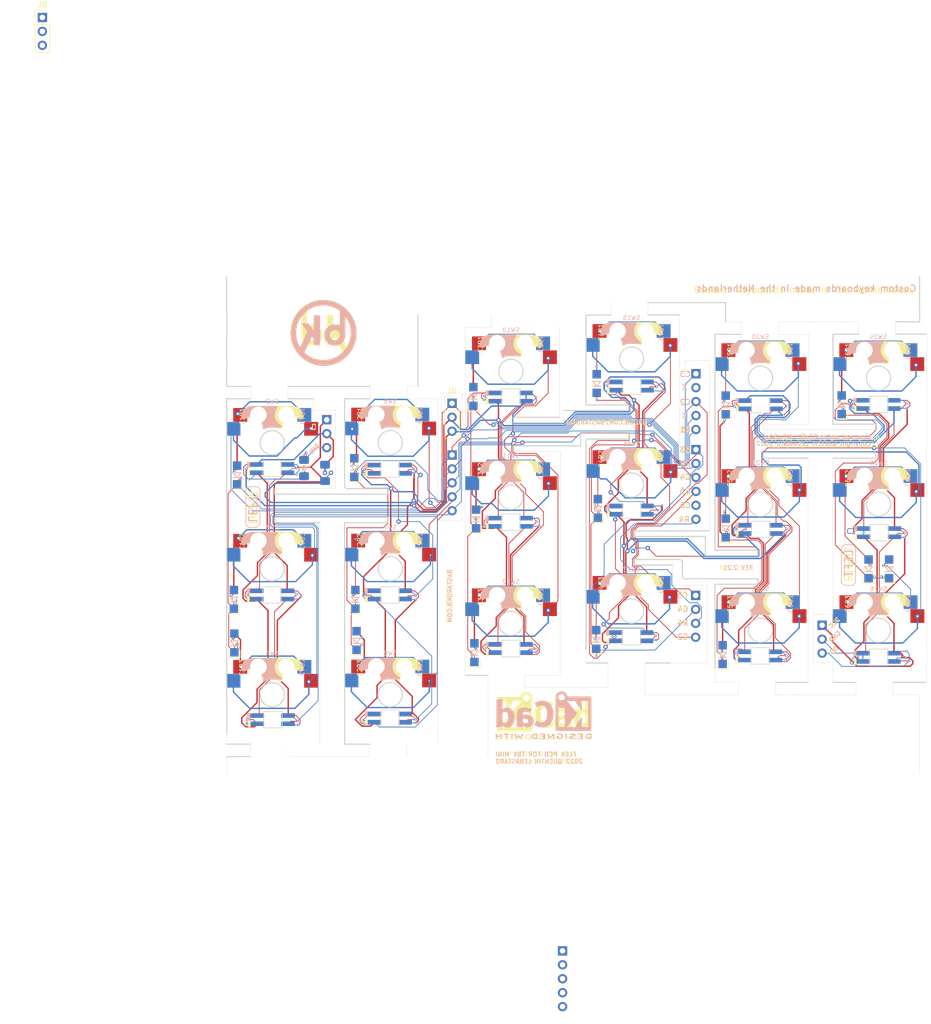
<source format=kicad_pcb>
(kicad_pcb (version 20240108) (generator "pcbnew") (generator_version "8.0")
  (layers (0 "F.Cu" signal) (31 "B.Cu" signal) (34 "B.Paste" user) (35 "F.Paste" user) (36 "B.SilkS" user "B.Silkscreen") (37 "F.SilkS" user "F.Silkscreen") (38 "B.Mask" user) (39 "F.Mask" user) (44 "Edge.Cuts" user))
  (net 0 "")
  (net 1 "col1")
  (net 2 "col2")
  (net 3 "col3")
  (net 4 "col4")
  (net 5 "col5")
  (net 6 "col6")
  (net 7 "row3")
  (net 8 "row2")
  (net 9 "row4")
  (net 10 "row5")
  (net 11 "Vcc")
  (net 12 "Net-(D1-A)")
  (net 13 "Net-(D2-A)")
  (net 14 "Net-(D28-DOUT)")
  (net 15 "Net-(D28-DIN)")
  (net 16 "Net-(D18-DIN)")
  (net 17 "Net-(D18-DOUT)")
  (net 18 "Net-(D5-DOUT)")
  (net 19 "Net-(D33-DIN)")
  (net 20 "Net-(D9-A)")
  (net 21 "Net-(D10-A)")
  (net 22 "Net-(D11-A)")
  (net 23 "Net-(D12-A)")
  (net 24 "Net-(D13-A)")
  (net 25 "Net-(D14-A)")
  (net 26 "Net-(D15-A)")
  (net 27 "Net-(D16-A)")
  (net 28 "Net-(D17-A)")
  (net 29 "Net-(D19-A)")
  (net 30 "Net-(D20-A)")
  (net 31 "Net-(D21-DOUT)")
  (net 32 "/led_out")
  (net 33 "Net-(D23-DOUT)")
  (net 34 "Net-(D25-DOUT)")
  (net 35 "Net-(D27-A)")
  (net 36 "Gnd")
  (net 37 "Din")
  (net 38 "Dout")
  (net 39 "Net-(D31-A)")
  (net 40 "Net-(D32-A)")
  (net 41 "Net-(D35-A)")
  (net 42 "Net-(D36-A)")
  (net 43 "Net-(D37-DOUT)")
  (net 44 "Net-(D39-DOUT)")
  (net 45 "Net-(D41-DOUT)")
  (net 46 "Net-(D47-DOUT)")
  (net 47 "Net-(D49-DOUT)")
  (net 48 "Net-(D51-DOUT)")
  (net 49 "Net-(D55-DOUT)")
  (net 50 "Net-(D57-DOUT)")
  (footprint "custom:Diode_TH_SOD123" (layer "F.Cu") (at 37.3252 90.1644 90)
    (property "Reference" "D2" (hide yes))
    (property "Value" "D")
  )
  (footprint "libs2:YS-SK6812MINI-E_REVERSE" (layer "F.Cu") (at 154.255999 72.317998)
    (property "Reference" "D55" (hide yes))
    (property "Value" "SK6812MINI")
    (fp_line (start -1.7 -1.5) (end -1.7 1.5) (stroke (width 0.12)) (layer "Edge.Cuts"))
    (fp_line (start -1.7 1.5) (end 1.7 1.5) (stroke (width 0.12)) (layer "Edge.Cuts"))
    (fp_line (start 1.7 -1.5) (end -1.7 -1.5) (stroke (width 0.12)) (layer "Edge.Cuts"))
    (fp_line (start 1.7 1.5) (end 1.7 -1.5) (stroke (width 0.12)) (layer "Edge.Cuts"))
  )
  (footprint "custom:Diode_TH_SOD123" (layer "F.Cu") (at 125.8252 122.8644 90)
    (property "Reference" "D31" (hide yes))
    (property "Value" "D")
  )
  (footprint "custom:Diode_TH_SOD123" (layer "F.Cu") (at 102.8752 73.5144 90)
    (property "Reference" "D13" (hide yes))
    (property "Value" "D")
  )
  (footprint "libs2:YS-SK6812MINI-E_REVERSE" (layer "F.Cu") (at 43.84 129.73)
    (property "Reference" "D18" (hide yes))
    (property "Value" "SK6812MINI")
    (fp_line (start -1.7 -1.5) (end -1.7 1.5) (stroke (width 0.12)) (layer "Edge.Cuts"))
    (fp_line (start -1.7 1.5) (end 1.7 1.5) (stroke (width 0.12)) (layer "Edge.Cuts"))
    (fp_line (start 1.7 -1.5) (end -1.7 -1.5) (stroke (width 0.12)) (layer "Edge.Cuts"))
    (fp_line (start 1.7 1.5) (end 1.7 -1.5) (stroke (width 0.12)) (layer "Edge.Cuts"))
  )
  (footprint "Connector_PinHeader_2.54mm:PinHeader_1x03_P2.54mm_Vertical" (layer "F.Cu") (at 53.67 75.1)
    (property "Reference" "J3" (hide yes))
    (property "Value" "Conn_01x03_Female")
  )
  (footprint "LOGO" (layer "F.Cu") (at 93.209435 129.046537)
    (property "Reference" "G***" (hide yes))
    (property "Value" "LOGO" (hide yes))
  )
  (footprint "libs2:YS-SK6812MINI-E_REVERSE" (layer "F.Cu") (at 87.206 93.767999)
    (property "Reference" "D23" (hide yes))
    (property "Value" "SK6812MINI")
    (fp_line (start -1.7 -1.5) (end -1.7 1.5) (stroke (width 0.12)) (layer "Edge.Cuts"))
    (fp_line (start -1.7 1.5) (end 1.7 1.5) (stroke (width 0.12)) (layer "Edge.Cuts"))
    (fp_line (start 1.7 -1.5) (end -1.7 -1.5) (stroke (width 0.12)) (layer "Edge.Cuts"))
    (fp_line (start 1.7 1.5) (end 1.7 -1.5) (stroke (width 0.12)) (layer "Edge.Cuts"))
  )
  (footprint "custom:Diode_TH_SOD123" (layer "F.Cu") (at 59.084 120.306 90)
    (property "Reference" "D12" (hide yes))
    (property "Value" "D")
  )
  (footprint "custom:Diode_TH_SOD123" (layer "F.Cu") (at 80.8752 98.1644 90)
    (property "Reference" "D19" (hide yes))
    (property "Value" "D")
  )
  (footprint "Capacitor_SMD:C_1206_3216Metric_Pad1.42x1.75mm_HandSolder" (layer "F.Cu") (at 53.35 84.78 90)
    (property "Reference" "C1" (hide yes))
    (property "Value" "1u")
  )
  (footprint "custom:Diode_TH_SOD123" (layer "F.Cu") (at 103.071482 96.2452 90)
    (property "Reference" "D27" (hide yes))
    (property "Value" "D")
  )
  (footprint "custom:Diode_TH_SOD123" (layer "F.Cu") (at 36.7252 112.8144 90)
    (property "Reference" "D10" (hide yes))
    (property "Value" "D")
  )
  (footprint "customs:PinHeader_1x05_P2.54mm_Vertical" (layer "F.Cu") (at 96.64 171.84)
    (property "Reference" "J9" (hide yes))
    (property "Value" "Conn_01x05_Female")
  )
  (footprint "libs2:YS-SK6812MINI-E_REVERSE" (layer "F.Cu") (at 132.756 95.068)
    (property "Reference" "D49" (hide yes))
    (property "Value" "SK6812MINI")
    (fp_line (start -1.7 -1.5) (end -1.7 1.5) (stroke (width 0.12)) (layer "Edge.Cuts"))
    (fp_line (start -1.7 1.5) (end 1.7 1.5) (stroke (width 0.12)) (layer "Edge.Cuts"))
    (fp_line (start 1.7 -1.5) (end -1.7 -1.5) (stroke (width 0.12)) (layer "Edge.Cuts"))
    (fp_line (start 1.7 1.5) (end 1.7 -1.5) (stroke (width 0.12)) (layer "Edge.Cuts"))
  )
  (footprint "libs2:YS-SK6812MINI-E_REVERSE" (layer "F.Cu") (at 65.165999 106.997999)
    (property "Reference" "D7" (hide yes))
    (property "Value" "SK6812MINI")
    (fp_line (start -1.7 -1.5) (end -1.7 1.5) (stroke (width 0.12)) (layer "Edge.Cuts"))
    (fp_line (start -1.7 1.5) (end 1.7 1.5) (stroke (width 0.12)) (layer "Edge.Cuts"))
    (fp_line (start 1.7 -1.5) (end -1.7 -1.5) (stroke (width 0.12)) (layer "Edge.Cuts"))
    (fp_line (start 1.7 1.5) (end 1.7 -1.5) (stroke (width 0.12)) (layer "Edge.Cuts"))
  )
  (footprint "customs:PinHeader_1x05_P2.54mm_Vertical" (layer "F.Cu") (at 120.9608 66.719199)
    (property "Reference" "J2" (hide yes))
    (property "Value" "Conn_01x05_Female")
  )
  (footprint "libs2:YS-SK6812MINI-E_REVERSE" (layer "F.Cu") (at 109.181 114.617999)
    (property "Reference" "D37" (hide yes))
    (property "Value" "SK6812MINI")
    (fp_line (start -1.7 -1.5) (end -1.7 1.5) (stroke (width 0.12)) (layer "Edge.Cuts"))
    (fp_line (start -1.7 1.5) (end 1.7 1.5) (stroke (width 0.12)) (layer "Edge.Cuts"))
    (fp_line (start 1.7 -1.5) (end -1.7 -1.5) (stroke (width 0.12)) (layer "Edge.Cuts"))
    (fp_line (start 1.7 1.5) (end 1.7 -1.5) (stroke (width 0.12)) (layer "Edge.Cuts"))
  )
  (footprint "Connector_PinHeader_2.54mm:PinHeader_1x03_P2.54mm_Vertical" (layer "F.Cu") (at 1.825 1.825)
    (property "Reference" "J8")
    (property "Value" "Conn_01x03_Female")
  )
  (footprint "Connector_PinHeader_2.54mm:PinHeader_1x06_P2.54mm_Vertical" (layer "F.Cu") (at 120.9608 80.536799)
    (property "Reference" "J4" (hide yes))
    (property "Value" "Conn_01x06_Female")
  )
  (footprint "Connector_PinHeader_2.54mm:PinHeader_1x03_P2.54mm_Vertical" (layer "F.Cu") (at 143.9552 112.5344)
    (property "Reference" "J5" (hide yes))
    (property "Value" "Conn_01x03_Female")
  )
  (footprint "libs2:YS-SK6812MINI-E_REVERSE" (layer "F.Cu") (at 109.256 68.967999)
    (property "Reference" "D41" (hide yes))
    (property "Value" "SK6812MINI")
    (fp_line (start -1.7 -1.5) (end -1.7 1.5) (stroke (width 0.12)) (layer "Edge.Cuts"))
    (fp_line (start -1.7 1.5) (end 1.7 1.5) (stroke (width 0.12)) (layer "Edge.Cuts"))
    (fp_line (start 1.7 -1.5) (end -1.7 -1.5) (stroke (width 0.12)) (layer "Edge.Cuts"))
    (fp_line (start 1.7 1.5) (end 1.7 -1.5) (stroke (width 0.12)) (layer "Edge.Cuts"))
  )
  (footprint "custom:Diode_TH_SOD123" (layer "F.Cu") (at 80.3752 75.8644 90)
    (property "Reference" "D11" (hide yes))
    (property "Value" "D")
  )
  (footprint "Resistor_SMD:R_1206_3216Metric_Pad1.42x1.75mm_HandSolder" (layer "F.Cu") (at 49.51 83.9 -90)
    (property "Reference" "R2" (hide yes))
    (property "Value" "330")
  )
  (footprint "custom:Diode_TH_SOD123" (layer "F.Cu") (at 126.3752 99.8144 90)
    (property "Reference" "D32" (hide yes))
    (property "Value" "D")
  )
  (footprint "custom:Diode_TH_SOD123" (layer "F.Cu") (at 58.6752 88.8144 90)
    (property "Reference" "D9" (hide yes))
    (property "Value" "D")
  )
  (footprint "libs2:YS-SK6812MINI-E_REVERSE" (layer "F.Cu") (at 43.65 107.01)
    (property "Reference" "D4" (hide yes))
    (property "Value" "SK6812MINI")
    (fp_line (start -1.7 -1.5) (end -1.7 1.5) (stroke (width 0.12)) (layer "Edge.Cuts"))
    (fp_line (start -1.7 1.5) (end 1.7 1.5) (stroke (width 0.12)) (layer "Edge.Cuts"))
    (fp_line (start 1.7 -1.5) (end -1.7 -1.5) (stroke (width 0.12)) (layer "Edge.Cuts"))
    (fp_line (start 1.7 1.5) (end 1.7 -1.5) (stroke (width 0.12)) (layer "Edge.Cuts"))
  )
  (footprint "custom:Diode_TH_SOD123" (layer "F.Cu") (at 80.5752 122.5144 90)
    (property "Reference" "D17" (hide yes))
    (property "Value" "D")
  )
  (footprint "libs2:YS-SK6812MINI-E_REVERSE" (layer "F.Cu") (at 87.206 116.767999)
    (property "Reference" "D25" (hide yes))
    (property "Value" "SK6812MINI")
    (fp_line (start -1.7 -1.5) (end -1.7 1.5) (stroke (width 0.12)) (layer "Edge.Cuts"))
    (fp_line (start -1.7 1.5) (end 1.7 1.5) (stroke (width 0.12)) (layer "Edge.Cuts"))
    (fp_line (start 1.7 -1.5) (end -1.7 -1.5) (stroke (width 0.12)) (layer "Edge.Cuts"))
    (fp_line (start 1.7 1.5) (end 1.7 -1.5) (stroke (width 0.12)) (layer "Edge.Cuts"))
  )
  (footprint "custom:Diode_TH_SOD123" (layer "F.Cu") (at 126.3752 77.4144 90)
    (property "Reference" "D14" (hide yes))
    (property "Value" "D")
  )
  (footprint "Connector_PinHeader_2.54mm:PinHeader_1x04_P2.54mm_Vertical" (layer "F.Cu") (at 120.9 107.1)
    (property "Reference" "J1" (hide yes))
    (property "Value" "Conn_01x04_Female")
  )
  (footprint "custom:Diode_TH_SOD123" (layer "F.Cu") (at 102.7752 120.1144 90)
    (property "Reference" "D20" (hide yes))
    (property "Value" "D")
  )
  (footprint "Connector_PinHeader_2.54mm:PinHeader_1x03_P2.54mm_Vertical" (layer "F.Cu") (at 76.5 72.115)
    (property "Reference" "J6")
    (property "Value" "Conn_01x03_Female")
  )
  (footprint "LOGO" (layer "F.Cu") (at 53 59.25)
    (property "Reference" "G***" (hide yes))
    (property "Value" "LOGO" (hide yes))
  )
  (footprint "libs2:YS-SK6812MINI-E_REVERSE" (layer "F.Cu") (at 154.255999 118.367998)
    (property "Reference" "D59" (hide yes))
    (property "Value" "SK6812MINI")
    (fp_line (start -1.7 -1.5) (end -1.7 1.5) (stroke (width 0.12)) (layer "Edge.Cuts"))
    (fp_line (start -1.7 1.5) (end 1.7 1.5) (stroke (width 0.12)) (layer "Edge.Cuts"))
    (fp_line (start 1.7 -1.5) (end -1.7 -1.5) (stroke (width 0.12)) (layer "Edge.Cuts"))
    (fp_line (start 1.7 1.5) (end 1.7 -1.5) (stroke (width 0.12)) (layer "Edge.Cuts"))
  )
  (footprint "libs2:YS-SK6812MINI-E_REVERSE" (layer "F.Cu") (at 154.355999 95.667998)
    (property "Reference" "D57" (hide yes))
    (property "Value" "SK6812MINI")
    (fp_line (start -1.7 -1.5) (end -1.7 1.5) (stroke (width 0.12)) (layer "Edge.Cuts"))
    (fp_line (start -1.7 1.5) (end 1.7 1.5) (stroke (width 0.12)) (layer "Edge.Cuts"))
    (fp_line (start 1.7 -1.5) (end -1.7 -1.5) (stroke (width 0.12)) (layer "Edge.Cuts"))
    (fp_line (start 1.7 1.5) (end 1.7 -1.5) (stroke (width 0.12)) (layer "Edge.Cuts"))
  )
  (footprint "custom:Diode_TH_SOD123" (layer "F.Cu") (at 36.8252 120.7644 90)
    (property "Reference" "D1" (hide yes))
    (property "Value" "D")
  )
  (footprint "libs2:YS-SK6812MINI-E_REVERSE" (layer "F.Cu") (at 109.256 91.567999)
    (property "Reference" "D39" (hide yes))
    (property "Value" "SK6812MINI")
    (fp_line (start -1.7 -1.5) (end -1.7 1.5) (stroke (width 0.12)) (layer "Edge.Cuts"))
    (fp_line (start -1.7 1.5) (end 1.7 1.5) (stroke (width 0.12)) (layer "Edge.Cuts"))
    (fp_line (start 1.7 -1.5) (end -1.7 -1.5) (stroke (width 0.12)) (layer "Edge.Cuts"))
    (fp_line (start 1.7 1.5) (end 1.7 -1.5) (stroke (width 0.12)) (layer "Edge.Cuts"))
  )
  (footprint "libs2:YS-SK6812MINI-E_REVERSE" (layer "F.Cu") (at 65.165999 84.107999)
    (property "Reference" "D33" (hide yes))
    (property "Value" "SK6812MINI")
    (fp_line (start -1.7 -1.5) (end -1.7 1.5) (stroke (width 0.12)) (layer "Edge.Cuts"))
    (fp_line (start -1.7 1.5) (end 1.7 1.5) (stroke (width 0.12)) (layer "Edge.Cuts"))
    (fp_line (start 1.7 -1.5) (end -1.7 -1.5) (stroke (width 0.12)) (layer "Edge.Cuts"))
    (fp_line (start 1.7 1.5) (end 1.7 -1.5) (stroke (width 0.12)) (layer "Edge.Cuts"))
  )
  (footprint "custom:Diode_TH_SOD123" (layer "F.Cu") (at 156.1752 107.2644 90)
    (property "Reference" "D35" (hide yes))
    (property "Value" "D")
  )
  (footprint "custom:Diode_TH_SOD123" (layer "F.Cu") (at 58.889893 112.8144 90)
    (property "Reference" "D15" (hide yes))
    (property "Value" "D")
  )
  (footprint "libs2:YS-SK6812MINI-E_REVERSE" (layer "F.Cu") (at 43.7 84.01)
    (property "Reference" "D3" (hide yes))
    (property "Value" "SK6812MINI")
    (fp_line (start -1.7 -1.5) (end -1.7 1.5) (stroke (width 0.12)) (layer "Edge.Cuts"))
    (fp_line (start -1.7 1.5) (end 1.7 1.5) (stroke (width 0.12)) (layer "Edge.Cuts"))
    (fp_line (start 1.7 -1.5) (end -1.7 -1.5) (stroke (width 0.12)) (layer "Edge.Cuts"))
    (fp_line (start 1.7 1.5) (end 1.7 -1.5) (stroke (width 0.12)) (layer "Edge.Cuts"))
  )
  (footprint "libs2:YS-SK6812MINI-E_REVERSE" (layer "F.Cu") (at 132.656 118.118)
    (property "Reference" "D51" (hide yes))
    (property "Value" "SK6812MINI")
    (fp_line (start -1.7 -1.5) (end -1.7 1.5) (stroke (width 0.12)) (layer "Edge.Cuts"))
    (fp_line (start -1.7 1.5) (end 1.7 1.5) (stroke (width 0.12)) (layer "Edge.Cuts"))
    (fp_line (start 1.7 -1.5) (end -1.7 -1.5) (stroke (width 0.12)) (layer "Edge.Cuts"))
    (fp_line (start 1.7 1.5) (end 1.7 -1.5) (stroke (width 0.12)) (layer "Edge.Cuts"))
  )
  (footprint "custom:Diode_TH_SOD123" (layer "F.Cu") (at 147.5252 77.3644 90)
    (property "Reference" "D16" (hide yes))
    (property "Value" "D")
  )
  (footprint "custom:Diode_TH_SOD123" (layer "F.Cu") (at 152.4252 107.2644 90)
    (property "Reference" "D36" (hide yes))
    (property "Value" "D")
  )
  (footprint "libs2:YS-SK6812MINI-E_REVERSE" (layer "F.Cu") (at 65.1652 129.4544)
    (property "Reference" "D5" (hide yes))
    (property "Value" "SK6812MINI")
    (fp_line (start -1.7 -1.5) (end -1.7 1.5) (stroke (width 0.12)) (layer "Edge.Cuts"))
    (fp_line (start -1.7 1.5) (end 1.7 1.5) (stroke (width 0.12)) (layer "Edge.Cuts"))
    (fp_line (start 1.7 -1.5) (end -1.7 -1.5) (stroke (width 0.12)) (layer "Edge.Cuts"))
    (fp_line (start 1.7 1.5) (end 1.7 -1.5) (stroke (width 0.12)) (layer "Edge.Cuts"))
  )
  (footprint "libs2:YS-SK6812MINI-E_REVERSE" (layer "F.Cu") (at 87.206 70.967999)
    (property "Reference" "D21" (hide yes))
    (property "Value" "SK6812MINI")
    (fp_line (start -1.7 -1.5) (end -1.7 1.5) (stroke (width 0.12)) (layer "Edge.Cuts"))
    (fp_line (start -1.7 1.5) (end 1.7 1.5) (stroke (width 0.12)) (layer "Edge.Cuts"))
    (fp_line (start 1.7 -1.5) (end -1.7 -1.5) (stroke (width 0.12)) (layer "Edge.Cuts"))
    (fp_line (start 1.7 1.5) (end 1.7 -1.5) (stroke (width 0.12)) (layer "Edge.Cuts"))
  )
  (footprint "libs2:YS-SK6812MINI-E_REVERSE" (layer "F.Cu") (at 132.756 72.368)
    (property "Reference" "D47" (hide yes))
    (property "Value" "SK6812MINI")
    (fp_line (start -1.7 -1.5) (end -1.7 1.5) (stroke (width 0.12)) (layer "Edge.Cuts"))
    (fp_line (start -1.7 1.5) (end 1.7 1.5) (stroke (width 0.12)) (layer "Edge.Cuts"))
    (fp_line (start 1.7 -1.5) (end -1.7 -1.5) (stroke (width 0.12)) (layer "Edge.Cuts"))
    (fp_line (start 1.7 1.5) (end 1.7 -1.5) (stroke (width 0.12)) (layer "Edge.Cuts"))
  )
  (footprint "customs:PinHeader_1x05_P2.54mm_Vertical" (layer "F.Cu") (at 76.51 81.52)
    (property "Reference" "J7" (hide yes))
    (property "Value" "Conn_01x05_Female")
  )
  (footprint "libs2:YS-SK6812MINI-E_REVERSE_NO_EDGECUT" (layer "B.Cu") (at 43.75 107.01)
    (property "Reference" "D29" (hide yes))
    (property "Value" "SK6812MINI")
  )
  (footprint "Capacitor_SMD:C_1206_3216Metric_Pad1.42x1.75mm_HandSolder" (layer "B.Cu") (at 53.35 84.78 90)
    (property "Reference" "C2" (hide yes))
    (property "Value" "1u")
  )
  (footprint "libs2:YS-SK6812MINI-E_REVERSE_NO_EDGECUT" (layer "B.Cu") (at 132.756 72.368)
    (property "Reference" "D48" (hide yes))
    (property "Value" "SK6812MINI")
  )
  (footprint "kbd:keyswitch_cherrymx_hotswap_1u" (layer "B.Cu") (at 87.2534 112.1532 180)
    (property "Reference" "SW12")
    (property "Value" "SW_Push" (hide yes))
  )
  (footprint "libs2:YS-SK6812MINI-E_REVERSE_NO_EDGECUT" (layer "B.Cu") (at 109.181 114.617999)
    (property "Reference" "D38" (hide yes))
    (property "Value" "SK6812MINI")
  )
  (footprint "kbd:keyswitch_cherrymx_hotswap_1u" (layer "B.Cu") (at 65.241599 102.1964 180)
    (property "Reference" "SW7")
    (property "Value" "SW_Push" (hide yes))
  )
  (footprint "kbd:keyswitch_cherrymx_hotswap_1u" (layer "B.Cu") (at 109.2244 86.9818 180)
    (property "Reference" "SW16")
    (property "Value" "SW_Push" (hide yes))
  )
  (footprint "LOGO" (layer "B.Cu") (at 53.1 59.3 180)
    (property "Reference" "G***" (hide yes))
    (property "Value" "LOGO" (hide yes))
  )
  (footprint "kbd:keyswitch_cherrymx_hotswap_1u" (layer "B.Cu") (at 132.7464 90.4428 180)
    (property "Reference" "SW21")
    (property "Value" "SW_Push" (hide yes))
  )
  (footprint "libs2:YS-SK6812MINI-E_REVERSE_NO_EDGECUT" (layer "B.Cu") (at 43.75 84.01)
    (property "Reference" "D28" (hide yes))
    (property "Value" "SK6812MINI")
  )
  (footprint "libs2:YS-SK6812MINI-E_REVERSE_NO_EDGECUT" (layer "B.Cu") (at 87.206 93.767999)
    (property "Reference" "D24" (hide yes))
    (property "Value" "SK6812MINI")
  )
  (footprint "kbd:keyswitch_cherrymx_hotswap_1u" (layer "B.Cu") (at 87.2534 89.1916 180)
    (property "Reference" "SW11")
    (property "Value" "SW_Push" (hide yes))
  )
  (footprint "LOGO" (layer "B.Cu") (at 93.309435 128.946537 180)
    (property "Reference" "G***" (hide yes))
    (property "Value" "LOGO" (hide yes))
  )
  (footprint "libs2:YS-SK6812MINI-E_REVERSE_NO_EDGECUT" (layer "B.Cu") (at 43.75 129.73)
    (property "Reference" "D30" (hide yes))
    (property "Value" "SK6812MINI")
  )
  (footprint "libs2:YS-SK6812MINI-E_REVERSE_NO_EDGECUT" (layer "B.Cu") (at 65.1652 129.4544)
    (property "Reference" "D6" (hide yes))
    (property "Value" "SK6812MINI")
  )
  (footprint "libs2:YS-SK6812MINI-E_REVERSE_NO_EDGECUT" (layer "B.Cu") (at 132.756 95.068)
    (property "Reference" "D50" (hide yes))
    (property "Value" "SK6812MINI")
  )
  (footprint "libs2:YS-SK6812MINI-E_REVERSE_NO_EDGECUT" (layer "B.Cu") (at 87.206 70.967999)
    (property "Reference" "D22" (hide yes))
    (property "Value" "SK6812MINI")
  )
  (footprint "kbd:keyswitch_cherrymx_hotswap_1u" (layer "B.Cu") (at 109.2244 109.8926 180)
    (property "Reference" "SW17")
    (property "Value" "SW_Push" (hide yes))
  )
  (footprint "libs2:YS-SK6812MINI-E_REVERSE_NO_EDGECUT" (layer "B.Cu") (at 87.206 116.767999)
    (property "Reference" "D26" (hide yes))
    (property "Value" "SK6812MINI")
  )
  (footprint "libs2:YS-SK6812MINI-E_REVERSE_NO_EDGECUT" (layer "B.Cu") (at 109.256 68.967999)
    (property "Reference" "D42" (hide yes))
    (property "Value" "SK6812MINI")
  )
  (footprint "kbd:keyswitch_cherrymx_hotswap_1u" (layer "B.Cu") (at 109.2244 64.0202 180)
    (property "Reference" "SW15")
    (property "Value" "SW_Push" (hide yes))
  )
  (footprint "libs2:YS-SK6812MINI-E_REVERSE_NO_EDGECUT" (layer "B.Cu") (at 65.165999 84.107999)
    (property "Reference" "D34" (hide yes))
    (property "Value" "SK6812MINI")
  )
  (footprint "libs2:YS-SK6812MINI-E_REVERSE_NO_EDGECUT" (layer "B.Cu") (at 154.255999 118.367998)
    (property "Reference" "D60" (hide yes))
    (property "Value" "SK6812MINI")
  )
  (footprint "kbd:keyswitch_cherrymx_hotswap_1u" (layer "B.Cu") (at 154.209399 67.506598 180)
    (property "Reference" "SW24")
    (property "Value" "SW_Push" (hide yes))
  )
  (footprint "Resistor_SMD:R_1206_3216Metric_Pad1.42x1.75mm_HandSolder" (layer "B.Cu") (at 49.53 83.9075 -90)
    (property "Reference" "R1" (hide yes))
    (property "Value" "330")
  )
  (footprint "libs2:YS-SK6812MINI-E_REVERSE_NO_EDGECUT" (layer "B.Cu") (at 154.255999 72.317998)
    (property "Reference" "D56" (hide yes))
    (property "Value" "SK6812MINI")
  )
  (footprint "kbd:keyswitch_cherrymx_hotswap_1u" (layer "B.Cu") (at 65.241599 125.1326 180)
    (property "Reference" "SW8")
    (property "Value" "SW_Push" (hide yes))
  )
  (footprint "kbd:keyswitch_cherrymx_hotswap_1u" (layer "B.Cu") (at 87.2534 66.2554 180)
    (property "Reference" "SW10")
    (property "Value" "SW_Push" (hide yes))
  )
  (footprint "kbd:keyswitch_cherrymx_hotswap_1u" (layer "B.Cu") (at 154.234799 90.442798 180)
    (property "Reference" "SW25")
    (property "Value" "SW_Push" (hide yes))
  )
  (footprint "kbd:keyswitch_cherrymx_hotswap_1u" (layer "B.Cu") (at 154.234799 113.404398 180)
    (property "Reference" "SW26")
    (property "Value" "SW_Push" (hide yes))
  )
  (footprint "libs2:YS-SK6812MINI-E_REVERSE_NO_EDGECUT" (layer "B.Cu") (at 132.656 118.118)
    (property "Reference" "D52" (hide yes))
    (property "Value" "SK6812MINI")
  )
  (footprint "kbd:keyswitch_cherrymx_hotswap_1u" (layer "B.Cu") (at 132.721 67.5066 180)
    (property "Reference" "SW20")
    (property "Value" "SW_Push" (hide yes))
  )
  (footprint "kbd:keyswitch_cherrymx_hotswap_1u" (layer "B.Cu") (at 43.7372 79.292201 180)
    (property "Reference" "SW2")
    (property "Value" "SW_Push" (hide yes))
  )
  (footprint "kbd:keyswitch_cherrymx_hotswap_1u" (layer "B.Cu") (at 132.7464 113.4044 180)
    (property "Reference" "SW22")
    (property "Value" "SW_Push" (hide yes))
  )
  (footprint "libs2:YS-SK6812MINI-E_REVERSE_NO_EDGECUT" (layer "B.Cu") (at 65.165999 106.997999)
    (property "Reference" "D8" (hide yes))
    (property "Value" "SK6812MINI")
  )
  (footprint "kbd:keyswitch_cherrymx_hotswap_1u" (layer "B.Cu") (at 65.241599 79.2348 180)
    (property "Reference" "SW6")
    (property "Value" "SW_Push" (hide yes))
  )
  (footprint "libs2:YS-SK6812MINI-E_REVERSE_NO_EDGECUT" (layer "B.Cu") (at 154.355999 95.667998)
    (property "Reference" "D58" (hide yes))
    (property "Value" "SK6812MINI")
  )
  (footprint "libs2:YS-SK6812MINI-E_REVERSE_NO_EDGECUT" (layer "B.Cu") (at 109.256 91.567999)
    (property "Reference" "D40" (hide yes))
    (property "Value" "SK6812MINI")
  )
  (footprint "kbd:keyswitch_cherrymx_hotswap_1u" (layer "B.Cu") (at 43.7372 102.228401 180)
    (property "Reference" "SW3")
    (property "Value" "SW_Push" (hide yes))
  )
  (footprint "kbd:keyswitch_cherrymx_hotswap_1u" (layer "B.Cu") (at 43.7372 125.190001 180)
    (property "Reference" "SW4")
    (property "Value" "SW_Push" (hide yes))
  )
  (gr_line (start 147.471005 104.46622) (end 147.471005 98.64122) (stroke (width 0.12)) (layer "B.SilkS"))
  (gr_arc (start 147.471005 98.64122) (mid 147.701793 98.097968) (end 148.242083 97.860331) (stroke (width 0.12)) (layer "B.SilkS"))
  (gr_line (start 38.907916 93.893591) (end 38.907917 88.068591) (stroke (width 0.12)) (layer "B.SilkS"))
  (gr_line (start 149.261194 97.860331) (end 148.242083 97.860331) (stroke (width 0.12)) (layer "B.SilkS"))
  (gr_line (start 150.042084 98.656409) (end 150.042083 104.481409) (stroke (width 0.12)) (layer "B.SilkS"))
  (gr_line (start 41.478995 88.08378) (end 41.478995 93.90878) (stroke (width 0.12)) (layer "B.SilkS"))
  (gr_arc (start 40.698106 87.287702) (mid 41.25 87.527372) (end 41.478996 88.08378) (stroke (width 0.12)) (layer "B.SilkS"))
  (gr_arc (start 38.907917 88.068591) (mid 39.138705 87.525339) (end 39.678995 87.287702) (stroke (width 0.12)) (layer "B.SilkS"))
  (gr_arc (start 149.261194 97.860331) (mid 149.813088 98.100001) (end 150.042084 98.656409) (stroke (width 0.12)) (layer "B.SilkS"))
  (gr_arc (start 39.688806 94.689669) (mid 39.136912 94.449999) (end 38.907916 93.893591) (stroke (width 0.12)) (layer "B.SilkS"))
  (gr_line (start 39.688806 94.689669) (end 40.707917 94.689669) (stroke (width 0.12)) (layer "B.SilkS"))
  (gr_arc (start 41.478995 93.90878) (mid 41.248207 94.452032) (end 40.707917 94.689669) (stroke (width 0.12)) (layer "B.SilkS"))
  (gr_line (start 148.251894 105.262298) (end 149.271005 105.262298) (stroke (width 0.12)) (layer "B.SilkS"))
  (gr_line (start 40.698106 87.287702) (end 39.678995 87.287702) (stroke (width 0.12)) (layer "B.SilkS"))
  (gr_arc (start 148.251894 105.262298) (mid 147.7 105.022628) (end 147.471004 104.46622) (stroke (width 0.12)) (layer "B.SilkS"))
  (gr_arc (start 150.042083 104.481409) (mid 149.811295 105.024661) (end 149.271005 105.262298) (stroke (width 0.12)) (layer "B.SilkS"))
  (gr_line (start 147.471005 98.656408) (end 147.471005 104.481408) (stroke (width 0.12)) (layer "F.SilkS"))
  (gr_arc (start 150.042084 104.466219) (mid 149.813088 105.022627) (end 149.261194 105.262297) (stroke (width 0.12)) (layer "F.SilkS"))
  (gr_arc (start 39.678995 94.68967) (mid 39.138705 94.452032) (end 38.907917 93.908781) (stroke (width 0.12)) (layer "F.SilkS"))
  (gr_line (start 148.251894 97.86033) (end 149.271005 97.86033) (stroke (width 0.12)) (layer "F.SilkS"))
  (gr_arc (start 147.471004 98.656408) (mid 147.7 98.1) (end 148.251894 97.86033) (stroke (width 0.12)) (layer "F.SilkS"))
  (gr_line (start 149.261194 105.262297) (end 148.242083 105.262297) (stroke (width 0.12)) (layer "F.SilkS"))
  (gr_arc (start 149.271005 97.86033) (mid 149.811295 98.097968) (end 150.042083 98.641219) (stroke (width 0.12)) (layer "F.SilkS"))
  (gr_line (start 38.907916 88.083781) (end 38.907917 93.908781) (stroke (width 0.12)) (layer "F.SilkS"))
  (gr_arc (start 41.478996 93.893592) (mid 41.25 94.45) (end 40.698106 94.68967) (stroke (width 0.12)) (layer "F.SilkS"))
  (gr_line (start 40.698106 94.68967) (end 39.678995 94.68967) (stroke (width 0.12)) (layer "F.SilkS"))
  (gr_arc (start 38.907916 88.083781) (mid 39.136912 87.527373) (end 39.688806 87.287703) (stroke (width 0.12)) (layer "F.SilkS"))
  (gr_line (start 41.478995 93.893592) (end 41.478995 88.068592) (stroke (width 0.12)) (layer "F.SilkS"))
  (gr_arc (start 148.242083 105.262297) (mid 147.701793 105.024659) (end 147.471005 104.481408) (stroke (width 0.12)) (layer "F.SilkS"))
  (gr_arc (start 40.707917 87.287703) (mid 41.248207 87.525341) (end 41.478995 88.068592) (stroke (width 0.12)) (layer "F.SilkS"))
  (gr_line (start 39.688806 87.287703) (end 40.707917 87.287703) (stroke (width 0.12)) (layer "F.SilkS"))
  (gr_line (start 150.042084 104.466219) (end 150.042083 98.641219) (stroke (width 0.12)) (layer "F.SilkS"))
  (gr_line (start 99.9252 79.859399) (end 87.7252 79.859399) (stroke (width 0.2)) (layer "Edge.Cuts"))
  (gr_line (start 118.9752 104.059399) (end 132.2252 104.059399) (stroke (width 0.2)) (layer "Edge.Cuts"))
  (gr_line (start 83.036926 123.905784) (end 83.0352 136.4444) (stroke (width 0.05)) (layer "Edge.Cuts"))
  (gr_line (start 96.07 58.284452) (end 96.08 74.66) (stroke (width 0.05)) (layer "Edge.Cuts"))
  (gr_line (start 73.95 89.7) (end 74.57 89.7) (stroke (width 0.05)) (layer "Edge.Cuts"))
  (gr_line (start 109.7252 101.5594) (end 109.7252 100.5594) (stroke (width 0.2)) (layer "Edge.Cuts"))
  (gr_line (start 90.370883 58.284) (end 96.07 58.284452) (stroke (width 0.01)) (layer "Edge.Cuts"))
  (gr_line (start 124.4252 105.0594) (end 124.4252 120.434398) (stroke (width 0.2)) (layer "Edge.Cuts"))
  (gr_line (start 78.93 76.7) (end 78.9252 58.283045) (stroke (width 0.05)) (layer "Edge.Cuts"))
  (gr_arc (start 118.9752 104.059399) (mid 118.621647 103.912953) (end 118.475202 103.5594) (stroke (width 0.2)) (layer "Edge.Cuts"))
  (gr_line (start 153.7252 81.109399) (end 153.7252 82.1094) (stroke (width 0.2)) (layer "Edge.Cuts"))
  (gr_circle (center 109.2252 86.9844) (end 111.4252 86.9844) (stroke (width 0.2)) (fill none) (layer "Edge.Cuts"))
  (gr_line (start 100.925201 78.6094) (end 108.7252 78.6094) (stroke (width 0.2)) (layer "Edge.Cuts"))
  (gr_line (start 87.7252 74.659399) (end 96.08 74.66) (stroke (width 0.2)) (layer "Edge.Cuts"))
  (gr_line (start 70.289867 56.044) (end 70.289867 69.014) (stroke (width 0.2)) (layer "Edge.Cuts"))
  (gr_arc (start 117.9752 100.559399) (mid 118.328754 100.705846) (end 118.475201 101.0594) (stroke (width 0.2)) (layer "Edge.Cuts"))
  (gr_line (start 78.3 76.7) (end 78.3 70.24) (stroke (width 0.05)) (layer "Edge.Cuts"))
  (gr_line (start 161.7252 54.034401) (end 161.7252 49) (stroke (width 0.2)) (layer "Edge.Cuts"))
  (gr_line (start 150.623012 59.525781) (end 150.619978 57.275785) (stroke (width 0.05)) (layer "Edge.Cuts"))
  (gr_line (start 73.95 89.7) (end 73.92 71.27) (stroke (width 0.05)) (layer "Edge.Cuts"))
  (gr_line (start 35.4252 49) (end 35.423 69.034) (stroke (width 0.2)) (layer "Edge.Cuts"))
  (gr_line (start 134.510156 75.94) (end 133.23 75.94) (stroke (width 0.05)) (layer "Edge.Cuts"))
  (gr_line (start 64.7252 87.659399) (end 57.4252 87.659399) (stroke (width 0.2)) (layer "Edge.Cuts"))
  (gr_line (start 35.4252 71.284451) (end 39.824761 71.284) (stroke (width 0.2)) (layer "Edge.Cuts"))
  (gr_line (start 116.731669 101.559399) (end 109.7252 101.5594) (stroke (width 0.2)) (layer "Edge.Cuts"))
  (gr_line (start 64.7252 87.659399) (end 64.7252 88.659399) (stroke (width 0.2)) (layer "Edge.Cuts"))
  (gr_line (start 133.23 75.94) (end 133.23 76.91) (stroke (width 0.05)) (layer "Edge.Cuts"))
  (gr_line (start 73.9 134.19) (end 68.213272 134.190206) (stroke (width 0.01)) (layer "Edge.Cuts"))
  (gr_line (start 145.94 110.57) (end 145.924967 82.1094) (stroke (width 0.05)) (layer "Edge.Cuts"))
  (gr_line (start 73.9 134.19) (end 73.91 93.5) (stroke (width 0.05)) (layer "Edge.Cuts"))
  (gr_line (start 61.462707 134.201986) (end 56.9252 134.182222) (stroke (width 0.2)) (layer "Edge.Cuts"))
  (gr_line (start 109.7252 95.359399) (end 116.2252 95.3594) (stroke (width 0.2)) (layer "Edge.Cuts"))
  (gr_line (start 123.402834 95.342846) (end 123.41 64.33) (stroke (width 0.05)) (layer "Edge.Cuts"))
  (gr_line (start 51.237216 71.285905) (end 51.18795 73.330002) (stroke (width 0.05)) (layer "Edge.Cuts"))
  (gr_line (start 132.2252 99.859399) (end 122.6752 99.859399) (stroke (width 0.2)) (layer "Edge.Cuts"))
  (gr_circle (center 43.725201 125.184398) (end 45.925201 125.184398) (stroke (width 0.2)) (fill none) (layer "Edge.Cuts"))
  (gr_line (start 122.990481 105.272999) (end 122.971117 119.399134) (stroke (width 0.05)) (layer "Edge.Cuts"))
  (gr_line (start 35.423 69.034) (end 39.828001 69.034005) (stroke (width 0.2)) (layer "Edge.Cuts"))
  (gr_circle (center 132.7252 113.434398) (end 134.9252 113.434398) (stroke (width 0.2)) (fill none) (layer "Edge.Cuts"))
  (gr_line (start 100.9252 119.389998) (end 100.9252 116.893999) (stroke (width 0.05)) (layer "Edge.Cuts"))
  (gr_line (start 61.554578 71.277783) (end 61.546419 69.027799) (stroke (width 0.05)) (layer "Edge.Cuts"))
  (gr_line (start 150.132803 122.941987) (end 150.134869 125.191983) (stroke (width 0.05)) (layer "Edge.Cuts"))
  (gr_line (start 74.57 70.24) (end 78.12 70.24) (stroke (width 0.05)) (layer "Edge.Cuts"))
  (gr_line (start 74.57 89.7) (end 74.57 70.24) (stroke (width 0.05)) (layer "Edge.Cuts"))
  (gr_line (start 124.425199 98.859399) (end 124.4252 59.532393) (stroke (width 0.2)) (layer "Edge.Cuts"))
  (gr_line (start 124.4252 105.0594) (end 132.2252 105.0594) (stroke (width 0.2)) (layer "Edge.Cuts"))
  (gr_line (start 112.192575 56.022218) (end 112.197363 53.772223) (stroke (width 0.05)) (layer "Edge.Cuts"))
  (gr_line (start 35.4252 134.183669) (end 35.4252 132.184399) (stroke (width 0.05)) (layer "Edge.Cuts"))
  (gr_line (start 35.4252 71.284451) (end 35.4252 132.184399) (stroke (width 0.2)) (layer "Edge.Cuts"))
  (gr_line (start 44.2252 88.6594) (end 44.2252 87.6594) (stroke (width 0.2)) (layer "Edge.Cuts"))
  (gr_line (start 78.31 93.5) (end 78.31 79.91) (stroke (width 0.05)) (layer "Edge.Cuts"))
  (gr_line (start 78.12 93.5) (end 73.91 93.5) (stroke (width 0.05)) (layer "Edge.Cuts"))
  (gr_line (start 111.6752 125.2144) (end 111.676917 121.660199) (stroke (width 0.05)) (layer "Edge.Cuts"))
  (gr_line (start 44.2252 93.859399) (end 44.2252 92.859399) (stroke (width 0.2)) (layer "Edge.Cuts"))
  (gr_line (start 126.360533 53.772223) (end 112.197363 53.772223) (stroke (width 0.2)) (layer "Edge.Cuts"))
  (gr_line (start 68.297606 71.26601) (end 73.92 71.27) (stroke (width 0.05)) (layer "Edge.Cuts"))
  (gr_line (start 145.9252 122.933375) (end 145.9252 119.324399) (stroke (width 0.05)) (layer "Edge.Cuts"))
  (gr_line (start 116.684175 105.23016) (end 116.731669 101.559399) (stroke (width 0.05)) (layer "Edge.Cuts"))
  (gr_line (start 51.18795 73.330002) (end 55.210001 73.330002) (stroke (width 0.05)) (layer "Edge.Cuts"))
  (gr_line (start 122.990481 105.272999) (end 116.684175 105.23016) (stroke (width 0.05)) (layer "Edge.Cuts"))
  (gr_circle (center 109.2252 109.934399) (end 111.4252 109.934399) (stroke (width 0.2)) (fill none) (layer "Edge.Cuts"))
  (gr_line (start 46.450998 134.178128) (end 46.43474 136.428093) (stroke (width 0.01)) (layer "Edge.Cuts"))
  (gr_circle (center 65.225201 79.2844) (end 67.425201 79.2844) (stroke (width 0.2)) (fill none) (layer "Edge.Cuts"))
  (gr_line (start 141.39 122.93) (end 141.41 82.1) (stroke (width 0.05)) (layer "Edge.Cuts"))
  (gr_circle (center 65.2352 102.2344) (end 67.435199 102.2344) (stroke (width 0.2)) (fill none) (layer "Edge.Cuts"))
  (gr_line (start 124.4252 122.932086) (end 128.73 122.93) (stroke (width 0.05)) (layer "Edge.Cuts"))
  (gr_line (start 108.7252 72.409399) (end 108.7252 73.409399) (stroke (width 0.2)) (layer "Edge.Cuts"))
  (gr_line (start 105.435112 56.034) (end 100.9252 56.03445) (stroke (width 0.2)) (layer "Edge.Cuts"))
  (gr_line (start 117.9752 100.559399) (end 109.7252 100.5594) (stroke (width 0.2)) (layer "Edge.Cuts"))
  (gr_circle (center 154.225199 67.5344) (end 156.425198 67.5344) (stroke (width 0.2)) (fill none) (layer "Edge.Cuts"))
  (gr_line (start 156.885986 122.930209) (end 162.98 122.93) (stroke (width 0.2)) (layer "Edge.Cuts"))
  (gr_line (start 64.7252 88.659399) (end 44.2252 88.6594) (stroke (width 0.2)) (layer "Edge.Cuts"))
  (gr_line (start 56.9252 93.8594) (end 64.7252 93.8594) (stroke (width 0.2)) (layer "Edge.Cuts"))
  (gr_line (start 39.687968 134.18989) (end 35.4252 134.183669) (stroke (width 0.2)) (layer "Edge.Cuts"))
  (gr_line (start 111.675046 119.410206) (end 111.676917 121.660199) (stroke (width 0.05)) (layer "Edge.Cuts"))
  (gr_circle (center 87.2252 89.234399) (end 89.4252 89.234399) (stroke (width 0.2)) (fill none) (layer "Edge.Cuts"))
  (gr_line (start 99.9252 77.609399) (end 99.9252 79.859399) (stroke (width 0.2)) (layer "Edge.Cuts"))
  (gr_line (start 61.462707 134.201986) (end 61.463212 136.451977) (stroke (width 0.05)) (layer "Edge.Cuts"))
  (gr_line (start 64.7252 92.859399) (end 44.2252 92.859399) (stroke (width 0.2)) (layer "Edge.Cuts"))
  (gr_line (start 142.4 110.57) (end 145.94 110.57) (stroke (width 0.05)) (layer "Edge.Cuts"))
  (gr_circle (center 43.7222 102.240402) (end 45.9222 102.240402) (stroke (width 0.2)) (fill none) (layer "Edge.Cuts"))
  (gr_line (start 56.9252 71.285201) (end 61.554578 71.277783) (stroke (width 0.2)) (layer "Edge.Cuts"))
  (gr_line (start 46.579668 71.272219) (end 46.587786 69.022227) (stroke (width 0.05)) (layer "Edge.Cuts"))
  (gr_line (start 78.9252 58.283045) (end 83.61805 58.295768) (stroke (width 0.05)) (layer "Edge.Cuts"))
  (gr_line (start 105.4411 53.784005) (end 90.37 53.784) (stroke (width 0.01)) (layer "Edge.Cuts"))
  (gr_line (start 128.735124 125.202079) (end 111.6752 125.2144) (stroke (width 0.05)) (layer "Edge.Cuts"))
  (gr_line (start 161.733 57.264004) (end 161.7252 54.034401) (stroke (width 0.2)) (layer "Edge.Cuts"))
  (gr_line (start 108.7252 72.409399) (end 100.9252 72.409399) (stroke (width 0.2)) (layer "Edge.Cuts"))
  (gr_circle (center 65.2252 125.184399) (end 67.4252 125.184399) (stroke (width 0.2)) (fill none) (layer "Edge.Cuts"))
  (gr_line (start 100.925201 78.6094) (end 100.9252 116.893999) (stroke (width 0.2)) (layer "Edge.Cuts"))
  (gr_line (start 141.41 82.1) (end 133.2252 82.109399) (stroke (width 0.2)) (layer "Edge.Cuts"))
  (gr_circle (center 87.2252 66.284399) (end 89.4252 66.284399) (stroke (width 0.2)) (fill none) (layer "Edge.Cuts"))
  (gr_line (start 136.09 59.56) (end 136.09 57.29) (stroke (width 0.05)) (layer "Edge.Cuts"))
  (gr_line (start 104.926926 121.671979) (end 104.922979 119.421987) (stroke (width 0.05)) (layer "Edge.Cuts"))
  (gr_line (start 96.22 80.87) (end 87.7252 80.859399) (stroke (width 0.05)) (layer "Edge.Cuts"))
  (gr_line (start 117.97 56.02) (end 117.985 82.53) (stroke (width 0.05)) (layer "Edge.Cuts"))
  (gr_line (start 129.326 57.302077) (end 126.353 57.302077) (stroke (width 0.05)) (layer "Edge.Cuts"))
  (gr_line (start 150.619978 57.275785) (end 136.09 57.29) (stroke (width 0.05)) (layer "Edge.Cuts"))
  (gr_line (start 83.621151 56.045786) (end 83.61805 58.295768) (stroke (width 0.05)) (layer "Edge.Cuts"))
  (gr_line (start 87.7252 75.6594) (end 87.7252 74.659399) (stroke (width 0.2)) (layer "Edge.Cuts"))
  (gr_line (start 129.311546 59.552006) (end 129.326 57.302077) (stroke (width 0.05)) (layer "Edge.Cuts"))
  (gr_line (start 83.036926 123.905784) (end 83.032674 121.655779) (stroke (width 0.05)) (layer "Edge.Cuts"))
  (gr_line (start 118.4752 101.0594) (end 118.4752 103.5594) (stroke (width 0.2)) (layer "Edge.Cuts"))
  (gr_line (start 118.475201 101.0594) (end 118.4752 101.0594) (stroke (width 0.2)) (layer "Edge.Cuts"))
  (gr_line (start 44.2252 87.6594) (end 55.210001 87.6594) (stroke (width 0.05)) (layer "Edge.Cuts"))
  (gr_line (start 124.4252 122.932086) (end 124.4252 120.434398) (stroke (width 0.05)) (layer "Edge.Cuts"))
  (gr_line (start 108.7252 78.6094) (end 108.7252 77.609399) (stroke (width 0.2)) (layer "Edge.Cuts"))
  (gr_line (start 150.132803 122.941987) (end 145.9252 122.933375) (stroke (width 0.2)) (layer "Edge.Cuts"))
  (gr_circle (center 132.7252 67.534399) (end 134.9252 67.534399) (stroke (width 0.2)) (fill none) (layer "Edge.Cuts"))
  (gr_line (start 129.311546 59.552006) (end 124.4252 59.532393) (stroke (width 0.2)) (layer "Edge.Cuts"))
  (gr_line (start 145.925199 75.909399) (end 145.9252 59.535426) (stroke (width 0.2)) (layer "Edge.Cuts"))
  (gr_line (start 55.210001 73.330002) (end 55.210001 87.6594) (stroke (width 0.05)) (layer "Edge.Cuts"))
  (gr_line (start 61.463212 136.451977) (end 46.43474 136.428093) (stroke (width 0.05)) (layer "Edge.Cuts"))
  (gr_circle (center 43.7222 79.290402) (end 45.9222 79.290402) (stroke (width 0.2)) (fill none) (layer "Edge.Cuts"))
  (gr_line (start 83.032674 121.655779) (end 78.9252 121.642367) (stroke (width 0.2)) (layer "Edge.Cuts"))
  (gr_line (start 109.7252 96.3594) (end 109.7252 95.359399) (stroke (width 0.2)) (layer "Edge.Cuts"))
  (gr_line (start 156.885 125.180201) (end 156.885986 122.930209) (stroke (width 0.05)) (layer "Edge.Cuts"))
  (gr_line (start 132.2252 98.859399) (end 132.2252 99.859399) (stroke (width 0.2)) (layer "Edge.Cuts"))
  (gr_line (start 105.4411 53.784005) (end 105.435112 56.034) (stroke (width 0.05)) (layer "Edge.Cuts"))
  (gr_line (start 133.2252 82.109399) (end 133.2252 81.109399) (stroke (width 0.2)) (layer "Edge.Cuts"))
  (gr_line (start 132.2252 98.859399) (end 124.425199 98.859399) (stroke (width 0.2)) (layer "Edge.Cuts"))
  (gr_line (start 116.2414 119.410798) (end 111.675046 119.410206) (stroke (width 0.2)) (layer "Edge.Cuts"))
  (gr_line (start 145.9252 119.324399) (end 142.4 119.324399) (stroke (width 0.05)) (layer "Edge.Cuts"))
  (gr_line (start 52.41 93.86) (end 52.4 134.18) (stroke (width 0.05)) (layer "Edge.Cuts"))
  (gr_line (start 118.475202 103.5594) (end 118.4752 103.5594) (stroke (width 0.2)) (layer "Edge.Cuts"))
  (gr_line (start 89.7849 121.643999) (end 96.2 121.64) (stroke (width 0.05)) (layer "Edge.Cuts"))
  (gr_line (start 96.78 75.659399) (end 96.78 73.409399) (stroke (width 0.05)) (layer "Edge.Cuts"))
  (gr_line (start 108.7252 77.609399) (end 99.9252 77.609399) (stroke (width 0.2)) (layer "Edge.Cuts"))
  (gr_line (start 142.4 119.324399) (end 142.4 110.57) (stroke (width 0.05)) (layer "Edge.Cuts"))
  (gr_line (start 46.579668 71.272219) (end 51.237216 71.285905) (stroke (width 0.2)) (layer "Edge.Cuts"))
  (gr_line (start 56.9252 93.8594) (end 56.9252 134.182222) (stroke (width 0.2)) (layer "Edge.Cuts"))
  (gr_line (start 61.546419 69.027799) (end 46.587786 69.022227) (stroke (width 0.2)) (layer "Edge.Cuts"))
  (gr_line (start 122.675199 96.359399) (end 109.7252 96.3594) (stroke (width 0.2)) (layer "Edge.Cuts"))
  (gr_line (start 161.723 125.180201) (end 161.7252 139.634398) (stroke (width 0.05)) (layer "Edge.Cuts"))
  (gr_line (start 89.785241 123.893994) (end 104.926926 123.8894) (stroke (width 0.05)) (layer "Edge.Cuts"))
  (gr_line (start 118.95 64.33) (end 123.41 64.33) (stroke (width 0.05)) (layer "Edge.Cuts"))
  (gr_line (start 68.214581 136.4402) (end 68.213272 134.190206) (stroke (width 0.05)) (layer "Edge.Cuts"))
  (gr_line (start 150.134869 125.191983) (end 135.499769 125.190285) (stroke (width 0.05)) (layer "Edge.Cuts"))
  (gr_line (start 96.2 121.64) (end 96.22 80.87) (stroke (width 0.05)) (layer "Edge.Cuts"))
  (gr_line (start 39.828001 69.034005) (end 39.824761 71.284) (stroke (width 0.05)) (layer "Edge.Cuts"))
  (gr_line (start 64.7252 92.859399) (end 64.7252 93.8594) (stroke (width 0.2)) (layer "Edge.Cuts"))
  (gr_line (start 104.926926 121.671979) (end 104.926926 123.8894) (stroke (width 0.05)) (layer "Edge.Cuts"))
  (gr_line (start 162.98 122.93) (end 163 59.51) (stroke (width 0.05)) (layer "Edge.Cuts"))
  (gr_line (start 150.623012 59.525781) (end 145.9252 59.535426) (stroke (width 0.2)) (layer "Edge.Cuts"))
  (gr_circle (center 132.7252 90.484399) (end 134.9252 90.484399) (stroke (width 0.2)) (fill none) (layer "Edge.Cuts"))
  (gr_line (start 117.985 82.53) (end 118.935 82.53) (stroke (width 0.05)) (layer "Edge.Cuts"))
  (gr_line (start 122.6752 99.859399) (end 122.675199 96.359399) (stroke (width 0.2)) (layer "Edge.Cuts"))
  (gr_line (start 157.37298 59.514) (end 157.371 57.264004) (stroke (width 0.05)) (layer "Edge.Cuts"))
  (gr_line (start 52.41 93.86) (end 44.2252 93.859399) (stroke (width 0.2)) (layer "Edge.Cuts"))
  (gr_line (start 87.7252 75.6594) (end 96.78 75.659399) (stroke (width 0.2)) (layer "Edge.Cuts"))
  (gr_line (start 135.50661 122.940278) (end 141.39 122.93) (stroke (width 0.2)) (layer "Edge.Cuts"))
  (gr_circle (center 87.2252 112.184399) (end 89.4252 112.184399) (stroke (width 0.2)) (fill none) (layer "Edge.Cuts"))
  (gr_line (start 122.971117 119.399134) (end 116.2414 119.410798) (stroke (width 0.05)) (layer "Edge.Cuts"))
  (gr_line (start 157.371 57.264004) (end 161.733 57.264004) (stroke (width 0.2)) (layer "Edge.Cuts"))
  (gr_circle (center 109.2252 64.034399) (end 111.4252 64.034399) (stroke (width 0.2)) (fill none) (layer "Edge.Cuts"))
  (gr_line (start 70.289867 69.014) (end 68.294864 69.016015) (stroke (width 0.05)) (layer "Edge.Cuts"))
  (gr_line (start 132.2252 104.059399) (end 132.2252 105.0594) (stroke (width 0.2)) (layer "Edge.Cuts"))
  (gr_line (start 104.922979 119.421987) (end 100.9252 119.389998) (stroke (width 0.2)) (layer "Edge.Cuts"))
  (gr_arc (start 57.4252 87.659399) (mid 57.071648 87.512952) (end 56.925201 87.1594) (stroke (width 0.2)) (layer "Edge.Cuts"))
  (gr_line (start 39.692218 136.439884) (end 35.423 136.4644) (stroke (width 0.2)) (layer "Edge.Cuts"))
  (gr_line (start 136.09 59.56) (end 141.515114 59.564185) (stroke (width 0.05)) (layer "Edge.Cuts"))
  (gr_line (start 56.9252 71.285201) (end 56.925201 87.1594) (stroke (width 0.2)) (layer "Edge.Cuts"))
  (gr_line (start 68.294864 69.016015) (end 68.297606 71.26601) (stroke (width 0.05)) (layer "Edge.Cuts"))
  (gr_line (start 126.353 57.302077) (end 126.360533 53.772223) (stroke (width 0.2)) (layer "Edge.Cuts"))
  (gr_line (start 145.924967 82.1094) (end 153.7252 82.1094) (stroke (width 0.2)) (layer "Edge.Cuts"))
  (gr_circle (center 154.2252 90.484399) (end 156.4252 90.484399) (stroke (width 0.2)) (fill none) (layer "Edge.Cuts"))
  (gr_line (start 87.7252 79.859399) (end 87.7252 80.859399) (stroke (width 0.2)) (layer "Edge.Cuts"))
  (gr_line (start 78.3 76.7) (end 78.93 76.7) (stroke (width 0.05)) (layer "Edge.Cuts"))
  (gr_line (start 118.95 64.33) (end 118.935 82.53) (stroke (width 0.05)) (layer "Edge.Cuts"))
  (gr_line (start 156.885 125.180201) (end 161.723 125.180201) (stroke (width 0.05)) (layer "Edge.Cuts"))
  (gr_line (start 52.4 134.18) (end 46.450998 134.178128) (stroke (width 0.01)) (layer "Edge.Cuts"))
  (gr_line (start 39.692218 136.439884) (end 39.687968 134.18989) (stroke (width 0.05)) (layer "Edge.Cuts"))
  (gr_line (start 153.7252 81.109399) (end 133.2252 81.109399) (stroke (width 0.2)) (layer "Edge.Cuts"))
  (gr_line (start 163 59.51) (end 157.37298 59.514) (stroke (width 0.2)) (layer "Edge.Cuts"))
  (gr_circle (center 154.2252 113.434398) (end 156.4252 113.434398) (stroke (width 0.2)) (fill none) (layer "Edge.Cuts"))
  (gr_line (start 153.7252 75.909399) (end 145.925199 75.909399) (stroke (width 0.2)) (layer "Edge.Cuts"))
  (gr_line (start 141.515114 59.564185) (end 141.51 75.94) (stroke (width 0.05)) (layer "Edge.Cuts"))
  (gr_line (start 89.7849 121.643999) (end 89.785241 123.893994) (stroke (width 0.05)) (layer "Edge.Cuts"))
  (gr_line (start 100.9252 72.409399) (end 100.9252 56.03445) (stroke (width 0.2)) (layer "Edge.Cuts"))
  (gr_line (start 78.9252 121.642367) (end 78.93 79.91) (stroke (width 0.05)) (layer "Edge.Cuts"))
  (gr_line (start 108.7252 73.409399) (end 96.78 73.409399) (stroke (width 0.2)) (layer "Edge.Cuts"))
  (gr_line (start 112.192575 56.022218) (end 117.97 56.02) (stroke (width 0.2)) (layer "Edge.Cuts"))
  (gr_line (start 35.4252 139.634398) (end 35.423 136.4644) (stroke (width 0.05)) (layer "Edge.Cuts"))
  (gr_line (start 134.510156 75.94) (end 141.51 75.94) (stroke (width 0.05)) (layer "Edge.Cuts"))
  (gr_line (start 78.31 79.91) (end 78.93 79.91) (stroke (width 0.05)) (layer "Edge.Cuts"))
  (gr_line (start 128.73 122.93) (end 128.735124 125.202079) (stroke (width 0.05)) (layer "Edge.Cuts"))
  (gr_line (start 153.7252 76.9094) (end 133.23 76.91) (stroke (width 0.05)) (layer "Edge.Cuts"))
  (gr_line (start 135.499769 125.190285) (end 135.50661 122.940278) (stroke (width 0.05)) (layer "Edge.Cuts"))
  (gr_line (start 116.2252 95.3594) (end 123.402834 95.342846) (stroke (width 0.2)) (layer "Edge.Cuts"))
  (gr_line (start 90.370883 58.284) (end 90.37 53.784) (stroke (width 0.01)) (layer "Edge.Cuts"))
  (gr_line (start 153.7252 75.909399) (end 153.7252 76.9094) (stroke (width 0.2)) (layer "Edge.Cuts"))
  (gr_text "DO" (at 146.175222 117.078179 45) (layer "B.SilkS") (effects (font (size 0.8 0.8)) (justify mirror)))
  (gr_text "VCC" (at 146.180222 112.083179 45) (layer "B.SilkS") (effects (font (size 0.8 0.8)) (justify mirror)))
  (gr_text "C6R3" (at 159.5848 108.541601 270) (layer "B.SilkS") (effects (font (size 0.8 0.8) (thickness 0.12)) (justify mirror)))
  (gr_text "X" (at 118.9 69.2 0) (layer "B.SilkS") (effects (font (size 1 1)) (justify mirror)))
  (gr_text "C5R2" (at 138.0848 85.691601 270) (layer "B.SilkS") (effects (font (size 0.8 0.8) (thickness 0.12)) (justify mirror)))
  (gr_text "C1R1" (at 49.2 74.4 270) (layer "B.SilkS") (effects (font (size 0.8 0.8) (thickness 0.12)) (justify mirror)))
  (gr_text "R4" (at 118.554599 112.139101 0) (layer "B.SilkS") (effects (font (size 1 1)) (justify mirror)))
  (gr_text "C1R3" (at 49.138 120.2 270) (layer "B.SilkS") (effects (font (size 0.8 0.8) (thickness 0.12)) (justify mirror)))
  (gr_text "R1" (at 119 76.9 0) (layer "B.SilkS") (effects (font (size 1 1)) (justify mirror)))
  (gr_text "C4R1" (at 114.5848 59.091601 270) (layer "B.SilkS") (effects (font (size 0.8 0.8) (thickness 0.12)) (justify mirror)))
  (gr_text "C6R1" (at 159.5848 62.591601 270) (layer "B.SilkS") (effects (font (size 0.8 0.8) (thickness 0.12)) (justify mirror)))
  (gr_text "FLEX PCB FOR TBK MINI\n2022 QUENTIN LEBASTARD" (at 84.35 136.7 0) (layer "B.SilkS") (effects (font (size 0.8 0.8) (thickness 0.12)) (justify right mirror)))
  (gr_text "C6" (at 119 90.6635 0) (layer "B.SilkS") (effects (font (size 1 1)) (justify mirror)))
  (gr_text "C2" (at 119 71.9 0) (layer "B.SilkS") (effects (font (size 1 1)) (justify mirror)))
  (gr_text "C5" (at 118.503799 107.041601 0) (layer "B.SilkS") (effects (font (size 1 1)) (justify mirror)))
  (gr_text "C2R1" (at 70.65 74.3 270) (layer "B.SilkS") (effects (font (size 0.8 0.8) (thickness 0.12)) (justify mirror)))
  (gr_text "C2R2" (at 70.612 97.25 270) (layer "B.SilkS") (effects (font (size 0.8 0.8) (thickness 0.12)) (justify mirror)))
  (gr_text "C3" (at 119 66.8 0) (layer "B.SilkS") (effects (font (size 1 1)) (justify mirror)))
  (gr_text "R2" (at 119 83.1459 0) (layer "B.SilkS") (effects (font (size 1 1)) (justify mirror)))
  (gr_text "C3R3" (at 92.6348 107.341601 270) (layer "B.SilkS") (effects (font (size 0.8 0.8) (thickness 0.12)) (justify mirror)))
  (gr_text "C" (at 51.3 76.45 0) (layer "B.SilkS") (effects (font (size 1 1)) (justify mirror)))
  (gr_text "C4" (at 118.554599 109.580702 0) (layer "B.SilkS") (effects (font (size 1 1)) (justify mirror)))
  (gr_text "C1R2" (at 49.188 97.2 270) (layer "B.SilkS") (effects (font (size 0.8 0.8) (thickness 0.12)) (justify mirror)))
  (gr_text "X" (at 118.8718 74.341601 0) (layer "B.SilkS") (effects (font (size 1 1)) (justify mirror)))
  (gr_text "C2R3" (at 70.612 120.25 270) (layer "B.SilkS") (effects (font (size 0.8 0.8) (thickness 0.12)) (justify mirror)))
  (gr_text "C5" (at 119 88.0751 0) (layer "B.SilkS") (effects (font (size 1 1)) (justify mirror)))
  (gr_text "BASTARDKB.COM" (at 76.125 107.2 90) (layer "B.SilkS") (effects (font (size 0.8 0.8) (thickness 0.12)) (justify mirror)))
  (gr_text "C2" (at 118.554599 114.639101 0) (layer "B.SilkS") (effects (font (size 1 1)) (justify mirror)))
  (gr_text "Custom keyboards made in the Netherlands" (at 141.0718 51.193601 0) (layer "B.SilkS") (effects (font (size 1.2 1.2) (thickness 0.2)) (justify mirror)))
  (gr_text "LEFT" (at 148.8282 101.231027 90) (layer "B.SilkS") (effects (font (size 1.5 1.5) (thickness 0.2)) (justify mirror)))
  (gr_text "DIN" (at 51.45 80.4 45) (layer "B.SilkS") (effects (font (size 0.8 0.8)) (justify mirror)))
  (gr_text "R3" (at 119 80.5559 0) (layer "B.SilkS") (effects (font (size 1 1)) (justify mirror)))
  (gr_text "GND" (at 146.310221 114.61318 45) (layer "B.SilkS") (effects (font (size 0.8 0.8)) (justify mirror)))
  (gr_text "LEFT" (at 40.1218 91.318973 270) (layer "B.SilkS") (effects (font (size 1.5 1.5) (thickness 0.2)) (justify mirror)))
  (gr_text "C3R2" (at 92.6348 84.391601 270) (layer "B.SilkS") (effects (font (size 0.8 0.8) (thickness 0.12)) (justify mirror)))
  (gr_text "C4R2" (at 114.5848 82.141601 270) (layer "B.SilkS") (effects (font (size 0.8 0.8) (thickness 0.12)) (justify mirror)))
  (gr_text "C4" (at 119 85.536 0) (layer "B.SilkS") (effects (font (size 1 1)) (justify mirror)))
  (gr_text "C3R1" (at 92.6348 61.291601 270) (layer "B.SilkS") (effects (font (size 0.8 0.8) (thickness 0.12)) (justify mirror)))
  (gr_text "C6R2" (at 159.5848 85.691601 270) (layer "B.SilkS") (effects (font (size 0.8 0.8) (thickness 0.12)) (justify mirror)))
  (gr_text "REV 2.21" (at 128.621799 102.043601 0) (layer "B.SilkS") (effects (font (size 0.8 0.8) (thickness 0.12)) (justify mirror)))
  (gr_text "C5R1" (at 138.0848 62.591601 270) (layer "B.SilkS") (effects (font (size 0.8 0.8) (thickness 0.12)) (justify mirror)))
  (gr_text "R4" (at 118.799 93.2891 0) (layer "B.SilkS") (effects (font (size 1 1)) (justify mirror)))
  (gr_text "R" (at 49.45 84 0) (layer "B.SilkS") (effects (font (size 1 1)) (justify mirror)))
  (gr_text "GITHUB.COM/BASTARDKB" (at 104.8968 75.566601 0) (layer "B.SilkS") (effects (font (size 0.8 0.8) (thickness 0.12)) (justify mirror)))
  (gr_text "Licensed under CC BY-NC-SA 4.0\nCopyright Quentin Lebastard 2022" (at 152.95 78.8 0) (layer "B.SilkS") (effects (font (size 0.8 0.8) (thickness 0.12)) (justify left mirror)))
  (gr_text "C5R3" (at 138.1348 108.591601 270) (layer "B.SilkS") (effects (font (size 0.8 0.8) (thickness 0.12)) (justify mirror)))
  (gr_text "C4R3" (at 114.5478 105.191601 270) (layer "B.SilkS") (effects (font (size 0.8 0.8) (thickness 0.12)) (justify mirror)))
  (gr_text "C2R3" (at 59.674 120.35 90) (layer "F.SilkS") (effects (font (size 0.8 0.8) (thickness 0.12))))
  (gr_text "C" (at 51.35 76.45 0) (layer "F.SilkS") (effects (font (size 1 1))))
  (gr_text "C5R1" (at 127.1468 62.691601 90) (layer "F.SilkS") (effects (font (size 0.8 0.8) (thickness 0.12))))
  (gr_text "C1R1" (at 38.262 74.5 90) (layer "F.SilkS") (effects (font (size 0.8 0.8) (thickness 0.12))))
  (gr_text "C3R3" (at 81.6968 107.441601 90) (layer "F.SilkS") (effects (font (size 0.8 0.8) (thickness 0.12))))
  (gr_text "C6" (at 119 90.616 0) (layer "F.SilkS") (effects (font (size 1 1))))
  (gr_text "DO" (at 146.1218 117.141601 45) (layer "F.SilkS") (effects (font (size 0.8 0.8))))
  (gr_text "C5" (at 118.4538 107.044101 0) (layer "F.SilkS") (effects (font (size 1 1))))
  (gr_text "C4R1" (at 103.6468 59.191601 90) (layer "F.SilkS") (effects (font (size 0.8 0.8) (thickness 0.12))))
  (gr_text "X" (at 118.871799 74.289101 0) (layer "F.SilkS") (effects (font (size 1 1))))
  (gr_text "GND" (at 146.271799 114.591602 45) (layer "F.SilkS") (effects (font (size 0.8 0.8))))
  (gr_text "C3R2" (at 81.6968 84.491601 90) (layer "F.SilkS") (effects (font (size 0.8 0.8) (thickness 0.12))))
  (gr_text "Licensed under CC BY-NC-SA 4.0\nCopyright Quentin Lebastard 2022" (at 133.35 79.1 0) (layer "F.SilkS") (effects (font (size 0.8 0.8) (thickness 0.12)) (justify left)))
  (gr_text "Custom keyboards made in the Netherlands" (at 140.6218 51.441601 0) (layer "F.SilkS") (effects (font (size 1.2 1.2) (thickness 0.2))))
  (gr_text "C3" (at 119 66.8025 0) (layer "F.SilkS") (effects (font (size 1 1))))
  (gr_text "R4" (at 118.5046 112.141601 0) (layer "F.SilkS") (effects (font (size 1 1))))
  (gr_text "R4" (at 118.799 93.2416 0) (layer "F.SilkS") (effects (font (size 1 1))))
  (gr_text "RIGHT" (at 40.1193 91.168973 270) (layer "F.SilkS") (effects (font (size 1.5 1.5) (thickness 0.2))))
  (gr_text "C2" (at 119 71.9025 0) (layer "F.SilkS") (effects (font (size 1 1))))
  (gr_text "C2R2" (at 59.674 97.35 90) (layer "F.SilkS") (effects (font (size 0.8 0.8) (thickness 0.12))))
  (gr_text "C6R3" (at 148.6468 108.641601 90) (layer "F.SilkS") (effects (font (size 0.8 0.8) (thickness 0.12))))
  (gr_text "C5R3" (at 127.1968 108.691601 90) (layer "F.SilkS") (effects (font (size 0.8 0.8) (thickness 0.12))))
  (gr_text "C5" (at 119 88.1776 0) (layer "F.SilkS") (effects (font (size 1 1))))
  (gr_text "C4" (at 119 85.6385 0) (layer "F.SilkS") (effects (font (size 1 1))))
  (gr_text "R2" (at 119 83.1484 0) (layer "F.SilkS") (effects (font (size 1 1))))
  (gr_text "C3R1" (at 81.6968 61.391601 90) (layer "F.SilkS") (effects (font (size 0.8 0.8) (thickness 0.12))))
  (gr_text "C4R2" (at 103.6468 82.241601 90) (layer "F.SilkS") (effects (font (size 0.8 0.8) (thickness 0.12))))
  (gr_text "R3" (at 119 80.6084 0) (layer "F.SilkS") (effects (font (size 1 1))))
  (gr_text "C2R1" (at 59.712 74.4 90) (layer "F.SilkS") (effects (font (size 0.8 0.8) (thickness 0.12))))
  (gr_text "R1" (at 119 76.8525 0) (layer "F.SilkS") (effects (font (size 1 1))))
  (gr_text "C1R3" (at 38.2 120.3 90) (layer "F.SilkS") (effects (font (size 0.8 0.8) (thickness 0.12))))
  (gr_text "REV 2.21" (at 127.9968 102.091601 0) (layer "F.SilkS") (effects (font (size 0.8 0.8) (thickness 0.12))))
  (gr_text "FLEX PCB FOR TBK MINI\n2022 QUENTIN LEBASTARD" (at 84.309435 136.646537 0) (layer "F.SilkS") (effects (font (size 0.8 0.8) (thickness 0.12)) (justify left)))
  (gr_text "GITHUB.COM/BASTARDKB" (at 104.6718 75.566601 0) (layer "F.SilkS") (effects (font (size 0.8 0.8) (thickness 0.12))))
  (gr_text "BASTARDKB.COM" (at 75.9 107.2 90) (layer "F.SilkS") (effects (font (size 0.8 0.8) (thickness 0.12))))
  (gr_text "X" (at 118.899999 69.1475 0) (layer "F.SilkS") (effects (font (size 1 1))))
  (gr_text "DIN" (at 51.55 80.45 45) (layer "F.SilkS") (effects (font (size 0.8 0.8))))
  (gr_text "R" (at 49.45 84.1 0) (layer "F.SilkS") (effects (font (size 1 1))))
  (gr_text "C5R2" (at 127.1468 85.791601 90) (layer "F.SilkS") (effects (font (size 0.8 0.8) (thickness 0.12))))
  (gr_text "C1R2" (at 38.25 97.3 90) (layer "F.SilkS") (effects (font (size 0.8 0.8) (thickness 0.12))))
  (gr_text "C4R3" (at 103.6848 105.241601 90) (layer "F.SilkS") (effects (font (size 0.8 0.8) (thickness 0.12))))
  (gr_text "VCC" (at 146.2218 112.091601 45) (layer "F.SilkS") (effects (font (size 0.8 0.8))))
  (gr_text "C4" (at 118.5046 109.583202 0) (layer "F.SilkS") (effects (font (size 1 1))))
  (gr_text "RIGHT" (at 148.8307 101.381027 90) (layer "F.SilkS") (effects (font (size 1.5 1.5) (thickness 0.2))))
  (gr_text "C2" (at 118.5046 114.641601 0) (layer "F.SilkS") (effects (font (size 1 1))))
  (gr_text "C6R2" (at 148.6468 85.791601 90) (layer "F.SilkS") (effects (font (size 0.8 0.8) (thickness 0.12))))
  (gr_text "C6R1" (at 148.6468 62.691601 90) (layer "F.SilkS") (effects (font (size 0.8 0.8) (thickness 0.12))))
  (segment (start 76.51 84.06) (end 78.235 82.335) (width 0.13) (layer "F.Cu") (net 1))
  (segment (start 35.798199 110.441401) (end 35.798199 116.437399) (width 0.13) (layer "F.Cu") (net 1))
  (segment (start 37.4252 115.9144) (end 37.4252 116.8644) (width 0.13) (layer "F.Cu") (net 1))
  (segment (start 37.3252 86.3644) (end 38.0252 85.6644) (width 0.13) (layer "F.Cu") (net 1))
  (segment (start 35.68 108.4692) (end 35.68 88.5096) (width 0.13) (layer "F.Cu") (net 1))
  (segment (start 36.7252 108.4144) (end 37.1252 108.0144) (width 0.13) (layer "F.Cu") (net 1))
  (segment (start 78.235 82.335) (end 78.235 79.878934) (width 0.13) (layer "F.Cu") (net 1))
  (segment (start 35.68 88.5096) (end 37.3252 86.8644) (width 0.13) (layer "F.Cu") (net 1))
  (segment (start 79.3232 78.790734) (end 79.3232 78.565) (width 0.13) (layer "F.Cu") (net 1))
  (segment (start 36.7252 109.5144) (end 35.798199 110.441401) (width 0.13) (layer "F.Cu") (net 1))
  (segment (start 36.7252 109.5144) (end 36.7252 108.4144) (width 0.13) (layer "F.Cu") (net 1))
  (segment (start 35.798199 116.437399) (end 36.8252 117.4644) (width 0.13) (layer "F.Cu") (net 1))
  (segment (start 78.235 79.878934) (end 79.3232 78.790734) (width 0.13) (layer "F.Cu") (net 1))
  (segment (start 36.7252 109.5144) (end 35.68 108.4692) (width 0.13) (layer "F.Cu") (net 1))
  (via (at 37.4252 115.9144) (size 0.4) (drill 0.2) (layers "F.Cu" "B.Cu") (net 1))
  (via (at 37.1252 108.0144) (size 0.4) (drill 0.2) (layers "F.Cu" "B.Cu") (net 1))
  (via (at 79.3232 78.565) (size 0.8) (drill 0.4) (layers "F.Cu" "B.Cu") (net 1))
  (via (at 38.0252 85.6644) (size 0.4) (drill 0.2) (layers "F.Cu" "B.Cu") (net 1))
  (segment (start 41.8408 91.38) (end 37.3252 86.8644) (width 0.13) (layer "B.Cu") (net 1))
  (segment (start 36.8252 116.5144) (end 37.4252 115.9144) (width 0.13) (layer "B.Cu") (net 1))
  (segment (start 76.51 84.06) (end 74.98 85.59) (width 0.13) (layer "B.Cu") (net 1))
  (segment (start 82.985 78.565) (end 79.3232 78.565) (width 0.13) (layer "B.Cu") (net 1))
  (segment (start 38.0252 85.6644) (end 38.0252 86.1644) (width 0.13) (layer "B.Cu") (net 1))
  (segment (start 119.181494 83.125) (end 117.738542 83.125) (width 0.13) (layer "B.Cu") (net 1))
  (segment (start 117.22 79.885392) (end 112.700356 75.365748) (width 0.13) (layer "B.Cu") (net 1))
  (segment (start 97.341261 77.014399) (end 86.380001 77.014399) (width 0.13) (layer "B.Cu") (net 1))
  (segment (start 74.98 89.763762) (end 74.621458 90.122304) (width 0.13) (layer "B.Cu") (net 1))
  (segment (start 72.04 89.43) (end 70.09 91.38) (width 0.13) (layer "B.Cu") (net 1))
  (segment (start 70.09 91.38) (end 41.8408 91.38) (width 0.13) (layer "B.Cu") (net 1))
  (segment (start 117.738542 83.125) (end 117.22 82.606458) (width 0.13) (layer "B.Cu") (net 1))
  (segment (start 74.621458 90.122304) (end 73.898613 90.122304) (width 0.13) (layer "B.Cu") (net 1))
  (segment (start 86.380001 77.014399) (end 84.9744 78.42) (width 0.13) (layer "B.Cu") (net 1))
  (segment (start 109.201085 75.365748) (end 108.755337 74.92) (width 0.13) (layer "B.Cu") (net 1))
  (segment (start 84.9744 78.42) (end 83.13 78.42) (width 0.13) (layer "B.Cu") (net 1))
  (segment (start 73.206309 89.43) (end 72.04 89.43) (width 0.13) (layer "B.Cu") (net 1))
  (segment (start 119.537457 75.762542) (end 119.537457 82.769037) (width 0.13) (layer "B.Cu") (net 1))
  (segment (start 120.9608 74.339199) (end 119.537457 75.762542) (width 0.13) (layer "B.Cu") (net 1))
  (segment (start 119.537457 82.769037) (end 119.181494 83.125) (width 0.13) (layer "B.Cu") (net 1))
  (segment (start 108.755337 74.92) (end 99.43566 74.92) (width 0.13) (layer "B.Cu") (net 1))
  (segment (start 112.700356 75.365748) (end 109.201085 75.365748) (width 0.13) (layer "B.Cu") (net 1))
  (segment (start 73.898613 90.122304) (end 73.206309 89.43) (width 0.13) (layer "B.Cu") (net 1))
  (segment (start 117.22 82.606458) (end 117.22 79.885392) (width 0.13) (layer "B.Cu") (net 1))
  (segment (start 36.8252 117.4644) (end 36.8252 116.5144) (width 0.13) (layer "B.Cu") (net 1))
  (segment (start 99.43566 74.92) (end 97.341261 77.014399) (width 0.13) (layer "B.Cu") (net 1))
  (segment (start 37.1252 108.0144) (end 37.1252 109.1144) (width 0.13) (layer "B.Cu") (net 1))
  (segment (start 83.13 78.42) (end 82.985 78.565) (width 0.13) (layer "B.Cu") (net 1))
  (segment (start 74.98 85.59) (end 74.98 89.763762) (width 0.13) (layer "B.Cu") (net 1))
  (segment (start 121.393654 86.661799) (end 123 85.055453) (width 0.13) (layer "F.Cu") (net 2))
  (segment (start 110.19 97.297962) (end 109.3902 96.498162) (width 0.13) (layer "F.Cu") (net 2))
  (segment (start 112.301 109.64) (end 112.301 108.871) (width 0.13) (layer "F.Cu") (net 2))
  (segment (start 120.9 114.72) (end 117.381 114.72) (width 0.13) (layer "F.Cu") (net 2))
  (segment (start 58.6752 85.6752) (end 58.6752 85.5144) (width 0.13) (layer "F.Cu") (net 2))
  (segment (start 113.459745 94.18) (end 120.977946 86.661799) (width 0.13) (layer "F.Cu") (net 2))
  (segment (start 60.584399 87.584399) (end 58.6752 85.6752) (width 0.13) (layer "F.Cu") (net 2))
  (segment (start 58.127 116.049) (end 58.127 110.277293) (width 0.13) (layer "F.Cu") (net 2))
  (segment (start 110.279999 102.050001) (end 109.732305 102.050001) (width 0.13) (layer "F.Cu") (net 2))
  (segment (start 117.381 114.72) (end 112.301 109.64) (width 0.13) (layer "F.Cu") (net 2))
  (segment (start 63.99 94.78) (end 64.8002 93.9698) (width 0.13) (layer "F.Cu") (net 2))
  (segment (start 57.34 94.78) (end 63.99 94.78) (width 0.13) (layer "F.Cu") (net 2))
  (segment (start 109.732305 102.050001) (end 109.3902 101.707896) (width 0.13) (layer "F.Cu") (net 2))
  (segment (start 58.889893 109.5144) (end 57.34 107.964507) (width 0.13) (layer "F.Cu") (net 2))
  (segment (start 58.6752 85.5144) (end 58.6752 84.6644) (width 0.13) (layer "F.Cu") (net 2))
  (segment (start 58.127 110.277293) (end 58.889893 109.5144) (width 0.13) (layer "F.Cu") (net 2))
  (segment (start 58.6752 84.6644) (end 59.0752 84.2644) (width 0.13) (layer "F.Cu") (net 2))
  (segment (start 109.9 102.43) (end 110.279999 102.050001) (width 0.13) (layer "F.Cu") (net 2))
  (segment (start 112.301 108.871) (end 109.9 106.47) (width 0.13) (layer "F.Cu") (net 2))
  (segment (start 59.084 117.006) (end 60.045 116.045) (width 0.13) (layer "F.Cu") (net 2))
  (segment (start 109.3902 101.707896) (end 109.3902 100.420638) (width 0.13) (layer "F.Cu") (net 2))
  (segment (start 110.19 99.620838) (end 110.19 97.297962) (width 0.13) (layer "F.Cu") (net 2))
  (segment (start 58.889893 108.149707) (end 59.0502 107.9894) (width 0.13) (layer "F.Cu") (net 2))
  (segment (start 109.3902 96.498162) (end 109.3902 95.220637) (width 0.13) (layer "F.Cu") (net 2))
  (segment (start 109.9 106.47) (end 109.9 102.43) (width 0.13) (layer "F.Cu") (net 2))
  (segment (start 64.8002 87.628333) (end 64.756266 87.584399) (width 0.13) (layer "F.Cu") (net 2))
  (segment (start 76.51 80.066326) (end 78.631326 77.945) (width 0.13) (layer "F.Cu") (net 2))
  (segment (start 64.756266 87.584399) (end 60.584399 87.584399) (width 0.13) (layer "F.Cu") (net 2))
  (segment (start 59.084 117.006) (end 58.127 116.049) (width 0.13) (layer "F.Cu") (net 2))
  (segment (start 58.889893 109.5144) (end 58.889893 108.149707) (width 0.13) (layer "F.Cu") (net 2))
  (segment (start 109.3902 95.220637) (end 110.430837 94.18) (width 0.13) (layer "F.Cu") (net 2))
  (segment (start 64.8002 93.9698) (end 64.8002 87.628333) (width 0.13) (layer "F.Cu") (net 2))
  (segment (start 57.34 107.964507) (end 57.34 94.78) (width 0.13) (layer "F.Cu") (net 2))
  (segment (start 110.430837 94.18) (end 113.459745 94.18) (width 0.13) (layer "F.Cu") (net 2))
  (segment (start 120.977946 86.661799) (end 121.393654 86.661799) (width 0.13) (layer "F.Cu") (net 2))
  (segment (start 123 73.838399) (end 120.9608 71.799199) (width 0.13) (layer "F.Cu") (net 2))
  (segment (start 76.51 81.52) (end 76.51 80.066326) (width 0.13) (layer "F.Cu") (net 2))
  (segment (start 123 85.055453) (end 123 73.838399) (width 0.13) (layer "F.Cu") (net 2))
  (segment (start 109.3902 100.420638) (end 110.19 99.620838) (width 0.13) (layer "F.Cu") (net 2))
  (via (at 59.0752 84.2644) (size 0.4) (drill 0.2) (layers "F.Cu" "B.Cu") (net 2))
  (via (at 78.631326 77.945) (size 0.8) (drill 0.4) (layers "F.Cu" "B.Cu") (net 2))
  (via (at 60.045 116.045) (size 0.4) (drill 0.2) (layers "F.Cu" "B.Cu") (net 2))
  (via (at 59.0502 107.9894) (size 0.4) (drill 0.2) (layers "F.Cu" "B.Cu") (net 2))
  (segment (start 80.339949 76.96) (end 79.354949 77.945) (width 0.13) (layer "B.Cu") (net 2))
  (segment (start 85.335245 76.754399) (end 85.086575 76.505729) (width 0.13) (layer "B.Cu") (net 2))
  (segment (start 60.764601 82.532999) (end 69.652645 82.532999) (width 0.13) (layer "B.Cu") (net 2))
  (segment (start 74.513762 89.862304) (end 74.645 89.731066) (width 0.13) (layer "B.Cu") (net 2))
  (segment (start 109.308781 75.105748) (end 108.863033 74.66) (width 0.13) (layer "B.Cu") (net 2))
  (segment (start 97.233565 76.754399) (end 85.335245 76.754399) (width 0.13) (layer "B.Cu") (net 2))
  (segment (start 120.9608 71.799199) (end 119.277457 73.482542) (width 0.13) (layer "B.Cu") (net 2))
  (segment (start 74.006309 89.862304) (end 74.513762 89.862304) (width 0.13) (layer "B.Cu") (net 2))
  (segment (start 84.632304 76.96) (end 80.339949 76.96) (width 0.13) (layer "B.Cu") (net 2))
  (segment (start 58.6752 85.5144) (end 58.6752 84.6224) (width 0.13) (layer "B.Cu") (net 2))
  (segment (start 72.04 87.895995) (end 74.006309 89.862304) (width 0.13) (layer "B.Cu") (net 2))
  (segment (start 112.808052 75.105748) (end 109.308781 75.105748) (width 0.13) (layer "B.Cu") (net 2))
  (segment (start 117.48 82.498762) (end 117.48 79.777696) (width 0.13) (layer "B.Cu") (net 2))
  (segment (start 58.6752 84.6224) (end 60.764601 82.532999) (width 0.13) (layer "B.Cu") (net 2))
  (segment (start 117.846238 82.865) (end 117.48 82.498762) (width 0.13) (layer "B.Cu") (net 2))
  (segment (start 119.073798 82.865) (end 117.846238 82.865) (width 0.13) (layer "B.Cu") (net 2))
  (segment (start 119.277457 73.482542) (end 119.277457 82.661341) (width 0.13) (layer "B.Cu") (net 2))
  (segment (start 108.863033 74.66) (end 99.327964 74.66) (width 0.13) (layer "B.Cu") (net 2))
  (segment (start 85.086575 76.505729) (end 84.632304 76.96) (width 0.13) (layer "B.Cu") (net 2))
  (segment (start 69.652645 82.532999) (end 72.04 84.920354) (width 0.13) (layer "B.Cu") (net 2))
  (segment (start 74.645 83.385) (end 76.51 81.52) (width 0.13) (layer "B.Cu") (net 2))
  (segment (start 59.084 117.006) (end 60.045 116.045) (width 0.13) (layer "B.Cu") (net 2))
  (segment (start 72.04 84.920354) (end 72.04 87.895995) (width 0.13) (layer "B.Cu") (net 2))
  (segment (start 59.0752 84.2644) (end 59.0752 85.1144) (width 0.13) (layer "B.Cu") (net 2))
  (segment (start 74.645 89.731066) (end 74.645 83.385) (width 0.13) (layer "B.Cu") (net 2))
  (segment (start 119.277457 82.661341) (end 119.073798 82.865) (width 0.13) (layer "B.Cu") (net 2))
  (segment (start 99.327964 74.66) (end 97.233565 76.754399) (width 0.13) (layer "B.Cu") (net 2))
  (segment (start 117.48 79.777696) (end 112.808052 75.105748) (width 0.13) (layer "B.Cu") (net 2))
  (segment (start 79.354949 77.945) (end 78.631326 77.945) (width 0.13) (layer "B.Cu") (net 2))
  (segment (start 79.9182 73.0214) (end 79.9182 93.9074) (width 0.13) (layer "F.Cu") (net 3))
  (segment (start 80.8252 93.0644) (end 80.8252 94.8144) (width 0.13) (layer "F.Cu") (net 3))
  (segment (start 80.3752 72.5644) (end 79.9182 73.0214) (width 0.13) (layer "F.Cu") (net 3))
  (segment (start 79.9182 93.9074) (end 80.8752 94.8644) (width 0.13) (layer "F.Cu") (net 3))
  (segment (start 80.8752 94.8644) (end 79.36 96.3796) (width 0.13) (layer "F.Cu") (net 3))
  (segment (start 84.04 76) (end 83.32 76) (width 0.13) (layer "F.Cu") (net 3))
  (segment (start 80.1252 118.7644) (end 80.5752 119.2144) (width 0.13) (layer "F.Cu") (net 3))
  (segment (start 80.3752 73.0552) (end 80.3752 72.5644) (width 0.13) (layer "F.Cu") (net 3))
  (segment (start 80.3752 72.5644) (end 80.3752 70.8144) (width 0.13) (layer "F.Cu") (net 3))
  (segment (start 83.32 76) (end 80.3752 73.0552) (width 0.13) (layer "F.Cu") (net 3))
  (segment (start 79.36 116.9492) (end 80.1252 117.7144) (width 0.13) (layer "F.Cu") (net 3))
  (segment (start 79.36 96.3796) (end 79.36 116.9492) (width 0.13) (layer "F.Cu") (net 3))
  (segment (start 80.1252 117.7144) (end 80.1252 118.7644) (width 0.13) (layer "F.Cu") (net 3))
  (via (at 80.1252 117.7144) (size 0.4) (drill 0.2) (layers "F.Cu" "B.Cu") (net 3))
  (via (at 80.8252 93.0644) (size 0.4) (drill 0.2) (layers "F.Cu" "B.Cu") (net 3))
  (via (at 80.3752 70.8144) (size 0.4) (drill 0.2) (layers "F.Cu" "B.Cu") (net 3))
  (via (at 84.04 76) (size 0.8) (drill 0.4) (layers "F.Cu" "B.Cu") (net 3))
  (segment (start 84.494271 75.545729) (end 85.442941 76.494399) (width 0.13) (layer "B.Cu") (net 3))
  (segment (start 117.953934 82.605) (end 118.966102 82.605) (width 0.13) (layer "B.Cu") (net 3))
  (segment (start 80.5752 118.1644) (end 80.1252 117.7144) (width 0.13) (layer "B.Cu") (net 3))
  (segment (start 80.8752 93.1144) (end 80.8252 93.0644) (width 0.13) (layer "B.Cu") (net 3))
  (segment (start 80.5752 119.2144) (end 80.5752 118.1644) (width 0.13) (layer "B.Cu") (net 3))
  (segment (start 85.442941 76.494399) (end 97.125869 76.494399) (width 0.13) (layer "B.Cu") (net 3))
  (segment (start 99.220268 74.4) (end 108.970729 74.4) (width 0.13) (layer "B.Cu") (net 3))
  (segment (start 80.3752 70.8144) (end 80.3752 72.5644) (width 0.13) (layer "B.Cu") (net 3))
  (segment (start 97.125869 76.494399) (end 99.220268 74.4) (width 0.13) (layer "B.Cu") (net 3))
  (segment (start 117.74 82.391066) (end 117.953934 82.605) (width 0.13) (layer "B.Cu") (net 3))
  (segment (start 119.009974 82.561128) (end 119.021433 68.658566) (width 0.13) (layer "B.Cu") (net 3))
  (segment (start 119.021433 68.658566) (end 120.9608 66.719199) (width 0.13) (layer "B.Cu") (net 3))
  (segment (start 80.8752 94.8644) (end 80.8752 93.1144) (width 0.13) (layer "B.Cu") (net 3))
  (segment (start 118.966102 82.605) (end 119.009974 82.561128) (width 0.13) (layer "B.Cu") (net 3))
  (segment (start 109.416477 74.845748) (end 112.915748 74.845748) (width 0.13) (layer "B.Cu") (net 3))
  (segment (start 108.970729 74.4) (end 109.416477 74.845748) (width 0.13) (layer "B.Cu") (net 3))
  (segment (start 112.915748 74.845748) (end 117.74 79.67) (width 0.13) (layer "B.Cu") (net 3))
  (segment (start 117.74 79.67) (end 117.74 82.391066) (width 0.13) (layer "B.Cu") (net 3))
  (segment (start 84.04 76) (end 84.494271 75.545729) (width 0.13) (layer "B.Cu") (net 3))
  (segment (start 103.071482 92.9452) (end 101.8182 94.198482) (width 0.13) (layer "F.Cu") (net 4))
  (segment (start 120.3994 85.616799) (end 120.9608 85.616799) (width 0.13) (layer "F.Cu") (net 4))
  (segment (start 107.986267 71.5644) (end 110.01 73.588133) (width 0.13) (layer "F.Cu") (net 4))
  (segment (start 103.071482 92.9452) (end 103.071482 91.818118) (width 0.13) (layer "F.Cu") (net 4))
  (segment (start 102.8752 71.5644) (end 102.8752 70.2144) (width 0.13) (layer "F.Cu") (net 4))
  (segment (start 101.8182 94.198482) (end 101.8182 115.8574) (width 0.13) (layer "F.Cu") (net 4))
  (segment (start 110.01 73.588133) (end 110.01 79.08) (width 0.13) (layer "F.Cu") (net 4))
  (segment (start 103.071482 91.818118) (end 103.3752 91.5144) (width 0.13) (layer "F.Cu") (net 4))
  (segment (start 102.6384 79.67) (end 101.91 80.3984) (width 0.13) (layer "F.Cu") (net 4))
  (segment (start 112.83 78.79) (end 112.99 78.95) (width 0.13) (layer "F.Cu") (net 4))
  (segment (start 101.8182 115.8574) (end 102.7752 116.8144) (width 0.13) (layer "F.Cu") (net 4))
  (segment (start 101.91 80.3984) (end 101.91 91.783718) (width 0.13) (layer "F.Cu") (net 4))
  (segment (start 112.99 78.95) (end 113.7326 78.95) (width 0.13) (layer "F.Cu") (net 4))
  (segment (start 109.42 79.67) (end 102.6384 79.67) (width 0.13) (layer "F.Cu") (net 4))
  (segment (start 110.01 79.08) (end 109.42 79.67) (width 0.13) (layer "F.Cu") (net 4))
  (segment (start 101.91 91.783718) (end 103.071482 92.9452) (width 0.13) (layer "F.Cu") (net 4))
  (segment (start 102.8752 71.5644) (end 107.986267 71.5644) (width 0.13) (layer "F.Cu") (net 4))
  (segment (start 113.7326 78.95) (end 120.3994 85.616799) (width 0.13) (layer "F.Cu") (net 4))
  (via (at 109.675 78.93) (size 0.8) (drill 0.4) (layers "F.Cu" "B.Cu") (net 4))
  (via (at 112.83 78.79) (size 0.8) (drill 0.4) (layers "F.Cu" "B.Cu") (net 4))
  (via (at 103.3752 91.5144) (size 0.4) (drill 0.2) (layers "F.Cu" "B.Cu") (net 4))
  (via (at 102.8752 71.5644) (size 0.4) (drill 0.2) (layers "F.Cu" "B.Cu") (net 4))
  (via (at 102.8 118.15) (size 0.4) (drill 0.2) (layers "F.Cu" "B.Cu") (net 4))
  (segment (start 102.8 118.15) (end 102.8 116.8392) (width 0.13) (layer "B.Cu") (net 4))
  (segment (start 111.62 78.79) (end 111.48 78.93) (width 0.13) (layer "B.Cu") (net 4))
  (segment (start 113.475 117.065) (end 103.0258 117.065) (width 0.13) (layer "B.Cu") (net 4))
  (segment (start 102.8752 71.5644) (end 102.8752 70.2144) (width 0.13) (layer "B.Cu") (net 4))
  (segment (start 112.83 78.79) (end 111.62 78.79) (width 0.13) (layer "B.Cu") (net 4))
  (segment (start 120.9 109.64) (end 113.475 117.065) (width 0.13) (layer "B.Cu") (net 4))
  (segment (start 103.3752 91.5144) (end 103.3752 92.641482) (width 0.13) (layer "B.Cu") (net 4))
  (segment (start 103.0258 117.065) (end 102.7752 116.8144) (width 0.13) (layer "B.Cu") (net 4))
  (segment (start 111.48 78.93) (end 109.675 78.93) (width 0.13) (layer "B.Cu") (net 4))
  (segment (start 119.7076 105.9076) (end 115.072644 105.9076) (width 0.13) (layer "F.Cu") (net 5))
  (segment (start 126.3752 74.1144) (end 126.3752 75.2144) (width 0.13) (layer "F.Cu") (net 5))
  (segment (start 125.8252 119.5644) (end 125.8252 118.3144) (width 0.13) (layer "F.Cu") (net 5))
  (segment (start 126.3752 75.2144) (end 126.0252 75.5644) (width 0.13) (layer "F.Cu") (net 5))
  (segment (start 126.3752 96.5144) (end 126.8838 97.023) (width 0.13) (layer "F.Cu") (net 5))
  (segment (start 109.82 101.77) (end 109.6502 101.6002) (width 0.13) (layer "F.Cu") (net 5))
  (segment (start 131.600666 105.79) (end 126.1302 105.79) (width 0.13) (layer "F.Cu") (net 5))
  (segment (start 125.3582 95.4974) (end 125.3582 76.2314) (width 0.25) (layer "F.Cu") (net 5))
  (segment (start 115.072644 105.9076) (end 110.935044 101.77) (width 0.13) (layer "F.Cu") (net 5))
  (segment (start 110.935044 101.77) (end 109.82 101.77) (width 0.13) (layer "F.Cu") (net 5))
  (segment (start 114.667599 94.45) (end 120.9608 88.156799) (width 0.13) (layer "F.Cu") (net 5))
  (segment (start 126.3752 96.5144) (end 125.3582 95.4974) (width 0.25) (layer "F.Cu") (net 5))
  (segment (start 109.6502 100.528334) (end 110.45 99.728534) (width 0.13) (layer "F.Cu") (net 5))
  (segment (start 126.7252 95.2144) (end 126.7252 96.1644) (width 0.13) (layer "F.Cu") (net 5))
  (segment (start 109.6502 96.390466) (end 109.6502 95.328333) (width 0.13) (layer "F.Cu") (net 5))
  (segment (start 125.3582 76.2314) (end 126.0252 75.5644) (width 0.25) (layer "F.Cu") (net 5))
  (segment (start 124.8082 117.2974) (end 125.6252 118.1144) (width 0.13) (layer "F.Cu") (net 5))
  (segment (start 126.8838 97.023) (end 132.220452 97.023) (width 0.13) (layer "F.Cu") (net 5))
  (segment (start 126.1302 105.79) (end 124.8082 107.112) (width 0.13) (layer "F.Cu") (net 5))
  (segment (start 110.528533 94.45) (end 114.667599 94.45) (width 0.13) (layer "F.Cu") (net 5))
  (segment (start 110.45 97.190266) (end 109.6502 96.390466) (width 0.13) (layer "F.Cu") (net 5))
  (segment (start 125.8252 118.3144) (end 125.6252 118.1144) (width 0.13) (layer "F.Cu") (net 5))
  (segment (start 109.6502 101.6002) (end 109.6502 100.528334) (width 0.13) (layer "F.Cu") (net 5))
  (segment (start 124.8082 107.112) (end 124.8082 117.2974) (width 0.13) (layer "F.Cu") (net 5))
  (segment (start 109.6502 95.328333) (end 110.528533 94.45) (width 0.13) (layer "F.Cu") (net 5))
  (segment (start 132.96 104.430666) (end 131.600666 105.79) (width 0.13) (layer "F.Cu") (net 5))
  (segment (start 132.96 97.762548) (end 132.96 104.430666) (width 0.13) (layer "F.Cu") (net 5))
  (segment (start 120.9 107.1) (end 119.7076 105.9076) (width 0.13) (layer "F.Cu") (net 5))
  (segment (start 132.220452 97.023) (end 132.96 97.762548) (width 0.13) (layer "F.Cu") (net 5))
  (segment (start 110.45 99.728534) (end 110.45 97.190266) (width 0.13) (layer "F.Cu") (net 5))
  (via (at 125.6252 118.1144) (size 0.4) (drill 0.2) (layers "F.Cu" "B.Cu") (net 5))
  (via (at 126.0252 75.5644) (size 0.4) (drill 0.2) (layers "F.Cu" "B.Cu") (net 5))
  (via (at 126.7252 95.2144) (size 0.4) (drill 0.2) (layers "F.Cu" "B.Cu") (net 5))
  (segment (start 125.6252 118.1144) (end 125.6252 119.3644) (width 0.13) (layer "B.Cu") (net 5))
  (segment (start 126.3752 96.5144) (end 126.3752 95.5644) (width 0.13) (layer "B.Cu") (net 5))
  (segment (start 126.3752 95.5644) (end 126.7252 95.2144) (width 0.13) (layer "B.Cu") (net 5))
  (segment (start 126.0252 75.5644) (end 126.0252 74.4644) (width 0.13) (layer "B.Cu") (net 5))
  (segment (start 147.5252 74.0644) (end 147.733798 74.272998) (width 0.13) (layer "F.Cu") (net 6))
  (segment (start 156.1752 103.9644) (end 155.1252 103.9644) (width 0.13) (layer "F.Cu") (net 6))
  (segment (start 147.733798 74.272998) (end 154.20045 74.272998) (width 0.13) (layer "F.Cu") (net 6))
  (segment (start 153.5252 103.6644) (end 152.7252 103.6644) (width 0.13) (layer "F.Cu") (net 6))
  (segment (start 155.1252 103.9644) (end 154.7752 103.6144) (width 0.13) (layer "F.Cu") (net 6))
  (segment (start 147.9252 72.8644) (end 147.9252 73.6644) (width 0.13) (layer "F.Cu") (net 6))
  (segment (start 147.850597 82.99) (end 146.36 84.480597) (width 0.13) (layer "F.Cu") (net 6))
  (segment (start 153.42 82.99) (end 147.850597 82.99) (width 0.13) (layer "F.Cu") (net 6))
  (segment (start 154.20045 74.272998) (end 155.76 75.832548) (width 0.13) (layer "F.Cu") (net 6))
  (segment (start 146.36 84.480597) (end 146.36 97.8992) (width 0.13) (layer "F.Cu") (net 6))
  (segment (start 155.76 78.284904) (end 154.189799 79.855105) (width 0.13) (layer "F.Cu") (net 6))
  (segment (start 146.36 97.8992) (end 152.4252 103.9644) (width 0.13) (layer "F.Cu") (net 6))
  (segment (start 155.76 75.832548) (end 155.76 78.284904) (width 0.13) (layer "F.Cu") (net 6))
  (segment (start 154.189799 79.855105) (end 154.189799 82.220201) (width 0.13) (layer "F.Cu") (net 6))
  (segment (start 154.189799 82.220201) (end 153.42 82.99) (width 0.13) (layer "F.Cu") (net 6))
  (via (at 154.7752 103.6144) (size 0.4) (drill 0.2) (layers "F.Cu" "B.Cu") (net 6))
  (via (at 147.9252 72.8644) (size 0.4) (drill 0.2) (layers "F.Cu" "B.Cu") (net 6))
  (via (at 153.5252 103.6644) (size 0.4) (drill 0.2) (layers "F.Cu" "B.Cu") (net 6))
  (segment (start 156.1752 103.9644) (end 152.4252 103.9644) (width 0.13) (layer "B.Cu") (net 6))
  (segment (start 147.5252 73.2644) (end 147.9252 72.8644) (width 0.13) (layer "B.Cu") (net 6))
  (segment (start 153.2252 103.9644) (end 153.5252 103.6644) (width 0.13) (layer "B.Cu") (net 6))
  (segment (start 147.5252 74.0644) (end 147.5252 73.2644) (width 0.13) (layer "B.Cu") (net 6))
  (segment (start 154.7752 103.6144) (end 155.8252 103.6144) (width 0.13) (layer "B.Cu") (net 6))
  (segment (start 152.4252 103.9644) (end 153.2252 103.9644) (width 0.13) (layer "B.Cu") (net 6))
  (segment (start 87.845828 78.799399) (end 87.390161 79.255066) (width 0.13) (layer "F.Cu") (net 7))
  (segment (start 88.012094 81.62) (end 91.854104 81.62) (width 0.13) (layer "F.Cu") (net 7))
  (segment (start 87.390161 80.998067) (end 88.012094 81.62) (width 0.13) (layer "F.Cu") (net 7))
  (segment (start 91.854104 81.62) (end 94.08 83.845896) (width 0.13) (layer "F.Cu") (net 7))
  (segment (start 87.390161 79.255066) (end 87.390161 80.998067) (width 0.13) (layer "F.Cu") (net 7))
  (segment (start 76.51 89.98) (end 76.51 89.14) (width 0.13) (layer "F.Cu") (net 7))
  (segment (start 72.326599 94.163401) (end 76.51 89.98) (width 0.13) (layer "F.Cu") (net 7))
  (segment (start 72.326599 99.6564) (end 72.326599 94.163401) (width 0.13) (layer "F.Cu") (net 7))
  (segment (start 94.08 83.845896) (end 94.08 86.71) (width 0.13) (layer "F.Cu") (net 7))
  (via (at 161.12 88.18) (size 0.8) (drill 0.4) (layers "F.Cu" "B.Cu") (net 7))
  (via (at 87.845828 78.799399) (size 0.8) (drill 0.4) (layers "F.Cu" "B.Cu") (net 7))
  (via (at 72.58 99.75) (size 0.4) (drill 0.2) (layers "F.Cu" "B.Cu") (net 7))
  (via (at 94.08 86.71) (size 0.8) (drill 0.4) (layers "F.Cu" "B.Cu") (net 7))
  (via (at 116.35 84.63) (size 0.8) (drill 0.4) (layers "F.Cu" "B.Cu") (net 7))
  (via (at 51.05 99.81) (size 0.8) (drill 0.4) (layers "F.Cu" "B.Cu") (net 7))
  (via (at 139.81 87.89) (size 0.8) (drill 0.4) (layers "F.Cu" "B.Cu") (net 7))
  (segment (start 125.6614 87.9028) (end 125.6614 89.95808) (width 0.25) (layer "B.Cu") (net 7))
  (segment (start 134.282682 83.3578) (end 139.6978 83.3578) (width 0.25) (layer "B.Cu") (net 7))
  (segment (start 58.156599 99.6564) (end 58.156599 101.71168) (width 0.25) (layer "B.Cu") (net 7))
  (segment (start 113.195526 77.155526) (end 97.935526 77.155526) (width 0.13) (layer "B.Cu") (net 7))
  (segment (start 103.5776 85.88) (end 104.63 85.88) (width 0.25) (layer "B.Cu") (net 7))
  (segment (start 58.156599 101.71168) (end 61.020785 104.575866) (width 0.25) (layer "B.Cu") (net 7))
  (segment (start 43.896497 94.654993) (end 43.4302 94.188695) (width 0.13) (layer "B.Cu") (net 7))
  (segment (start 39.490388 104.581869) (end 47.984012 104.581869) (width 0.25) (layer "B.Cu") (net 7))
  (segment (start 69.462413 104.575866) (end 72.58 101.458279) (width 0.25) (layer "B.Cu") (net 7))
  (segment (start 158.367877 92.91) (end 161.12 90.157877) (width 0.25) (layer "B.Cu") (net 7))
  (segment (start 120.1108 83.926799) (end 117.053201 83.926799) (width 0.13) (layer "B.Cu") (net 7))
  (segment (start 51.05 99.81) (end 51.439991 99.420009) (width 0.13) (layer "B.Cu") (net 7))
  (segment (start 51.05 101.515881) (end 51.05 99.81) (width 0.25) (layer "B.Cu") (net 7))
  (segment (start 161.12 90.157877) (end 161.12 88.18) (width 0.25) (layer "B.Cu") (net 7))
  (segment (start 73.665392 92.02) (end 76.51 89.175392) (width 0.13) (layer "B.Cu") (net 7))
  (segment (start 161.12 88.18) (end 161.606799 87.693201) (width 0.25) (layer "B.Cu") (net 7))
  (segment (start 51.00345 94.654994) (end 43.896497 94.654993) (width 0.13) (layer "B.Cu") (net 7))
  (segment (start 102.1394 84.4418) (end 103.5776 85.88) (width 0.25) (layer "B.Cu") (net 7))
  (segment (start 161.606799 83.296799) (end 159.284399 80.974399) (width 0.25) (layer "B.Cu") (net 7))
  (segment (start 128.529186 92.825866) (end 136.963614 92.825866) (width 0.25) (layer "B.Cu") (net 7))
  (segment (start 36.6522 99.688401) (end 36.6522 101.743681) (width 0.25) (layer "B.Cu") (net 7))
  (segment (start 147.149799 87.902798) (end 147.149799 89.958078) (width 0.25) (layer "B.Cu") (net 7))
  (segment (start 61.020785 104.575866) (end 69.462413 104.575866) (width 0.25) (layer "B.Cu") (net 7))
  (segment (start 94.08 88.98) (end 94.08 86.71) (width 0.25) (layer "B.Cu") (net 7))
  (segment (start 36.6522 101.743681) (end 39.490388 104.581869) (width 0.25) (layer "B.Cu") (net 7))
  (segment (start 150.101721 92.91) (end 158.367877 92.91) (width 0.25) (layer "B.Cu") (net 7))
  (segment (start 116.35 84.63) (end 116.5364 84.4436) (width 0.13) (layer "B.Cu") (net 7))
  (segment (start 139.81 89.97948) (end 139.81 87.89) (width 0.25) (layer "B.Cu") (net 7))
  (segment (start 51.439991 95.091535) (end 51.00345 94.654994) (width 0.13) (layer "B.Cu") (net 7))
  (segment (start 133.169281 80.974399) (end 133.0902 81.05348) (width 0.25) (layer "B.Cu") (net 7))
  (segment (start 51.439991 99.420009) (end 51.439991 95.091535) (width 0.13) (layer "B.Cu") (net 7))
  (segment (start 72.58 101.458279) (end 72.58 99.75) (width 0.25) (layer "B.Cu") (net 7))
  (segment (start 139.6978 83.3578) (end 140.1184 83.7784) (width 0.25) (layer "B.Cu") (net 7))
  (segment (start 91.484134 91.575866) (end 94.08 88.98) (width 0.25) (layer "B.Cu") (net 7))
  (segment (start 97.556653 77.534399) (end 89.110828 77.534399) (width 0.13) (layer "B.Cu") (net 7))
  (segment (start 43.9403 92.02) (end 73.665392 92.02) (width 0.13) (layer "B.Cu") (net 7))
  (segment (start 80.1684 86.6516) (end 80.1684 88.70688) (width 0.25) (layer "B.Cu") (net 7))
  (segment (start 43.430201 92.530098) (end 43.9403 92.02) (width 0.13) (layer "B.Cu") (net 7))
  (segment (start 76.51 89.175392) (end 76.51 89.14) (width 0.13) (layer "B.Cu") (net 7))
  (segment (start 83.80892 90.38) (end 85.004786 91.575866) (width 0.25) (layer "B.Cu") (net 7))
  (segment (start 77.96 87.69) (end 77.96 79.596238) (width 0.13) (layer "B.Cu") (net 7))
  (segment (start 136.963614 92.825866) (end 139.81 89.97948) (width 0.25) (layer "B.Cu") (net 7))
  (segment (start 120.9608 83.076799) (end 120.1108 83.926799) (width 0.13) (layer "B.Cu") (net 7))
  (segment (start 47.984012 104.581869) (end 51.05 101.515881) (width 0.25) (layer "B.Cu") (net 7))
  (segment (start 81.84152 90.38) (end 83.80892 90.38) (width 0.25) (layer "B.Cu") (net 7))
  (segment (start 147.149799 89.958078) (end 150.101721 92.91) (width 0.25) (layer "B.Cu") (net 7))
  (segment (start 140.1184 83.7784) (end 140.1184 87.5816) (width 0.25) (layer "B.Cu") (net 7))
  (segment (start 159.284399 80.974399) (end 133.169281 80.974399) (width 0.25) (layer "B.Cu") (net 7))
  (segment (start 76.51 89.14) (end 77.96 87.69) (width 0.13) (layer "B.Cu") (net 7))
  (segment (start 116.5364 80.4964) (end 113.195526 77.155526) (width 0.13) (layer "B.Cu") (net 7))
  (segment (start 116.35 86.46) (end 116.35 84.63) (width 0.25) (layer "B.Cu") (net 7))
  (segment (start 108.075867 89.325867) (end 113.484133 89.325867) (width 0.25) (layer "B.Cu") (net 7))
  (segment (start 80.1684 88.70688) (end 81.84152 90.38) (width 0.25) (layer "B.Cu") (net 7))
  (segment (start 117.053201 83.926799) (end 116.35 84.63) (width 0.13) (layer "B.Cu") (net 7))
  (segment (start 85.004786 91.575866) (end 91.484134 91.575866) (width 0.25) (layer "B.Cu") (net 7))
  (segment (start 125.6614 89.95808) (end 128.529186 92.825866) (width 0.25) (layer "B.Cu") (net 7))
  (segment (start 78.136238 79.42) (end 87.225227 79.42) (width 0.13) (layer "B.Cu") (net 7))
  (segment (start 77.96 79.596238) (end 78.136238 79.42) (width 0.13) (layer "B.Cu") (net 7))
  (segment (start 43.4302 94.188695) (end 43.430201 92.530098) (width 0.13) (layer "B.Cu") (net 7))
  (segment (start 89.110828 77.534399) (end 87.845828 78.799399) (width 0.13) (layer "B.Cu") (net 7))
  (segment (start 133.0902 81.05348) (end 133.0902 82.165318) (width 0.25) (layer "B.Cu") (net 7))
  (segment (start 87.225227 79.42) (end 87.845828 78.799399) (width 0.13) (layer "B.Cu") (net 7))
  (segment (start 133.0902 82.165318) (end 134.282682 83.3578) (width 0.25) (layer "B.Cu") (net 7))
  (segment (start 104.63 85.88) (end 108.075867 89.325867) (width 0.25) (layer "B.Cu") (net 7))
  (segment (start 116.5364 84.4436) (end 116.5364 80.4964) (width 0.13) (layer "B.Cu") (net 7))
  (segment (start 97.935526 77.155526) (end 97.556653 77.534399) (width 0.13) (layer "B.Cu") (net 7))
  (segment (start 140.1184 87.5816) (end 139.81 87.89) (width 0.25) (layer "B.Cu") (net 7))
  (segment (start 113.484133 89.325867) (end 116.35 86.46) (width 0.25) (layer "B.Cu") (net 7))
  (segment (start 161.606799 87.693201) (end 161.606799 83.296799) (width 0.25) (layer "B.Cu") (net 7))
  (segment (start 116.3094 61.4802) (end 116.3094 72.131348) (width 0.13) (layer "F.Cu") (net 8))
  (segment (start 72.326599 89.996599) (end 72.326599 76.6948) (width 0.13) (layer "F.Cu") (net 8))
  (segment (start 94.02 70.25) (end 94.02 63.9) (width 0.13) (layer "F.Cu") (net 8))
  (segment (start 87.600062 74.678471) (end 89.695534 72.582999) (width 0.13) (layer "F.Cu") (net 8))
  (segment (start 72.55 90.22) (end 72.326599 89.996599) (width 0.13) (layer "F.Cu") (net 8))
  (segment (start 91.687001 72.582999) (end 94.02 70.25) (width 0.13) (layer "F.Cu") (net 8))
  (segment (start 89.695534 72.582999) (end 91.687001 72.582999) (width 0.13) (layer "F.Cu") (net 8))
  (segment (start 87.600062 77.609399) (end 87.600062 74.678471) (width 0.13) (layer "F.Cu") (net 8))
  (segment (start 116.3094 72.131348) (end 112.466949 75.973799) (width 0.13) (layer "F.Cu") (net 8))
  (via (at 50.8 76.7) (size 0.8) (drill 0.4) (layers "F.Cu" "B.Cu") (net 8))
  (via (at 87.600062 77.609399) (size 0.8) (drill 0.4) (layers "F.Cu" "B.Cu") (net 8))
  (via (at 139.62 64.86) (size 0.8) (drill 0.4) (layers "F.Cu" "B.Cu") (net 8))
  (via (at 72.29 76.64) (size 0.8) (drill 0.4) (layers "F.Cu" "B.Cu") (net 8))
  (via (at 58.31 76.77) (size 0.8) (drill 0.4) (layers "F.Cu" "B.Cu") (net 8))
  (via (at 116.28 61.58) (size 0.8) (drill 0.4) (layers "F.Cu" "B.Cu") (net 8))
  (via (at 112.466949 75.973799) (size 0.8) (drill 0.4) (layers "F.Cu" "B.Cu") (net 8))
  (via (at 94.02 63.9) (size 0.8) (drill 0.4) (layers "F.Cu" "B.Cu") (net 8))
  (via (at 161.06 65.13) (size 0.8) (drill 0.4) (layers "F.Cu" "B.Cu") (net 8))
  (via (at 72.55 90.22) (size 0.8) (drill 0.4) (layers "F.Cu" "B.Cu") (net 8))
  (segment (start 161.06 67.27) (end 161.06 65.13) (width 0.25) (layer "B.Cu") (net 8))
  (segment (start 94.02 66.08908) (end 94.02 63.9) (width 0.25) (layer "B.Cu") (net 8))
  (segment (start 36.6522 78.807481) (end 39.554719 81.71) (width 0.25) (layer "B.Cu") (net 8))
  (segment (start 87.600062 77.609399) (end 87.935062 77.274399) (width 0.13) (layer "B.Cu") (net 8))
  (segment (start 85.737083 79.16) (end 78.028542 79.16) (width 0.13) (layer "B.Cu") (net 8))
  (segment (start 147.124399 64.966598) (end 146.0002 66.090797) (width 0.13) (layer "B.Cu") (net 8))
  (segment (start 125.636 67.02188) (end 128.489986 69.875866) (width 0.25) (layer "B.Cu") (net 8))
  (segment (start 77.7 79.488542) (end 77.7 85.41) (width 0.13) (layer "B.Cu") (net 8))
  (segment (start 91.483214 68.625866) (end 94.02 66.08908) (width 0.25) (layer "B.Cu") (net 8))
  (segment (start 116.96 82.714154) (end 117.630847 83.385001) (width 0.13) (layer "B.Cu") (net 8))
  (segment (start 146.0002 66.090797) (end 146.000199 74.680199) (width 0.13) (layer "B.Cu") (net 8))
  (segment (start 44.611624 81.71) (end 45.459726 80.861898) (width 0.25) (layer "B.Cu") (net 8))
  (segment (start 72.29 78.9) (end 72.29 76.64) (width 0.25) (layer "B.Cu") (net 8))
  (segment (start 136.493125 75.05621) (end 136.568126 75.13121) (width 0.13) (layer "B.Cu") (net 8))
  (segment (start 83.023586 68.625866) (end 91.483214 68.625866) (width 0.25) (layer "B.Cu") (net 8))
  (segment (start 128.489986 69.875866) (end 137.024134 69.875866) (width 0.25) (layer "B.Cu") (net 8))
  (segment (start 49.897498 76.7) (end 50.8 76.7) (width 0.25) (layer "B.Cu") (net 8))
  (segment (start 139.62 72.771075) (end 139.62 64.86) (width 0.13) (layer "B.Cu") (net 8))
  (segment (start 73.617696 91.7) (end 73.617696 91.287696) (width 0.13) (layer "B.Cu") (net 8))
  (segment (start 104.979786 66.375866) (end 113.469014 66.375866) (width 0.25) (layer "B.Cu") (net 8))
  (segment (start 47.852799 78.377201) (end 48.220297 78.377201) (width 0.25) (layer "B.Cu") (net 8))
  (segment (start 112.118898 75.625748) (end 112.466949 75.973799) (width 0.13) (layer "B.Cu") (net 8))
  (segment (start 40.1268 91.7) (end 36.2202 87.7934) (width 0.13) (layer "B.Cu") (net 8))
  (segment (start 61.156519 81.75) (end 69.44 81.75) (width 0.25) (layer "B.Cu") (net 8))
  (segment (start 58.156599 78.75008) (end 61.156519 81.75) (width 0.25) (layer "B.Cu") (net 8))
  (segment (start 137.259865 75.13121) (end 139.62 72.771075) (width 0.13) (layer "B.Cu") (net 8))
  (segment (start 36.2202 87.7934) (end 36.2202 77.184201) (width 0.13) (layer "B.Cu") (net 8))
  (segment (start 109.093389 75.625748) (end 112.118898 75.625748) (width 0.13) (layer "B.Cu") (net 8))
  (segment (start 112.466949 75.973799) (end 112.940711 75.973799) (width 0.13) (layer "B.Cu") (net 8))
  (segment (start 158.454134 69.875866) (end 161.06 67.27) (width 0.25) (layer "B.Cu") (net 8))
  (segment (start 58.156599 76.6948) (end 58.156599 78.75008) (width 0.25) (layer "B.Cu") (net 8))
  (segment (start 146.45 75.13) (end 153.827452 75.13) (width 0.13) (layer "B.Cu") (net 8))
  (segment (start 136.568126 75.13121) (end 137.259865 75.13121) (width 0.13) (layer "B.Cu") (net 8))
  (segment (start 146.000199 74.680199) (end 146.45 75.13) (width 0.13) (layer "B.Cu") (net 8))
  (segment (start 139.62 67.28) (end 139.62 64.86) (width 0.25) (layer "B.Cu") (net 8))
  (segment (start 73.617696 91.7) (end 40.1268 91.7) (width 0.13) (layer "B.Cu") (net 8))
  (segment (start 99.543356 75.18) (end 108.647641 75.18) (width 0.13) (layer "B.Cu") (net 8))
  (segment (start 102.1394 63.53548) (end 104.979786 66.375866) (width 0.25) (layer "B.Cu") (net 8))
  (segment (start 153.172648 78.49) (end 133.754804 78.49) (width 0.13) (layer "B.Cu") (net 8))
  (segment (start 45.459726 80.861898) (end 45.653682 80.616289) (width 0.25) (layer "B.Cu") (net 8))
  (segment (start 36.2202 77.184201) (end 36.6522 76.752201) (width 0.13) (layer "B.Cu") (net 8))
  (segment (start 45.711751 80.518249) (end 47.852799 78.377201) (width 0.25) (layer "B.Cu") (net 8))
  (segment (start 76.51 86.6) (end 75.24 87.87) (width 0.13) (layer "B.Cu") (net 8))
  (segment (start 112.940711 75.973799) (end 116.96 79.993088) (width 0.13) (layer "B.Cu") (net 8))
  (segment (start 132.5 77.235196) (end 132.5 75.354804) (width 0.13) (layer "B.Cu") (net 8))
  (segment (start 87.287684 77.609399) (end 85.737083 79.16) (width 0.13) (layer "B.Cu") (net 8))
  (segment (start 78.028542 79.16) (end 77.7 79.488542) (width 0.13) (layer "B.Cu") (net 8))
  (segment (start 116.28 63.56488) (end 116.28 61.58) (width 0.25) (layer "B.Cu") (net 8))
  (segment (start 75.240001 90.077695) (end 73.617696 91.7) (width 0.13) (layer "B.Cu") (net 8))
  (segment (start 147.124399 64.966598) (end 147.124399 67.021878) (width 0.25) (layer "B.Cu") (net 8))
  (segment (start 39.554719 81.71) (end 44.611624 81.71) (width 0.25) (layer "B.Cu") (net 8))
  (segment (start 133.754804 78.49) (end 132.5 77.235196) (width 0.13) (layer "B.Cu") (net 8))
  (segment (start 154.9 76.202548) (end 154.9 76.762648) (width 0.13) (layer "B.Cu") (net 8))
  (segment (start 154.9 76.762648) (end 153.172648 78.49) (width 0.13) (layer "B.Cu") (net 8))
  (segment (start 87.600062 77.609399) (end 87.287684 77.609399) (width 0.13) (layer "B.Cu") (net 8))
  (segment (start 116.96 79.993088) (end 116.96 82.714154) (width 0.13) (layer "B.Cu") (net 8))
  (segment (start 132.5 75.354804) (end 132.798594 75.05621) (width 0.13) (layer "B.Cu") (net 8))
  (segment (start 80.1684 63.7154) (end 80.1684 65.77068) (width 0.25) (layer "B.Cu") (net 8))
  (segment (start 73.617696 91.287696) (end 72.55 90.22) (width 0.13) (layer "B.Cu") (net 8))
  (segment (start 108.647641 75.18) (end 109.093389 75.625748) (width 0.13) (layer "B.Cu") (net 8))
  (segment (start 45.653682 80.616289) (end 45.711751 80.518249) (width 0.25) (layer "B.Cu") (net 8))
  (segment (start 102.1394 61.4802) (end 102.1394 63.53548) (width 0.25) (layer "B.Cu") (net 8))
  (segment (start 119.28919 83.385) (end 119.797458 82.876732) (width 0.13) (layer "B.Cu") (net 8))
  (segment (start 48.220297 78.377201) (end 49.897498 76.7) (width 0.25) (layer "B.Cu") (net 8))
  (segment (start 147.124399 67.021878) (end 149.978387 69.875866) (width 0.25) (layer "B.Cu") (net 8))
  (segment (start 113.469014 66.375866) (end 116.28 63.56488) (width 0.25) (layer "B.Cu") (net 8))
  (segment (start 125.636 64.9666) (end 125.636 67.02188) (width 0.25) (layer "B.Cu") (net 8))
  (segment (start 69.44 81.75) (end 72.29 78.9) (width 0.25) (layer "B.Cu") (net 8))
  (segment (start 132.798594 75.05621) (end 136.493125 75.05621) (width 0.13) (layer "B.Cu") (net 8))
  (segment (start 117.630847 83.385001) (end 119.28919 83.385) (width 0.13) (layer "B.Cu") (net 8))
  (segment (start 119.797458 78.042541) (end 120.9608 76.879199) (width 0.13) (layer "B.Cu") (net 8))
  (segment (start 153.827452 75.13) (end 154.9 76.202548) (width 0.13) (layer "B.Cu") (net 8))
  (segment (start 137.024134 69.875866) (end 139.62 67.28) (width 0.25) (layer "B.Cu") (net 8))
  (segment (start 87.935062 77.274399) (end 97.448957 77.274399) (width 0.13) (layer "B.Cu") (net 8))
  (segment (start 36.6522 76.752201) (end 36.6522 78.807481) (width 0.25) (layer "B.Cu") (net 8))
  (segment (start 97.448957 77.274399) (end 99.543356 75.18) (width 0.13) (layer "B.Cu") (net 8))
  (segment (start 75.24 87.87) (end 75.240001 90.077695) (width 0.13) (layer "B.Cu") (net 8))
  (segment (start 77.7 85.41) (end 76.51 86.6) (width 0.13) (layer "B.Cu") (net 8))
  (segment (start 149.978387 69.875866) (end 158.454134 69.875866) (width 0.25) (layer "B.Cu") (net 8))
  (segment (start 80.1684 65.77068) (end 83.023586 68.625866) (width 0.25) (layer "B.Cu") (net 8))
  (segment (start 119.797458 82.876732) (end 119.797458 78.042541) (width 0.13) (layer "B.Cu") (net 8))
  (segment (start 73.829138 94.918071) (end 73.829138 93.474806) (width 0.13) (layer "F.Cu") (net 9))
  (segment (start 133.998533 80.23) (end 153.44 80.23) (width 0.13) (layer "F.Cu") (net 9))
  (segment (start 73.829138 121.170862) (end 73.829138 94.918071) (width 0.13) (layer "F.Cu") (net 9))
  (segment (start 132.97 86.529644) (end 132.97 81.258533) (width 0.13) (layer "F.Cu") (net 9))
  (segment (start 139.8314 94.5114) (end 136.076 90.756) (width 0.13) (layer "F.Cu") (net 9))
  (segment (start 136.076 89.635644) (end 132.97 86.529644) (width 0.13) (layer "F.Cu") (net 9))
  (segment (start 87.650161 80.890371) (end 88.02979 81.27) (width 0.13) (layer "F.Cu") (net 9))
  (segment (start 88.208533 79.27) (end 87.650161 79.828372) (width 0.13) (layer "F.Cu") (net 9))
  (segment (start 88.02979 81.27) (end 91.8718 81.27) (width 0.13) (layer "F.Cu") (net 9))
  (segment (start 75.623944 91.68) (end 76.51 91.68) (width 0.13) (layer "F.Cu") (net 9))
  (segment (start 132.97 81.258533) (end 133.998533 80.23) (width 0.13) (layer "F.Cu") (net 9))
  (segment (start 139.8314 110.8644) (end 139.8314 94.5114) (width 0.13) (layer "F.Cu") (net 9))
  (segment (start 89.34 79.27) (end 88.208533 79.27) (width 0.13) (layer "F.Cu") (net 9))
  (segment (start 73.829138 93.474806) (end 75.623944 91.68) (width 0.13) (layer "F.Cu") (net 9))
  (segment (start 118.813948 83.663651) (end 120.9608 81.516799) (width 0.13) (layer "F.Cu") (net 9))
  (segment (start 73.829138 94.918071) (end 73.837486 94.909723) (width 0.13) (layer "F.Cu") (net 9))
  (segment (start 95.8084 108.1432) (end 94.3384 109.6132) (width 0.13) (layer "F.Cu") (net 9))
  (segment (start 91.8718 81.27) (end 95.8084 85.2066) (width 0.13) (layer "F.Cu") (net 9))
  (segment (start 113.019534 77.820992) (end 113.019534 77.869238) (width 0.13) (layer "F.Cu") (net 9))
  (segment (start 72.35 122.65) (end 73.829138 121.170862) (width 0.13) (layer "F.Cu") (net 9))
  (segment (start 120.9608 81.516799) (end 120.9608 80.536799) (width 0.13) (layer "F.Cu") (net 9))
  (segment (start 95.8084 85.2066) (end 95.8084 108.1432) (width 0.13) (layer "F.Cu") (net 9))
  (segment (start 87.650161 79.828372) (end 87.650161 80.890371) (width 0.13) (layer "F.Cu") (net 9))
  (segment (start 113.019534 77.869238) (end 118.813948 83.663651) (width 0.13) (layer "F.Cu") (net 9))
  (segment (start 136.076 90.756) (end 136.076 89.635644) (width 0.13) (layer "F.Cu") (net 9))
  (via (at 50.4 122.82) (size 0.8) (drill 0.4) (layers "F.Cu" "B.Cu") (net 9))
  (via (at 139.78 110.89) (size 0.8) (drill 0.4) (layers "F.Cu" "B.Cu") (net 9))
  (via (at 89.34 79.27) (size 0.8) (drill 0.4) (layers "F.Cu" "B.Cu") (net 9))
  (via (at 161.33 110.91) (size 0.8) (drill 0.4) (layers "F.Cu" "B.Cu") (net 9))
  (via (at 113.019534 77.820992) (size 0.8) (drill 0.4) (layers "F.Cu" "B.Cu") (net 9))
  (via (at 116.14 107.43) (size 0.8) (drill 0.4) (layers "F.Cu" "B.Cu") (net 9))
  (via (at 72.35 122.65) (size 0.4) (drill 0.2) (layers "F.Cu" "B.Cu") (net 9))
  (via (at 94.03 109.82) (size 0.8) (drill 0.4) (layers "F.Cu" "B.Cu") (net 9))
  (via (at 153.44 80.23) (size 0.8) (drill 0.4) (layers "F.Cu" "B.Cu") (net 9))
  (segment (start 128.517585 115.775865) (end 137.004135 115.775865) (width 0.25) (layer "B.Cu") (net 9))
  (segment (start 121.393654 84.121799) (end 122.21 83.305453) (width 0.13) (layer "B.Cu") (net 9))
  (segment (start 102.1394 109.40788) (end 105.007386 112.275866) (width 0.25) (layer "B.Cu") (net 9))
  (segment (start 78.22 89.97) (end 76.51 91.68) (width 0.13) (layer "B.Cu") (net 9))
  (segment (start 102.1394 107.3526) (end 102.1394 109.40788) (width 0.25) (layer "B.Cu") (net 9))
  (segment (start 58.156599 122.5926) (end 58.156599 124.64788) (width 0.25) (layer "B.Cu") (net 9))
  (segment (start 113.019534 77.820992) (end 110.920937 77.820992) (width 0.13) (layer "B.Cu") (net 9))
  (segment (start 51.164994 94.264994) (end 44.058041 94.264993) (width 0.13) (layer "B.Cu") (net 9))
  (segment (start 43.8202 94.027152) (end 43.820201 92.691642) (width 0.13) (layer "B.Cu") (net 9))
  (segment (start 80.1684 109.6132) (end 80.1684 111.66848) (width 0.25) (layer "B.Cu") (net 9))
  (segment (start 110.920937 77.820992) (end 110.634344 77.534399) (width 0.13) (layer "B.Cu") (net 9))
  (segment (start 161.926799 83.164251) (end 161.926799 110.313201) (width 0.13) (layer "B.Cu") (net 9))
  (segment (start 102.1394 107.3526) (end 102.1394 105.429142) (width 0.13) (layer "B.Cu") (net 9))
  (segment (start 50.4 125.127481) (end 50.4 122.82) (width 0.25) (layer "B.Cu") (net 9))
  (segment (start 72.35 124.63) (end 72.35 122.65) (width 0.25) (layer "B.Cu") (net 9))
  (segment (start 78.243934 79.68) (end 78.22 79.703934) (width 0.13) (layer "B.Cu") (net 9))
  (segment (start 39.616919 127.67) (end 47.857481 127.67) (width 0.25) (layer "B.Cu") (net 9))
  (segment (start 50.4 122.82) (end 51.829991 121.390009) (width 0.13) (layer "B.Cu") (net 9))
  (segment (start 75.78 92.41) (end 76.51 91.68) (width 0.13) (layer "B.Cu") (net 9))
  (segment (start 47.857481 127.67) (end 50.4 125.127481) (width 0.25) (layer "B.Cu") (net 9))
  (segment (start 113.401695 93.44) (end 119.9158 86.925895) (width 0.13) (layer "B.Cu") (net 9))
  (segment (start 43.820201 92.691642) (end 44.101843 92.41) (width 0.13) (layer "B.Cu") (net 9))
  (segment (start 119.9158 85.155999) (end 120.95 84.121799) (width 0.13) (layer "B.Cu") (net 9))
  (segment (start 116.14 109.57728) (end 116.14 107.43) (width 0.25) (layer "B.Cu") (net 9))
  (segment (start 125.6614 110.8644) (end 125.6614 112.91968) (width 0.25) (layer "B.Cu") (net 9))
  (segment (start 94.03 112.01) (end 94.03 109.82) (width 0.25) (layer "B.Cu") (net 9))
  (segment (start 147.149799 112.919678) (end 150.005986 115.775865) (width 0.25) (layer "B.Cu") (net 9))
  (segment (start 113.441414 112.275866) (end 116.14 109.57728) (width 0.25) (layer "B.Cu") (net 9))
  (segment (start 125.6614 112.91968) (end 128.517585 115.775865) (width 0.25) (layer "B.Cu") (net 9))
  (segment (start 83.025786 114.525866) (end 91.514134 114.525866) (width 0.25) (layer "B.Cu") (net 9))
  (segment (start 80.1684 111.66848) (end 83.025786 114.525866) (width 0.25) (layer "B.Cu") (net 9))
  (segment (start 153.44 80.23) (end 158.992548 80.23) (width 0.13) (layer "B.Cu") (net 9))
  (segment (start 69.456138 127.523862) (end 72.35 124.63) (width 0.25) (layer "B.Cu") (net 9))
  (segment (start 108.56 93.44) (end 113.401695 93.44) (width 0.13) (layer "B.Cu") (net 9))
  (segment (start 58.156599 124.64788) (end 61.032581 127.523862) (width 0.25) (layer "B.Cu") (net 9))
  (segment (start 104.22 97.78) (end 108.56 93.44) (width 0.13) (layer "B.Cu") (net 9))
  (segment (start 36.6522 124.705281) (end 39.616919 127.67) (width 0.25) (layer "B.Cu") (net 9))
  (segment (start 110.634344 77.534399) (end 99.894134 77.534399) (width 0.13) (layer "B.Cu") (net 9))
  (segment (start 102.1394 105.429142) (end 104.22 103.348542) (width 0.13) (layer "B.Cu") (net 9))
  (segment (start 51.829991 121.390009) (end 51.829991 94.929991) (width 0.13) (layer "B.Cu") (net 9))
  (segment (start 161.926799 110.313201) (end 161.33 110.91) (width 0.13) (layer "B.Cu") (net 9))
  (segment (start 120.95 84.121799) (end 121.393654 84.121799) (width 0.13) (layer "B.Cu") (net 9))
  (segment (start 161.33 113.12) (end 161.33 110.91) (width 0.25) (layer "B.Cu") (net 9))
  (segment (start 51.829991 94.929991) (end 51.164994 94.264994) (width 0.13) (layer "B.Cu") (net 9))
  (segment (start 158.992548 80.23) (end 161.926799 83.164251) (width 0.13) (layer "B.Cu") (net 9))
  (segment (start 122.21 83.305453) (end 122.21 81.785999) (width 0.13) (layer "B.Cu") (net 9))
  (segment (start 98.268533 79.16) (end 89.45 79.16) (width 0.13) (layer "B.Cu") (net 9))
  (segment (start 78.22 79.703934) (end 78.22 89.97) (width 0.13) (layer "B.Cu") (net 9))
  (segment (start 122.21 81.785999) (end 120.9608 80.536799) (width 0.13) (layer "B.Cu") (net 9))
  (segment (start 147.149799 110.864398) (end 147.149799 112.919678) (width 0.25) (layer "B.Cu") (net 9))
  (segment (start 44.058041 94.264993) (end 43.8202 94.027152) (width 0.13) (layer "B.Cu") (net 9))
  (segment (start 91.514134 114.525866) (end 94.03 112.01) (width 0.25) (layer "B.Cu") (net 9))
  (segment (start 61.032581 127.523862) (end 69.456138 127.523862) (width 0.25) (layer "B.Cu") (net 9))
  (segment (start 158.674135 115.775865) (end 161.33 113.12) (width 0.25) (layer "B.Cu") (net 9))
  (segment (start 119.9158 86.925895) (end 119.9158 85.155999) (width 0.13) (layer "B.Cu") (net 9))
  (segment (start 89.45 79.16) (end 88.93 79.68) (width 0.13) (layer "B.Cu") (net 9))
  (segment (start 104.22 103.348542) (end 104.22 97.78) (width 0.13) (layer "B.Cu") (net 9))
  (segment (start 99.894134 77.534399) (end 98.268533 79.16) (width 0.13) (layer "B.Cu") (net 9))
  (segment (start 139.78 113) (end 139.78 110.89) (width 0.25) (layer "B.Cu") (net 9))
  (segment (start 105.007386 112.275866) (end 113.441414 112.275866) (width 0.25) (layer "B.Cu") (net 9))
  (segment (start 88.93 79.68) (end 78.243934 79.68) (width 0.13) (layer "B.Cu") (net 9))
  (segment (start 137.004135 115.775865) (end 139.78 113) (width 0.25) (layer "B.Cu") (net 9))
  (segment (start 36.6522 122.650001) (end 36.6522 124.705281) (width 0.25) (layer "B.Cu") (net 9))
  (segment (start 150.005986 115.775865) (end 158.674135 115.775865) (width 0.25) (layer "B.Cu") (net 9))
  (segment (start 44.101843 92.41) (end 75.78 92.41) (width 0.13) (layer "B.Cu") (net 9))
  (segment (start 116.5364 103.2264) (end 116.5364 105.188746) (width 0.13) (layer "B.Cu") (net 10))
  (segment (start 119.767654 108.42) (end 121.157854 108.42) (width 0.13) (layer "B.Cu") (net 10))
  (segment (start 115.71 102.4) (end 116.5364 103.2264) (width 0.13) (layer "B.Cu") (net 10))
  (segment (start 120.1108 94.086799) (end 109.673201 94.086799) (width 0.13) (layer "B.Cu") (net 10))
  (segment (start 109.01 102.4) (end 115.71 102.4) (width 0.13) (layer "B.Cu") (net 10))
  (segment (start 109.673201 94.086799) (end 107.205 96.555) (width 0.13) (layer "B.Cu") (net 10))
  (segment (start 107.205 96.555) (end 107.205 100.595) (width 0.13) (layer "B.Cu") (net 10))
  (segment (start 121.97 111.11) (end 120.9 112.18) (width 0.13) (layer "B.Cu") (net 10))
  (segment (start 107.205 100.595) (end 109.01 102.4) (width 0.13) (layer "B.Cu") (net 10))
  (segment (start 121.97 109.232146) (end 121.97 111.11) (width 0.13) (layer "B.Cu") (net 10))
  (segment (start 120.9608 93.236799) (end 120.1108 94.086799) (width 0.13) (layer "B.Cu") (net 10))
  (segment (start 116.5364 105.188746) (end 119.767654 108.42) (width 0.13) (layer "B.Cu") (net 10))
  (segment (start 121.157854 108.42) (end 121.97 109.232146) (width 0.13) (layer "B.Cu") (net 10))
  (segment (start 110.1394 83.844897) (end 110.1394 81.228703) (width 0.25) (layer "F.Cu") (net 11))
  (segment (start 111.28 80.088103) (end 111.28 73.5596) (width 0.25) (layer "F.Cu") (net 11))
  (segment (start 138.156 73.054205) (end 136.913995 74.29621) (width 0.13) (layer "F.Cu") (net 11))
  (segment (start 88.514697 72.802999) (end 85.823156 75.49454) (width 0.13) (layer "F.Cu") (net 11))
  (segment (start 137.756 94.318) (end 138.206 94.768) (width 0.13) (layer "F.Cu") (net 11))
  (segment (start 44.09 86.991544) (end 44.09 89.68) (width 0.25) (layer "F.Cu") (net 11))
  (segment (start 70.3702 129.525932) (end 69.246599 128.402331) (width 0.25) (layer "F.Cu") (net 11))
  (segment (start 50.699999 83.760001) (end 50.771599 83.688401) (width 0.13) (layer "F.Cu") (net 11))
  (segment (start 89.59 92.601999) (end 90.006 93.017999) (width 0.13) (layer "F.Cu") (net 11))
  (segment (start 70.415999 107.356201) (end 69.915999 107.856201) (width 0.13) (layer "F.Cu") (net 11))
  (segment (start 135.456 117.368) (end 135.11 117.022) (width 0.25) (layer "F.Cu") (net 11))
  (segment (start 70.380201 129.479401) (end 70.380201 129.937601) (width 0.13) (layer "F.Cu") (net 11))
  (segment (start 48.16 83.96) (end 48.359999 83.760001) (width 0.13) (layer "F.Cu") (net 11))
  (segment (start 160.48 119.025732) (end 160.48 119.53) (width 0.25) (layer "F.Cu") (net 11))
  (segment (start 111.981 109.181) (end 111.981 113.867999) (width 0.25) (layer "F.Cu") (net 11))
  (segment (start 69.517751 89.812808) (end 69.586985 89.743574) (width 0.25) (layer "F.Cu") (net 11))
  (segment (start 91.556 116.017999) (end 92.1935 116.655499) (width 0.13) (layer "F.Cu") (net 11))
  (segment (start 86.97 83.249859) (end 86.97 85.69) (width 0.13) (layer "F.Cu") (net 11))
  (segment (start 48.08 128.98) (end 48.8 129.7) (width 0.13) (layer "F.Cu") (net 11))
  (segment (start 159.455999 75.946549) (end 159.455999 73.017998) (width 0.25) (layer "F.Cu") (net 11))
  (segment (start 113.706 68.217999) (end 114.9752 69.487199) (width 0.13) (layer "F.Cu") (net 11))
  (segment (start 132.48 106.26831) (end 133.92 104.82831) (width 0.25) (layer "F.Cu") (net 11))
  (segment (start 138.206 94.768) (end 138.206 94.918) (width 0.13) (layer "F.Cu") (net 11))
  (segment (start 158.510999 117.822997) (end 158.510999 118.44) (width 0.25) (layer "F.Cu") (net 11))
  (segment (start 159.455999 96.067998) (end 159.005999 96.517998) (width 0.13) (layer "F.Cu") (net 11))
  (segment (start 90.006 93.017999) (end 91.756 93.017999) (width 0.13) (layer "F.Cu") (net 11))
  (segment (start 157.155999 94.917998) (end 157.155999 89.312095) (width 0.25) (layer "F.Cu") (net 11))
  (segment (start 69.9152 130.3144) (end 70.0602 130.1694) (width 0.25) (layer "F.Cu") (net 11))
  (segment (start 157.055999 117.617998) (end 158.305999 117.617998) (width 0.13) (layer "F.Cu") (net 11))
  (segment (start 91.85 71.873999) (end 91.401 72.322999) (width 0.13) (layer "F.Cu") (net 11))
  (segment (start 48.359999 83.760001) (end 50.699999 83.760001) (width 0.13) (layer "F.Cu") (net 11))
  (segment (start 68.37 94.229902) (end 66.156599 96.443303) (width 0.25) (layer "F.Cu") (net 11))
  (segment (start 135.11 112.47) (end 132.48 109.84) (width 0.25) (layer "F.Cu") (net 11))
  (segment (start 66.15 111.633998) (end 69.915999 107.867999) (width 0.25) (layer "F.Cu") (net 11))
  (segment (start 69.246599 128.402331) (end 69.246599 125.496599) (width 0.25) (layer "F.Cu") (net 11))
  (segment (start 67.965999 100.868897) (end 67.965999 106.247999) (width 0.25) (layer "F.Cu") (net 11))
  (segment (start 70.415999 106.979797) (end 70.415999 107.356201) (width 0.13) (layer "F.Cu") (net 11))
  (segment (start 158.755999 94.917998) (end 159.455999 95.617998) (width 0.13) (layer "F.Cu") (net 11))
  (segment (start 109.58 106.78) (end 111.981 109.181) (width 0.25) (layer "F.Cu") (net 11))
  (segment (start 113.806 113.867999) (end 114.171001 114.233) (width 0.13) (layer "F.Cu") (net 11))
  (segment (start 69.246599 125.496599) (end 66.15 122.4) (width 0.25) (layer "F.Cu") (net 11))
  (segment (start 157.055999 71.567998) (end 159.455999 71.567998) (width 0.13) (layer "F.Cu") (net 11))
  (segment (start 112.056 85.761497) (end 110.1394 83.844897) (width 0.25) (layer "F.Cu") (net 11))
  (segment (start 155.149799 87.305895) (end 155.149799 80.252749) (width 0.25) (layer "F.Cu") (net 11))
  (segment (start 155.149799 80.252749) (end 159.455999 75.946549) (width 0.25) (layer "F.Cu") (net 11))
  (segment (start 85.823156 75.532308) (end 85.548155 75.807309) (width 0.13) (layer "F.Cu") (net 11))
  (segment (start 135.556 94.318) (end 137.756 94.318) (width 0.13) (layer "F.Cu") (net 11))
  (segment (start 76.5 74.655) (end 75.025 76.13) (width 0.25) (layer "F.Cu") (net 11))
  (segment (start 53.1925 86.425) (end 44.656544 86.425) (width 0.25) (layer "F.Cu") (net 11))
  (segment (start 49 107.011798) (end 49 107.3) (width 0.13) (layer "F.Cu") (net 11))
  (segment (start 75.025 90.017598) (end 73.582598 91.46) (width 0.25) (layer "F.Cu") (net 11))
  (segment (start 69.494201 83.357999) (end 67.965999 83.357999) (width 0.13) (layer "F.Cu") (net 11))
  (segment (start 75.025 76.13) (end 75.025 90.017598) (width 0.25) (layer "F.Cu") (net 11))
  (segment (start 135.556 90.096) (end 135.556 94.318) (width 0.13) (layer "F.Cu") (net 11))
  (segment (start 138.206 94.918) (end 137.306 95.818) (width 0.13) (layer "F.Cu") (net 11))
  (segment (start 92.2185 117.055499) (end 92.181 117.017999) (width 0.13) (layer "F.Cu") (net 11))
  (segment (start 137.956 117.868) (end 137.956 118.168) (width 0.13) (layer "F.Cu") (net 11))
  (segment (start 114.171001 114.952998) (end 113.906 115.217999) (width 0.13) (layer "F.Cu") (net 11))
  (segment (start 145.84 115.501999) (end 145.84 114.4192) (width 0.25) (layer "F.Cu") (net 11))
  (segment (start 108.455 96.755009) (end 108.22 96.520009) (width 0.25) (layer "F.Cu") (net 11))
  (segment (start 134.24379 74.29621) (end 131.27 77.270001) (width 0.13) (layer "F.Cu") (net 11))
  (segment (start 90.006 116.017999) (end 91.556 116.017999) (width 0.13) (layer "F.Cu") (net 11))
  (segment (start 69.586985 85.903015) (end 69.517751 85.972249) (width 0.25) (layer "F.Cu") (net 11))
  (segment (start 66.15 122.4) (end 66.15 111.633998) (width 0.25) (layer "F.Cu") (net 11))
  (segment (start 48.8116 129.7116) (end 48.8116 130.3884) (width 0.13) (layer "F.Cu") (net 11))
  (segment (start 69.789943 90.085) (end 69.517751 89.812808) (width 0.25) (layer "F.Cu") (net 11))
  (segment (start 68.37 91.03369) (end 68.37 94.229902) (width 0.25) (layer "F.Cu") (net 11))
  (segment (start 70.003402 130.3144) (end 69.9152 130.3144) (width 0.13) (layer "F.Cu") (net 11))
  (segment (start 89.044762 72.802999) (end 88.514697 72.802999) (width 0.13) (layer "F.Cu") (net 11))
  (segment (start 135.556 71.618) (end 137.556 71.618) (width 0.13) (layer "F.Cu") (net 11))
  (segment (start 133.92 104.82831) (end 133.92 99.55) (width 0.25) (layer "F.Cu") (net 11))
  (segment (start 109.58 104.505006) (end 109.58 106.78) (width 0.25) (layer "F.Cu") (net 11))
  (segment (start 137.556 71.618) (end 138.156 72.218) (width 0.13) (layer "F.Cu") (net 11))
  (segment (start 46.64 128.98) (end 48.08 128.98) (width 0.13) (layer "F.Cu") (net 11))
  (segment (start 137.956 118.168) (end 137.356 118.768) (width 0.13) (layer "F.Cu") (net 11))
  (segment (start 92.156 93.017999) (end 92.4112 93.273199) (width 0.13) (layer "F.Cu") (net 11))
  (segment (start 91.401 72.322999) (end 89.524762 72.322999) (width 0.13) (layer "F.Cu") (net 11))
  (segment (start 73.582598 91.46) (end 71.23631 91.46) (width 0.25) (layer "F.Cu") (net 11))
  (segment (start 157.155999 94.917998) (end 158.755999 94.917998) (width 0.13) (layer "F.Cu") (net 11))
  (segment (start 150.340999 120.002998) (end 145.84 115.501999) (width 0.25) (layer "F.Cu") (net 11))
  (segment (start 159.455999 95.617998) (end 159.455999 96.067998) (width 0.13) (layer "F.Cu") (net 11))
  (segment (start 44.09 99.29918) (end 46.45 101.65918) (width 0.25) (layer "F.Cu") (net 11))
  (segment (start 70.081 83.944798) (end 69.494201 83.357999) (width 0.13) (layer "F.Cu") (net 11))
  (segment (start 132.48 109.84) (end 132.48 106.26831) (width 0.25) (layer "F.Cu") (net 11))
  (segment (start 132.4114 86.9514) (end 135.556 90.096) (width 0.13) (layer "F.Cu") (net 11))
  (segment (start 44.656544 86.425) (end 44.09 86.991544) (width 0.25) (layer "F.Cu") (net 11))
  (segment (start 70.3702 129.902868) (end 70.3702 129.525932) (width 0.25) (layer "F.Cu") (net 11))
  (segment (start 53.35 86.2675) (end 53.35 86.266802) (width 0.25) (layer "F.Cu") (net 11))
  (segment (start 135.456 117.368) (end 137.456 117.368) (width 0.13) (layer "F.Cu") (net 11))
  (segment (start 87.17 108.56) (end 87.17 99.709199) (width 0.25) (layer "F.Cu") (net 11))
  (segment (start 159.955999 72.067998) (end 159.955999 72.517998) (width 0.13) (layer "F.Cu") (net 11))
  (segment (start 108.18 99.304939) (end 108.18 103.105006) (width 0.25) (layer "F.Cu") (net 11))
  (segment (start 44.09 89.68) (end 44.09 99.29918) (width 0.25) (layer "F.Cu") (net 11))
  (segment (start 87.17 99.709199) (end 92.4112 94.467999) (width 0.25) (layer "F.Cu") (net 11))
  (segment (start 114.9752 69.487199) (end 114.9752 69.8644) (width 0.13) (layer "F.Cu") (net 11))
  (segment (start 69.586985 84.798045) (end 69.586985 85.903015) (width 0.25) (layer "F.Cu") (net 11))
  (segment (start 145.84 114.4192) (end 143.9552 112.5344) (width 0.25) (layer "F.Cu") (net 11))
  (segment (start 90.987999 70.217999) (end 90.006 70.217999) (width 0.13) (layer "F.Cu") (net 11))
  (segment (start 69.915999 107.856201) (end 69.915999 107.867999) (width 0.13) (layer "F.Cu") (net 11))
  (segment (start 89.62 115.631999) (end 89.62 111.01) (width 0.25) (layer "F.Cu") (net 11))
  (segment (start 114.171001 114.233) (end 114.171001 114.952998) (width 0.13) (layer "F.Cu") (net 11))
  (segment (start 160.007002 120.002998) (end 150.340999 120.002998) (width 0.25) (layer "F.Cu") (net 11))
  (segment (start 89.62 111.01) (end 87.17 108.56) (width 0.25) (layer "F.Cu") (net 11))
  (segment (start 159.455999 71.567998) (end 159.955999 72.067998) (width 0.13) (layer "F.Cu") (net 11))
  (segment (start 67.9652 128.7044) (end 69.6052 128.7044) (width 0.13) (layer "F.Cu") (net 11))
  (segment (start 111.981 113.867999) (end 113.806 113.867999) (width 0.13) (layer "F.Cu") (net 11))
  (segment (start 155.149799 107.023801) (end 159.005999 103.167601) (width 0.25) (layer "F.Cu") (net 11))
  (segment (start 44.65 111.65) (end 49 107.3) (width 0.25) (layer "F.Cu") (net 11))
  (segment (start 86.97 85.69) (end 89.59 88.31) (width 0.13) (layer "F.Cu") (net 11))
  (segment (start 108.455 99.029939) (end 108.18 99.304939) (width 0.25) (layer "F.Cu") (net 11))
  (segment (start 85.548155 75.807309) (end 85.548155 81.828014) (width 0.13) (layer "F.Cu") (net 11))
  (segment (start 114.8 90.73) (end 114.712001 90.817999) (width 0.13) (layer "F.Cu") (net 11))
  (segment (start 89.59 88.31) (end 89.59 92.601999) (width 0.13) (layer "F.Cu") (net 11))
  (segment (start 91.85 71.08) (end 90.987999 70.217999) (width 0.13) (layer "F.Cu") (net 11))
  (segment (start 159.005999 103.167601) (end 159.005999 96.517998) (width 0.25) (layer "F.Cu") (net 11))
  (segment (start 92.2185 117.055499) (end 91.806 117.467999) (width 0.13) (layer "F.Cu") (net 11))
  (segment (start 89.524762 72.322999) (end 89.044762 72.802999) (width 0.13) (layer "F.Cu") (net 11))
  (segment (start 92.4112 93.273199) (end 92.4112 94.467999) (width 0.13) (layer "F.Cu") (net 11))
  (segment (start 113.04 93.31) (end 114.8 91.55) (width 0.25) (layer "F.Cu") (net 11))
  (segment (start 157.055999 117.617998) (end 158.306 117.617998) (width 0.25) (layer "F.Cu") (net 11))
  (segment (start 131.27 77.270001) (end 131.27 83.308059) (width 0.13) (layer "F.Cu") (net 11))
  (segment (start 132.4114 84.449459) (end 132.4114 86.9514) (width 0.13) (layer "F.Cu") (net 11))
  (segment (start 111.28 73.5596) (end 114.9752 69.8644) (width 0.25) (layer "F.Cu") (net 11))
  (segment (start 158.306 117.617998) (end 158.510999 117.822997) (width 0.25) (layer "F.Cu") (net 11))
  (segment (start 91.756 93.017999) (end 92.156 93.017999) (width 0.13) (layer "F.Cu") (net 11))
  (segment (start 53.35 86.266802) (end 50.771599 83.688401) (width 0.25) (layer "F.Cu") (net 11))
  (segment (start 69.517751 85.972249) (end 69.517751 89.885939) (width 0.25) (layer "F.Cu") (net 11))
  (segment (start 92.1935 117.005499) (end 92.1935 116.655499) (width 0.13) (layer "F.Cu") (net 11))
  (segment (start 70.081 84.3912) (end 70.081 83.944798) (width 0.13) (layer "F.Cu") (net 11))
  (segment (start 137.306 96.164) (end 137.306 95.818) (width 0.25) (layer "F.Cu") (net 11))
  (segment (start 131.27 83.308059) (end 132.4114 84.449459) (width 0.13) (layer "F.Cu") (net 11))
  (segment (start 53.35 85.85) (end 54.44 84.76) (width 0.13) (layer "F.Cu") (net 11))
  (segment (start 66.156599 99.059497) (end 67.965999 100.868897) (width 0.25) (layer "F.Cu") (net 11))
  (segment (start 52.495 76.275) (end 52.495 81.965) (width 0.25) (layer "F.Cu") (net 11))
  (segment (start 48.8 129.7) (end 48.8116 129.7116) (width 0.13) (layer "F.Cu") (net 11))
  (segment (start 108.18 103.105006) (end 109.58 104.505006) (width 0.25) (layer "F.Cu") (net 11))
  (segment (start 138.156 72.218) (end 138.156 73.054205) (width 0.13) (layer "F.Cu") (net 11))
  (segment (start 158.305999 117.617998) (end 159.155999 118.467998) (width 0.13) (layer "F.Cu") (net 11))
  (segment (start 92.181 117.017999) (end 92.1935 117.005499) (width 0.13) (layer "F.Cu") (net 11))
  (segment (start 108.455 99.029939) (end 108.455 96.755009) (width 0.25) (layer "F.Cu") (net 11))
  (segment (start 46.45 106.26) (end 48.248202 106.26) (width 0.13) (layer "F.Cu") (net 11))
  (segment (start 133.92 99.55) (end 137.306 96.164) (width 0.25) (layer "F.Cu") (net 11))
  (segment (start 66.156599 96.443303) (end 66.156599 99.059497) (width 0.25) (layer "F.Cu") (net 11))
  (segment (start 137.456 117.368) (end 137.956 117.868) (width 0.13) (layer "F.Cu") (net 11))
  (segment (start 69.674155 84.798045) (end 70.081 84.3912) (width 0.13) (layer "F.Cu") (net 11))
  (segment (start 114.712001 90.817999) (end 112.056 90.817999) (width 0.13) (layer "F.Cu") (net 11))
  (segment (start 69.586985 89.743574) (end 69.586985 85.903015) (width 0.25) (layer "F.Cu") (net 11))
  (segment (start 114.8 91.55) (end 114.8 90.73) (width 0.25) (layer "F.Cu") (net 11))
  (segment (start 47.46 83.26) (end 48.16 83.96) (width 0.13) (layer "F.Cu") (net 11))
  (segment (start 48.248202 106.26) (end 49 107.011798) (width 0.13) (layer "F.Cu") (net 11))
  (segment (start 155.149799 110.267495) (end 155.149799 107.023801) (width 0.25) (layer "F.Cu") (net 11))
  (segment (start 135.11 117.022) (end 135.11 112.47) (width 0.25) (layer "F.Cu") (net 11))
  (segment (start 136.913995 74.29621) (end 134.24379 74.29621) (width 0.13) (layer "F.Cu") (net 11))
  (segment (start 46.64 124.040898) (end 44.65 122.050898) (width 0.25) (layer "F.Cu") (net 11))
  (segment (start 44.65 122.050898) (end 44.65 111.65) (width 0.25) (layer "F.Cu") (net 11))
  (segment (start 159.955999 72.517998) (end 159.455999 73.017998) (width 0.13) (layer "F.Cu") (net 11))
  (segment (start 70.380201 129.937601) (end 70.003402 130.3144) (width 0.13) (layer "F.Cu") (net 11))
  (segment (start 113.906 115.217999) (end 113.706 115.217999) (width 0.13) (layer "F.Cu") (net 11))
  (segment (start 157.055999 112.173695) (end 155.149799 110.267495) (width 0.25) (layer "F.Cu") (net 11))
  (segment (start 160.48 119.53) (end 160.007002 120.002998) (width 0.25) (layer "F.Cu") (net 11))
  (segment (start 69.6052 128.7044) (end 70.380201 129.479401) (width 0.13) (layer "F.Cu") (net 11))
  (segment (start 90.006 116.017999) (end 89.62 115.631999) (width 0.25) (layer "F.Cu") (net 11))
  (segment (start 70.103668 130.1694) (end 70.3702 129.902868) (width 0.25) (layer "F.Cu") (net 11))
  (segment (start 67.965999 106.247999) (end 69.684201 106.247999) (width 0.13) (layer "F.Cu") (net 11))
  (segment (start 109.01 93.31) (end 113.04 93.31) (width 0.25) (layer "F.Cu") (net 11))
  (segment (start 159.894268 118.44) (end 160.48 119.025732) (width 0.25) (layer "F.Cu") (net 11))
  (segment (start 70.0602 130.1694) (end 70.103668 130.1694) (width 0.25) (layer "F.Cu") (net 11))
  (segment (start 53.35 86.2675) (end 53.1925 86.425) (width 0.25) (layer "F.Cu") (net 11))
  (segment (start 69.684201 106.247999) (end 70.415999 106.979797) (width 0.13) (layer "F.Cu") (net 11))
  (segment (start 48.8116 130.3884) (end 48.8 130.4) (width 0.13) (layer "F.Cu") (net 11))
  (segment (start 158.510999 118.44) (end 159.894268 118.44) (width 0.25) (layer "F.Cu") (net 11))
  (segment (start 48.8 130.4) (end 48.5 130.7) (width 0.13) (layer "F.Cu") (net 11))
  (segment (start 157.055999 117.617998) (end 157.055999 112.173695) (width 0.25) (layer "F.Cu") (net 11))
  (segment (start 53.67 75.1) (end 52.495 76.275) (width 0.25) (layer "F.Cu") (net 11))
  (segment (start 53.35 86.2675) (end 53.35 85.85) (width 0.13) (layer "F.Cu") (net 11))
  (segment (start 108.22 94.1) (end 109.01 93.31) (width 0.25) (layer "F.Cu") (net 11))
  (segment (start 71.23631 91.46) (end 69.86131 90.085) (width 0.25) (layer "F.Cu") (net 11))
  (segment (start 112.056 90.817999) (end 112.056 85.761497) (width 0.25) (layer "F.Cu") (net 11))
  (segment (start 69.86131 90.085) (end 69.789943 90.085) (width 0.25) (layer "F.Cu") (net 11))
  (segment (start 69.517751 89.885939) (end 68.37 91.03369) (width 0.25) (layer "F.Cu") (net 11))
  (segment (start 52.495 81.965) (end 50.771599 83.688401) (width 0.25) (layer "F.Cu") (net 11))
  (segment (start 157.155999 89.312095) (end 155.149799 87.305895) (width 0.25) (layer "F.Cu") (net 11))
  (segment (start 46.45 101.65918) (end 46.45 106.26) (width 0.25) (layer "F.Cu") (net 11))
  (segment (start 112.056 68.217999) (end 113.706 68.217999) (width 0.13) (layer "F.Cu") (net 11))
  (segment (start 91.85 71.08) (end 91.85 71.873999) (width 0.13) (layer "F.Cu") (net 11))
  (segment (start 69.586985 84.798045) (end 69.674155 84.798045) (width 0.13) (layer "F.Cu") (net 11))
  (segment (start 85.823156 75.49454) (end 85.823156 75.532308) (width 0.13) (layer "F.Cu") (net 11))
  (segment (start 46.64 128.98) (end 46.64 124.040898) (width 0.25) (layer "F.Cu") (net 11))
  (segment (start 108.22 96.520009) (end 108.22 94.1) (width 0.25) (layer "F.Cu") (net 11))
  (segment (start 85.548155 81.828014) (end 86.97 83.249859) (width 0.13) (layer "F.Cu") (net 11))
  (segment (start 110.1394 81.228703) (end 111.28 80.088103) (width 0.25) (layer "F.Cu") (net 11))
  (via (at 159.005999 96.517998) (size 0.4) (drill 0.2) (layers "F.Cu" "B.Cu") (net 11))
  (via (at 108.455 99.029939) (size 0.8) (drill 0.4) (layers "F.Cu" "B.Cu") (net 11))
  (via (at 137.306 95.818) (size 0.4) (drill 0.2) (layers "F.Cu" "B.Cu") (net 11))
  (via (at 69.9152 130.3144) (size 0.4) (drill 0.2) (layers "F.Cu" "B.Cu") (net 11))
  (via (at 137.356 118.768) (size 0.4) (drill 0.2) (layers "F.Cu" "B.Cu") (net 11))
  (via (at 92.4112 94.467999) (size 0.4) (drill 0.2) (layers "F.Cu" "B.Cu") (net 11))
  (via (at 49 107.3) (size 0.4) (drill 0.2) (layers "F.Cu" "B.Cu") (net 11))
  (via (at 159.455999 73.017998) (size 0.4) (drill 0.2) (layers "F.Cu" "B.Cu") (net 11))
  (via (at 114.9752 69.8644) (size 0.4) (drill 0.2) (layers "F.Cu" "B.Cu") (net 11))
  (via (at 69.915999 107.867999) (size 0.4) (drill 0.2) (layers "F.Cu" "B.Cu") (net 11))
  (via (at 48.5 130.7) (size 0.4) (drill 0.2) (layers "F.Cu" "B.Cu") (net 11))
  (via (at 91.85 71.08) (size 0.4) (drill 0.2) (layers "F.Cu" "B.Cu") (net 11))
  (via (at 69.586985 84.798045) (size 0.4) (drill 0.2) (layers "F.Cu" "B.Cu") (net 11))
  (via (at 136.913995 74.29621) (size 0.4) (drill 0.2) (layers "F.Cu" "B.Cu") (net 11))
  (via (at 69.517751 89.812808) (size 0.8) (drill 0.4) (layers "F.Cu" "B.Cu") (net 11))
  (via (at 113.706 115.217999) (size 0.4) (drill 0.2) (layers "F.Cu" "B.Cu") (net 11))
  (via (at 114.8 90.73) (size 0.4) (drill 0.2) (layers "F.Cu" "B.Cu") (net 11))
  (via (at 159.155999 118.467998) (size 0.4) (drill 0.2) (layers "F.Cu" "B.Cu") (net 11))
  (via (at 54.44 84.76) (size 0.8) (drill 0.4) (layers "F.Cu" "B.Cu") (net 11))
  (via (at 91.806 117.467999) (size 0.4) (drill 0.2) (layers "F.Cu" "B.Cu") (net 11))
  (via (at 48.16 83.96) (size 0.4) (drill 0.2) (layers "F.Cu" "B.Cu") (net 11))
  (segment (start 108.8602 71.8802) (end 108.02 71.04) (width 0.25) (layer "B.Cu") (net 11))
  (segment (start 105.658001 71.04) (end 104.251 69.632999) (width 0.25) (layer "B.Cu") (net 11))
  (segment (start 90.006 71.717999) (end 87.5902 74.133799) (width 0.25) (layer "B.Cu") (net 11))
  (segment (start 89.121 72.602999) (end 90.006 71.717999) (width 0.25) (layer "B.Cu") (net 11))
  (segment (start 135.556 73.118) (end 136.73421 74.29621) (width 0.25) (layer "B.Cu") (net 11))
  (segment (start 137.306 95.818) (end 135.556 95.818) (width 0.13) (layer "B.Cu") (net 11))
  (segment (start 108.02 71.04) (end 105.658001 71.04) (width 0.25) (layer "B.Cu") (net 11))
  (segment (start 91.85 71.08) (end 91.162001 71.767999) (width 0.13) (layer "B.Cu") (net 11))
  (segment (start 153.487452 79.25) (end 157.055999 75.681453) (width 0.25) (layer "B.Cu") (net 11))
  (segment (start 79.4 76.91) (end 83.707001 72.602999) (width 0.25) (layer "B.Cu") (net 11))
  (segment (start 42.44 88.46) (end 44.23 86.67) (width 0.25) (layer "B.Cu") (net 11))
  (segment (start 91.162001 71.767999) (end 90.056 71.767999) (width 0.13) (layer "B.Cu") (net 11))
  (segment (start 114.156 92.317999) (end 112.056 92.317999) (width 0.13) (layer "B.Cu") (net 11))
  (segment (start 133.44 79.25) (end 153.487452 79.25) (width 0.25) (layer "B.Cu") (net 11))
  (segment (start 108.455 99.029939) (end 110.284939 97.2) (width 0.25) (layer "B.Cu") (net 11))
  (segment (start 119.24 97.2) (end 122.414399 100.374399) (width 0.25) (layer "B.Cu") (net 11))
  (segment (start 104.251 68.399) (end 105.33 67.32) (width 0.25) (layer "B.Cu") (net 11))
  (segment (start 44.23 86.67) (end 52.9475 86.67) (width 0.25) (layer "B.Cu") (net 11))
  (segment (start 157.705999 118.467998) (end 157.055999 119.117998) (width 0.13) (layer "B.Cu") (net 11))
  (segment (start 105.33 67.32) (end 114.174268 67.32) (width 0.25) (layer "B.Cu") (net 11))
  (segment (start 76.5 74.655) (end 76.5 75.270919) (width 0.25) (layer "B.Cu") (net 11))
  (segment (start 52.9475 86.67) (end 53.35 86.2675) (width 0.25) (layer "B.Cu") (net 11))
  (segment (start 69.556939 84.767999) (end 68.055999 84.767999) (width 0.13) (layer "B.Cu") (net 11))
  (segment (start 98.970318 73.66) (end 108.81 73.66) (width 0.25) (layer "B.Cu") (net 11))
  (segment (start 114.174268 67.32) (end 115.2302 68.375932) (width 0.25) (layer "B.Cu") (net 11))
  (segment (start 108.81 73.66) (end 108.8602 73.6098) (width 0.25) (layer "B.Cu") (net 11))
  (segment (start 69.517751 89.812808) (end 69.160559 90.17) (width 0.25) (layer "B.Cu") (net 11))
  (segment (start 114.606 90.924) (end 114.606 91.867999) (width 0.13) (layer "B.Cu") (net 11))
  (segment (start 115.2302 69.6094) (end 114.9752 69.8644) (width 0.25) (layer "B.Cu") (net 11))
  (segment (start 87.669281 75.7944) (end 96.835919 75.794399) (width 0.25) (layer "B.Cu") (net 11))
  (segment (start 87.5902 74.133799) (end 87.5902 75.715319) (width 0.25) (layer "B.Cu") (net 11))
  (segment (start 87.5902 75.715319) (end 87.669281 75.7944) (width 0.25) (layer "B.Cu") (net 11))
  (segment (start 137.356 118.768) (end 135.556 118.768) (width 0.13) (layer "B.Cu") (net 11))
  (segment (start 69.915999 107.867999) (end 68.085999 107.867999) (width 0.13) (layer "B.Cu") (net 11))
  (segment (start 159.005999 96.517998) (end 157.255999 96.517998) (width 0.13) (layer "B.Cu") (net 11))
  (segment (start 159.455999 73.017998) (end 157.105999 73.017998) (width 0.13) (layer "B.Cu") (net 11))
  (segment (start 136.73421 74.29621) (end 132.48379 74.29621) (width 0.25) (layer "B.Cu") (net 11))
  (segment (start 54.44 84.76) (end 53.35 85.85) (width 0.13) (layer "B.Cu") (net 11))
  (segment (start 136.73421 74.29621) (end 136.913995 74.29621) (width 0.13) (layer "B.Cu") (net 11))
  (segment (start 47.35 83.96) (end 46.55 84.76) (width 0.13) (layer "B.Cu") (net 11))
  (segment (start 53.35 85.85) (end 53.35 86.2675) (width 0.13) (layer "B.Cu") (net 11))
  (segment (start 132.749601 100.374399) (end 137.306 95.818) (width 0.25) (layer "B.Cu") (net 11))
  (segment (start 49 107.3) (end 48.54 107.76) (width 0.13) (layer "B.Cu") (net 11))
  (segment (start 78.139081 76.91) (end 79.4 76.91) (width 0.25) (layer "B.Cu") (net 11))
  (segment (start 69.9152 130.3144) (end 68.0752 130.3144) (width 0.13) (layer "B.Cu") (net 11))
  (segment (start 48.5 130.7) (end 46.77 130.7) (width 0.13) (layer "B.Cu") (net 11))
  (segment (start 115.2302 68.375932) (end 115.2302 69.6094) (width 0.25) (layer "B.Cu") (net 11))
  (segment (start 90.006 94.517999) (end 92.3612 94.517999) (width 0.13) (layer "B.Cu") (net 11))
  (segment (start 42.44 89.12012) (end 42.44 88.46) (width 0.25) (layer "B.Cu") (net 11))
  (segment (start 157.055999 75.681453) (end 157.055999 73.067998) (width 0.25) (layer "B.Cu") (net 11))
  (segment (start 96.835919 75.794399) (end 98.970318 73.66) (width 0.25) (layer "B.Cu") (net 11))
  (segment (start 43.48988 90.17) (end 42.44 89.12012) (width 0.25) (layer "B.Cu") (net 11))
  (segment (start 104.251 69.632999) (end 104.251 68.399) (width 0.25) (layer "B.Cu") (net 11))
  (segment (start 122.414399 100.374399) (end 132.749601 100.374399) (width 0.25) (layer "B.Cu") (net 11))
  (segment (start 131.74 77.55) (end 133.44 79.25) (width 0.25) (layer "B.Cu") (net 11))
  (segment (start 108.8602 73.6098) (end 108.8602 71.8802) (width 0.25) (layer "B.Cu") (net 11))
  (segment (start 69.160559 90.17) (end 43.48988 90.17) (width 0.25) (layer "B.Cu") (net 11))
  (segment (start 132.48379 74.29621) (end 131.74 75.04) (width 0.25) (layer "B.Cu") (net 11))
  (segment (start 110.284939 97.2) (end 119.24 97.2) (width 0.25) (layer "B.Cu") (net 11))
  (segment (start 83.707001 72.602999) (end 89.121 72.602999) (width 0.25) (layer "B.Cu") (net 11))
  (segment (start 113.706 115.217999) (end 112.131 115.217999) (width 0.13) (layer "B.Cu") (net 11))
  (segment (start 69.586985 84.798045) (end 69.556939 84.767999) (width 0.13) (layer "B.Cu") (net 11))
  (segment (start 48.54 107.76) (end 46.55 107.76) (width 0.13) (layer "B.Cu") (net 11))
  (segment (start 91.806 117.467999) (end 90.056 117.467999) (width 0.13) (layer "B.Cu") (net 11))
  (segment (start 76.5 75.270919) (end 78.139081 76.91) (width 0.25) (layer "B.Cu") (net 11))
  (segment (start 114.606 91.867999) (end 114.156 92.317999) (width 0.13) (layer "B.Cu") (net 11))
  (segment (start 131.74 75.04) (end 131.74 77.55) (width 0.25) (layer "B.Cu") (net 11))
  (segment (start 48.16 83.96) (end 47.35 83.96) (width 0.13) (layer "B.Cu") (net 11))
  (segment (start 114.9752 69.8644) (end 112.202401 69.8644) (width 0.13) (layer "B.Cu") (net 11))
  (segment (start 159.155999 118.467998) (end 157.705999 118.467998) (width 0.13) (layer "B.Cu") (net 11))
  (segment (start 92.3612 94.517999) (end 92.4112 94.467999) (width 0.13) (layer "B.Cu") (net 11))
  (segment (start 114.8 90.73) (end 114.606 90.924) (width 0.13) (layer "B.Cu") (net 11))
  (segment (start 36.8252 114.0644) (end 36.8252 114.9144) (width 0.13) (layer "F.Cu") (net 12))
  (segment (start 37.9502 116.329) (end 37.9502 115.1894) (width 0.25) (layer "F.Cu") (net 12))
  (segment (start 37.9122 116.367) (end 37.9502 116.329) (width 0.25) (layer "F.Cu") (net 12))
  (segment (start 36.8252 114.9144) (end 36.4752 115.2644) (width 0.13) (layer "F.Cu") (net 12))
  (segment (start 37.9502 115.1894) (end 36.8252 114.0644) (width 0.25) (layer "F.Cu") (net 12))
  (segment (start 37.8952 120.110001) (end 37.9122 120.093001) (width 0.25) (layer "F.Cu") (net 12))
  (segment (start 37.9122 120.093001) (end 37.9122 116.367) (width 0.25) (layer "F.Cu") (net 12))
  (via (at 36.4752 115.2644) (size 0.4) (drill 0.2) (layers "F.Cu" "B.Cu") (net 12))
  (via (at 38.06 120.11) (size 0.8) (drill 0.4) (layers "F.Cu" "B.Cu") (net 12))
  (segment (start 49.5792 120.110001) (end 47.619199 118.15) (width 0.25) (layer "B.Cu") (net 12))
  (segment (start 36.4752 115.2644) (end 36.4752 114.4144) (width 0.13) (layer "B.Cu") (net 12))
  (segment (start 40.02 118.15) (end 38.06 120.11) (width 0.25) (layer "B.Cu") (net 12))
  (segment (start 47.619199 118.15) (end 40.02 118.15) (width 0.25) (layer "B.Cu") (net 12))
  (segment (start 37.3252 83.4644) (end 37.3252 74.782201) (width 0.25) (layer "F.Cu") (net 13))
  (segment (start 36.6752 84.7144) (end 36.6752 84.1144) (width 0.13) (layer "F.Cu") (net 13))
  (segment (start 37.3252 74.782201) (end 37.8952 74.212201) (width 0.25) (layer "F.Cu") (net 13))
  (via (at 37.44 74.01) (size 0.8) (drill 0.4) (layers "F.Cu" "B.Cu") (net 13))
  (via (at 36.6752 84.7144) (size 0.4) (drill 0.2) (layers "F.Cu" "B.Cu") (net 13))
  (segment (start 37.3252 84.0644) (end 36.6752 84.7144) (width 0.13) (layer "B.Cu") (net 13))
  (segment (start 39.62 71.83) (end 37.44 74.01) (width 0.25) (layer "B.Cu") (net 13))
  (segment (start 47.196999 71.83) (end 39.62 71.83) (width 0.25) (layer "B.Cu") (net 13))
  (segment (start 49.5792 74.212201) (end 47.196999 71.83) (width 0.25) (layer "B.Cu") (net 13))
  (segment (start 40.85 106.26) (end 39.14 106.26) (width 0.13) (layer "F.Cu") (net 14))
  (segment (start 40.85 106.26) (end 41.42 105.69) (width 0.13) (layer "F.Cu") (net 14))
  (segment (start 38.8 107.3) (end 39.1 107.6) (width 0.13) (layer "F.Cu") (net 14))
  (segment (start 45.88 85.136066) (end 45.88 85.1) (width 0.13) (layer "F.Cu") (net 14))
  (segment (start 41.42 105.69) (end 41.42 101.336519) (width 0.13) (layer "F.Cu") (net 14))
  (segment (start 44.38 85.92) (end 45.096066 85.92) (width 0.13) (layer "F.Cu") (net 14))
  (segment (start 45.54 84.76) (end 46.5 84.76) (width 0.13) (layer "F.Cu") (net 14))
  (segment (start 39.14 106.26) (end 39 106.4) (width 0.13) (layer "F.Cu") (net 14))
  (segment (start 42.135324 100.599587) (end 43.2122 99.52271) (width 0.13) (layer "F.Cu") (net 14))
  (segment (start 38.8 106.6) (end 38.8 107.3) (width 0.13) (layer "F.Cu") (net 14))
  (segment (start 45.88 85.1) (end 45.54 84.76) (width 0.13) (layer "F.Cu") (net 14))
  (segment (start 39 106.4) (end 38.8 106.6) (width 0.13) (layer "F.Cu") (net 14))
  (segment (start 45.096066 85.92) (end 45.88 85.136066) (width 0.13) (layer "F.Cu") (net 14))
  (segment (start 48.17 85.06) (end 46.8 85.06) (width 0.13) (layer "F.Cu") (net 14))
  (segment (start 41.42 101.336519) (end 41.930785 100.825734) (width 0.13) (layer "F.Cu") (net 14))
  (segment (start 43.2122 99.52271) (end 43.2122 87.0878) (width 0.13) (layer "F.Cu") (net 14))
  (segment (start 43.2122 87.0878) (end 44.38 85.92) (width 0.13) (layer "F.Cu") (net 14))
  (segment (start 41.930785 100.825734) (end 42.135324 100.599587) (width 0.13) (layer "F.Cu") (net 14))
  (via (at 48.17 85.06) (size 0.4) (drill 0.2) (layers "F.Cu" "B.Cu") (net 14))
  (via (at 39.1 107.6) (size 0.4) (drill 0.2) (layers "F.Cu" "B.Cu") (net 14))
  (segment (start 46.55 83.26) (end 48.14 83.26) (width 0.13) (layer "B.Cu") (net 14))
  (segment (start 39.1 107.6) (end 40.79 107.6) (width 0.13) (layer "B.Cu") (net 14))
  (segment (start 48.625001 84.344999) (end 48.17 84.8) (width 0.13) (layer "B.Cu") (net 14))
  (segment (start 48.625001 83.745001) (end 48.625001 84.344999) (width 0.13) (layer "B.Cu") (net 14))
  (segment (start 48.14 83.26) (end 48.625001 83.745001) (width 0.13) (layer "B.Cu") (net 14))
  (segment (start 48.17 84.8) (end 48.17 85.06) (width 0.13) (layer "B.Cu") (net 14))
  (segment (start 38.5252 85.0144) (end 39.4252 85.9144) (width 0.13) (layer "F.Cu") (net 15))
  (segment (start 40.9 83.26) (end 38.9796 83.26) (width 0.13) (layer "F.Cu") (net 15))
  (segment (start 49.67 84.25) (end 49.67 85.2275) (width 0.13) (layer "F.Cu") (net 15))
  (segment (start 38.5252 83.7144) (end 38.5252 85.0144) (width 0.13) (layer "F.Cu") (net 15))
  (segment (start 38.9796 83.26) (end 38.5252 83.7144) (width 0.13) (layer "F.Cu") (net 15))
  (via (at 49.67 84.25) (size 0.4) (drill 0.2) (layers "F.Cu" "B.Cu") (net 15))
  (via (at 39.4252 85.9144) (size 0.4) (drill 0.2) (layers "F.Cu" "B.Cu") (net 15))
  (segment (start 39.4252 85.9144) (end 49.0106 85.9144) (width 0.13) (layer "B.Cu") (net 15))
  (segment (start 49.53 85.395) (end 49.53 84.39) (width 0.13) (layer "B.Cu") (net 15))
  (segment (start 39.7956 85.9144) (end 40.95 84.76) (width 0.13) (layer "B.Cu") (net 15))
  (segment (start 39.4252 85.9144) (end 39.7956 85.9144) (width 0.13) (layer "B.Cu") (net 15))
  (segment (start 49.53 84.39) (end 49.67 84.25) (width 0.13) (layer "B.Cu") (net 15))
  (segment (start 39.62 128.98) (end 39.1 129.5) (width 0.13) (layer "F.Cu") (net 16))
  (segment (start 41.04 128.98) (end 41.35 128.67) (width 0.13) (layer "F.Cu") (net 16))
  (segment (start 44.15 110.06) (end 46.45 107.76) (width 0.13) (layer "F.Cu") (net 16))
  (segment (start 48.2 106.9) (end 47.34 107.76) (width 0.13) (layer "F.Cu") (net 16))
  (segment (start 41.35 128.67) (end 41.35 124.34) (width 0.13) (layer "F.Cu") (net 16))
  (segment (start 41.04 128.98) (end 39.62 128.98) (width 0.13) (layer "F.Cu") (net 16))
  (segment (start 39.1 129.5) (end 39.1 130.5) (width 0.13) (layer "F.Cu") (net 16))
  (segment (start 44.15 121.54) (end 44.15 110.06) (width 0.13) (layer "F.Cu") (net 16))
  (segment (start 41.35 124.34) (end 44.15 121.54) (width 0.13) (layer "F.Cu") (net 16))
  (via (at 39.1 130.5) (size 0.4) (drill 0.2) (layers "F.Cu" "B.Cu") (net 16))
  (via (at 48.2 106.9) (size 0.4) (drill 0.2) (layers "F.Cu" "B.Cu") (net 16))
  (segment (start 47.56 106.26) (end 48.2 106.9) (width 0.13) (layer "B.Cu") (net 16))
  (segment (start 39.1 130.5) (end 40.93 130.5) (width 0.13) (layer "B.Cu") (net 16))
  (segment (start 59.750199 129.579401) (end 59.750199 130.149399) (width 0.13) (layer "F.Cu") (net 17))
  (segment (start 60.483529 130.424529) (end 60.483529 130.451058) (width 0.13) (layer "F.Cu") (net 17))
  (segment (start 59.980201 130.379401) (end 60.438401 130.379401) (width 0.13) (layer "F.Cu") (net 17))
  (segment (start 47.100217 130.019783) (end 48.346598 130.019783) (width 0.13) (layer "F.Cu") (net 17))
  (segment (start 62.3652 128.7044) (end 60.6252 128.7044) (width 0.13) (layer "F.Cu") (net 17))
  (segment (start 60.6252 128.7044) (end 59.750199 129.579401) (width 0.13) (layer "F.Cu") (net 17))
  (segment (start 46.64 130.48) (end 47.100217 130.019783) (width 0.13) (layer "F.Cu") (net 17))
  (segment (start 59.750199 130.149399) (end 59.980201 130.379401) (width 0.13) (layer "F.Cu") (net 17))
  (segment (start 60.438401 130.379401) (end 60.483529 130.424529) (width 0.13) (layer "F.Cu") (net 17))
  (via (at 60.483529 130.451058) (size 0.4) (drill 0.2) (layers "F.Cu" "B.Cu") (net 17))
  (via (at 48.346598 130.019783) (size 0.4) (drill 0.2) (layers "F.Cu" "B.Cu") (net 17))
  (segment (start 44.1502 92.828333) (end 44.238533 92.74) (width 0.13) (layer "B.Cu") (net 17))
  (segment (start 73.827271 127.045797) (end 69.783668 131.0894) (width 0.13) (layer "B.Cu") (net 17))
  (segment (start 47.306815 128.98) (end 48.346598 130.019783) (width 0.13) (layer "B.Cu") (net 17))
  (segment (start 63.2502 131.0894) (end 62.3652 130.2044) (width 0.13) (layer "B.Cu") (net 17))
  (segment (start 51.27269 94.004994) (end 44.264731 94.004993) (width 0.13) (layer "B.Cu") (net 17))
  (segment (start 69.783668 131.0894) (end 63.2502 131.0894) (width 0.13) (layer "B.Cu") (net 17))
  (segment (start 48.346598 130.019783) (end 52.089991 126.27639) (width 0.13) (layer "B.Cu") (net 17))
  (segment (start 52.089991 126.27639) (end 52.089991 94.822295) (width 0.13) (layer "B.Cu") (net 17))
  (segment (start 73.748558 92.74) (end 73.838147 92.829589) (width 0.13) (layer "B.Cu") (net 17))
  (segment (start 73.838147 92.829589) (end 73.827271 127.045797) (width 0.13) (layer "B.Cu") (net 17))
  (segment (start 52.089991 94.822295) (end 51.27269 94.004994) (width 0.13) (layer "B.Cu") (net 17))
  (segment (start 44.238533 92.74) (end 73.748558 92.74) (width 0.13) (layer "B.Cu") (net 17))
  (segment (start 60.483529 130.451058) (end 62.118542 130.451058) (width 0.13) (layer "B.Cu") (net 17))
  (segment (start 44.1502 93.890462) (end 44.1502 92.828333) (width 0.13) (layer "B.Cu") (net 17))
  (segment (start 44.264731 94.004993) (end 44.1502 93.890462) (width 0.13) (layer "B.Cu") (net 17))
  (segment (start 69.9152 129.7144) (end 68.4552 129.7144) (width 0.13) (layer "F.Cu") (net 18))
  (segment (start 68.4552 129.7144) (end 67.9652 130.2044) (width 0.13) (layer "F.Cu") (net 18))
  (segment (start 60.857305 106.247999) (end 62.365999 106.247999) (width 0.13) (layer "F.Cu") (net 18))
  (segment (start 60.835997 106.226691) (end 60.857305 106.247999) (width 0.13) (layer "F.Cu") (net 18))
  (via (at 69.9152 129.7144) (size 0.4) (drill 0.2) (layers "F.Cu" "B.Cu") (net 18))
  (via (at 60.835997 106.226691) (size 0.4) (drill 0.2) (layers "F.Cu" "B.Cu") (net 18))
  (segment (start 60.452384 106.672999) (end 60.220999 106.904384) (width 0.13) (layer "B.Cu") (net 18))
  (segment (start 72.79 118.172) (end 62.365999 107.747999) (width 0.13) (layer "B.Cu") (net 18))
  (segment (start 60.643303 106.672999) (end 60.452384 106.672999) (width 0.13) (layer "B.Cu") (net 18))
  (segment (start 72.79 126.8396) (end 72.79 118.172) (width 0.13) (layer "B.Cu") (net 18))
  (segment (start 60.220999 106.904384) (end 60.220999 107.231614) (width 0.13) (layer "B.Cu") (net 18))
  (segment (start 69.9152 129.7144) (end 72.79 126.8396) (width 0.13) (layer "B.Cu") (net 18))
  (segment (start 60.835997 106.226691) (end 60.962804 106.353498) (width 0.13) (layer "B.Cu") (net 18))
  (segment (start 60.962804 106.353498) (end 60.643303 106.672999) (width 0.13) (layer "B.Cu") (net 18))
  (segment (start 60.857384 107.867999) (end 62.245999 107.867999) (width 0.13) (layer "B.Cu") (net 18))
  (segment (start 60.220999 107.231614) (end 60.857384 107.867999) (width 0.13) (layer "B.Cu") (net 18))
  (segment (start 68.9052 128.7044) (end 69.9152 129.7144) (width 0.13) (layer "B.Cu") (net 18))
  (segment (start 66.74 88.157498) (end 64.265501 85.682999) (width 0.13) (layer "F.Cu") (net 19))
  (segment (start 60.615999 85.107999) (end 60.615999 84.867999) (width 0.13) (layer "F.Cu") (net 19))
  (segment (start 60.527797 84.867999) (end 60.615999 84.867999) (width 0.13) (layer "F.Cu") (net 19))
  (segment (start 69.915999 107.167999) (end 68.545999 107.167999) (width 0.13) (layer "F.Cu") (net 19))
  (segment (start 60.015999 84.356201) (end 60.527797 84.867999) (width 0.13) (layer "F.Cu") (net 19))
  (segment (start 64.265501 85.682999) (end 61.190999 85.682999) (width 0.13) (layer "F.Cu") (net 19))
  (segment (start 62.365999 83.357999) (end 60.637797 83.357999) (width 0.13) (layer "F.Cu") (net 19))
  (segment (start 60.015999 83.979797) (end 60.015999 84.356201) (width 0.13) (layer "F.Cu") (net 19))
  (segment (start 61.190999 85.682999) (end 60.615999 85.107999) (width 0.13) (layer "F.Cu") (net 19))
  (segment (start 68.545999 107.167999) (end 67.965999 107.747999) (width 0.13) (layer "F.Cu") (net 19))
  (segment (start 60.637797 83.357999) (end 60.015999 83.979797) (width 0.13) (layer "F.Cu") (net 19))
  (segment (start 66.74 93.65) (end 66.74 88.157498) (width 0.13) (layer "F.Cu") (net 19))
  (via (at 69.915999 107.167999) (size 0.4) (drill 0.2) (layers "F.Cu" "B.Cu") (net 19))
  (via (at 60.615999 84.867999) (size 0.4) (drill 0.2) (layers "F.Cu" "B.Cu") (net 19))
  (via (at 66.74 93.65) (size 0.8) (drill 0.4) (layers "F.Cu" "B.Cu") (net 19))
  (segment (start 60.615999 84.867999) (end 62.355999 84.867999) (width 0.13) (layer "B.Cu") (net 19))
  (segment (start 68.995999 106.247999) (end 69.915999 107.167999) (width 0.13) (layer "B.Cu") (net 19))
  (segment (start 72.975 104.108998) (end 72.975 96.092801) (width 0.13) (layer "B.Cu") (net 19))
  (segment (start 70.532199 93.65) (end 66.74 93.65) (width 0.13) (layer "B.Cu") (net 19))
  (segment (start 72.975 96.092801) (end 70.532199 93.65) (width 0.13) (layer "B.Cu") (net 19))
  (segment (start 69.915999 107.167999) (end 72.975 104.108998) (width 0.13) (layer "B.Cu") (net 19))
  (segment (start 59.399599 74.1548) (end 59.086599 74.4678) (width 0.25) (layer "F.Cu") (net 20))
  (segment (start 59.086599 81.703001) (end 58.6752 82.1144) (width 0.25) (layer "F.Cu") (net 20))
  (segment (start 58.480999 83.3644) (end 58.480999 82.308601) (width 0.13) (layer "F.Cu") (net 20))
  (segment (start 59.086599 74.4678) (end 59.086599 81.703001) (width 0.25) (layer "F.Cu") (net 20))
  (via (at 58.480999 83.3644) (size 0.4) (drill 0.2) (layers "F.Cu" "B.Cu") (net 20))
  (via (at 59.45 74.36) (size 0.4) (drill 0.2) (layers "F.Cu" "B.Cu") (net 20))
  (segment (start 71.083599 74.1548) (end 68.329832 71.401033) (width 0.25) (layer "B.Cu") (net 20))
  (segment (start 68.329832 71.401033) (end 62.408967 71.401033) (width 0.25) (layer "B.Cu") (net 20))
  (segment (start 62.408967 71.401033) (end 59.45 74.36) (width 0.25) (layer "B.Cu") (net 20))
  (segment (start 58.6752 82.1144) (end 58.6752 83.170199) (width 0.13) (layer "B.Cu") (net 20))
  (segment (start 58.6752 83.170199) (end 58.480999 83.3644) (width 0.13) (layer "B.Cu") (net 20))
  (segment (start 36.7252 106.1144) (end 36.7252 98.318401) (width 0.25) (layer "F.Cu") (net 21))
  (segment (start 36.37 107.1196) (end 36.37 107.54) (width 0.13) (layer "F.Cu") (net 21))
  (segment (start 36.7252 98.318401) (end 37.8952 97.148401) (width 0.25) (layer "F.Cu") (net 21))
  (segment (start 36.7252 106.7644) (end 36.37 107.1196) (width 0.13) (layer "F.Cu") (net 21))
  (via (at 36.37 107.54) (size 0.4) (drill 0.2) (layers "F.Cu" "B.Cu") (net 21))
  (via (at 37.57 96.67) (size 0.8) (drill 0.4) (layers "F.Cu" "B.Cu") (net 21))
  (segment (start 36.0252 107.1952) (end 36.0252 106.8144) (width 0.13) (layer "B.Cu") (net 21))
  (segment (start 47.580799 95.15) (end 39.09 95.15) (width 0.25) (layer "B.Cu") (net 21))
  (segment (start 36.37 107.54) (end 36.0252 107.1952) (width 0.13) (layer "B.Cu") (net 21))
  (segment (start 49.5792 97.148401) (end 47.580799 95.15) (width 0.25) (layer "B.Cu") (net 21))
  (segment (start 39.09 95.15) (end 37.57 96.67) (width 0.25) (layer "B.Cu") (net 21))
  (segment (start 80.3752 62.2116) (end 81.4114 61.1754) (width 0.25) (layer "F.Cu") (net 22))
  (segment (start 80.3752 69.1644) (end 80.3752 62.2116) (width 0.25) (layer "F.Cu") (net 22))
  (segment (start 80.3752 67.5144) (end 80.3752 69.1644) (width 0.25) (layer "F.Cu") (net 22))
  (via (at 81.5 61.29) (size 0.4) (drill 0.2) (layers "F.Cu" "B.Cu") (net 22))
  (segment (start 93.0954 61.1754) (end 91.4704 59.5504) (width 0.25) (layer "B.Cu") (net 22))
  (segment (start 91.4704 59.5504) (end 83.2396 59.5504) (width 0.25) (layer "B.Cu") (net 22))
  (segment (start 83.2396 59.5504) (end 81.5 61.29) (width 0.25) (layer "B.Cu") (net 22))
  (segment (start 59.399599 120.0526) (end 60.5 118.952199) (width 0.25) (layer "F.Cu") (net 23))
  (segment (start 59.084 113.606) (end 60.05 114.572) (width 0.13) (layer "F.Cu") (net 23))
  (segment (start 60.5 115.2) (end 60.05 114.75) (width 0.25) (layer "F.Cu") (net 23))
  (segment (start 60.5 118.952199) (end 60.5 115.2) (width 0.25) (layer "F.Cu") (net 23))
  (segment (start 60.05 114.572) (end 60.05 114.75) (width 0.13) (layer "F.Cu") (net 23))
  (via (at 59.23 119.86) (size 0.4) (drill 0.2) (layers "F.Cu" "B.Cu") (net 23))
  (via (at 60.05 114.75) (size 0.4) (drill 0.2) (layers "F.Cu" "B.Cu") (net 23))
  (segment (start 69.458599 118.4276) (end 60.6624 118.4276) (width 0.25) (layer "B.Cu") (net 23))
  (segment (start 60.05 114.75) (end 59.084 113.784) (width 0.13) (layer "B.Cu") (net 23))
  (segment (start 71.083599 120.0526) (end 69.458599 118.4276) (width 0.25) (layer "B.Cu") (net 23))
  (segment (start 60.6624 118.4276) (end 59.23 119.86) (width 0.25) (layer "B.Cu") (net 23))
  (segment (start 102.8752 59.4474) (end 103.3824 58.9402) (width 0.13) (layer "F.Cu") (net 24))
  (segment (start 102.8752 66.8144) (end 102.8752 65.4144) (width 0.13) (layer "F.Cu") (net 24))
  (segment (start 102.8752 65.4144) (end 102.8752 59.4474) (width 0.13) (layer "F.Cu") (net 24))
  (via (at 103.5 59) (size 0.8) (drill 0.4) (layers "F.Cu" "B.Cu") (net 24))
  (via (at 102.8752 65.4144) (size 0.4) (drill 0.2) (layers "F.Cu" "B.Cu") (net 24))
  (segment (start 115.0664 58.9402) (end 113.4414 57.3152) (width 0.25) (layer "B.Cu") (net 24))
  (segment (start 102.8752 66.8144) (end 102.8752 65.4144) (width 0.13) (layer "B.Cu") (net 24))
  (segment (start 105.1848 57.3152) (end 103.5 59) (width 0.25) (layer "B.Cu") (net 24))
  (segment (start 113.4414 57.3152) (end 105.1848 57.3152) (width 0.25) (layer "B.Cu") (net 24))
  (segment (start 126.3752 63.1948) (end 127.01 62.56) (width 0.13) (layer "F.Cu") (net 25))
  (segment (start 126.3752 71.4644) (end 125.9252 71.9144) (width 0.13) (layer "F.Cu") (net 25))
  (segment (start 126.3752 70.7144) (end 126.3752 71.4644) (width 0.13) (layer "F.Cu") (net 25))
  (segment (start 126.3752 70.7144) (end 126.3752 63.1948) (width 0.13) (layer "F.Cu") (net 25))
  (via (at 125.9252 71.9144) (size 0.4) (drill 0.2) (layers "F.Cu" "B.Cu") (net 25))
  (via (at 127.01 62.56) (size 0.8) (drill 0.4) (layers "F.Cu" "B.Cu") (net 25))
  (segment (start 125.9252 71.9144) (end 125.9252 71.1644) (width 0.13) (layer "B.Cu") (net 25))
  (segment (start 136.938 60.8016) (end 128.7684 60.8016) (width 0.25) (layer "B.Cu") (net 25))
  (segment (start 128.7684 60.8016) (end 127.01 62.56) (width 0.25) (layer "B.Cu") (net 25))
  (segment (start 138.563 62.4266) (end 136.938 60.8016) (width 0.25) (layer "B.Cu") (net 25))
  (segment (start 58.889893 97.626106) (end 59.399599 97.1164) (width 0.13) (layer "F.Cu") (net 26))
  (segment (start 58.889893 106.1144) (end 58.889893 97.626106) (width 0.13) (layer "F.Cu") (net 26))
  (segment (start 58.889893 106.849707) (end 58.3752 107.3644) (width 0.13) (layer "F.Cu") (net 26))
  (segment (start 58.889893 106.1144) (end 58.889893 106.849707) (width 0.13) (layer "F.Cu") (net 26))
  (via (at 58.3752 107.3644) (size 0.4) (drill 0.2) (layers "F.Cu" "B.Cu") (net 26))
  (via (at 58.86 96.84) (size 0.4) (drill 0.2) (layers "F.Cu" "B.Cu") (net 26))
  (segment (start 60.2086 95.4914) (end 58.86 96.84) (width 0.25) (layer "B.Cu") (net 26))
  (segment (start 69.458599 95.4914) (end 60.2086 95.4914) (width 0.25) (layer "B.Cu") (net 26))
  (segment (start 71.083599 97.1164) (end 69.458599 95.4914) (width 0.25) (layer "B.Cu") (net 26))
  (segment (start 58.3752 107.3644) (end 58.3752 106.629093) (width 0.13) (layer "B.Cu") (net 26))
  (segment (start 147.5252 70.6644) (end 147.5252 63.2548) (width 0.25) (layer "F.Cu") (net 27))
  (segment (start 147.5252 71.3144) (end 147.0252 71.8144) (width 0.13) (layer "F.Cu") (net 27))
  (segment (start 147.5252 63.2548) (end 148.33 62.45) (width 0.25) (layer "F.Cu") (net 27))
  (via (at 148.33 62.45) (size 0.8) (drill 0.4) (layers "F.Cu" "B.Cu") (net 27))
  (via (at 147.0252 71.8144) (size 0.4) (drill 0.2) (layers "F.Cu" "B.Cu") (net 27))
  (segment (start 160.051399 62.426598) (end 158.426399 60.801598) (width 0.25) (layer "B.Cu") (net 27))
  (segment (start 149.978402 60.801598) (end 148.33 62.45) (width 0.25) (layer "B.Cu") (net 27))
  (segment (start 147.0252 71.8144) (end 147.0252 71.1644) (width 0.13) (layer "B.Cu") (net 27))
  (segment (start 158.426399 60.801598) (end 149.978402 60.801598) (width 0.25) (layer "B.Cu") (net 27))
  (segment (start 80.5752 115.8144) (end 80.5752 116.6644) (width 0.13) (layer "F.Cu") (net 28))
  (segment (start 80.5752 107.9094) (end 80.5752 115.8144) (width 0.25) (layer "F.Cu") (net 28))
  (segment (start 80.5752 116.6644) (end 80.9252 117.0144) (width 0.13) (layer "F.Cu") (net 28))
  (segment (start 81.4114 107.0732) (end 80.5752 107.9094) (width 0.25) (layer "F.Cu") (net 28))
  (via (at 80.9252 117.0144) (size 0.4) (drill 0.2) (layers "F.Cu" "B.Cu") (net 28))
  (via (at 81.54 107.01) (size 0.8) (drill 0.4) (layers "F.Cu" "B.Cu") (net 28))
  (segment (start 83.1018 105.4482) (end 81.54 107.01) (width 0.25) (layer "B.Cu") (net 28))
  (segment (start 93.0954 107.0732) (end 91.4704 105.4482) (width 0.25) (layer "B.Cu") (net 28))
  (segment (start 91.4704 105.4482) (end 83.1018 105.4482) (width 0.25) (layer "B.Cu") (net 28))
  (segment (start 80.9252 117.0144) (end 80.9252 116.1644) (width 0.13) (layer "B.Cu") (net 28))
  (segment (start 81.4752 91.4644) (end 81.990988 90.948612) (width 0.13) (layer "F.Cu") (net 29))
  (segment (start 80.8752 91.4644) (end 80.8752 84.6478) (width 0.25) (layer "F.Cu") (net 29))
  (segment (start 80.8752 84.6478) (end 81.4114 84.1116) (width 0.25) (layer "F.Cu") (net 29))
  (via (at 81.990988 90.948612) (size 0.4) (drill 0.2) (layers "F.Cu" "B.Cu") (net 29))
  (via (at 81.41 84.07) (size 0.8) (drill 0.4) (layers "F.Cu" "B.Cu") (net 29))
  (segment (start 93.0954 84.1116) (end 91.4704 82.4866) (width 0.25) (layer "B.Cu") (net 29))
  (segment (start 82.9934 82.4866) (end 81.41 84.07) (width 0.25) (layer "B.Cu") (net 29))
  (segment (start 81.390988 90.948612) (end 81.990988 90.948612) (width 0.13) (layer "B.Cu") (net 29))
  (segment (start 91.4704 82.4866) (end 82.9934 82.4866) (width 0.25) (layer "B.Cu") (net 29))
  (segment (start 102.7752 105.4198) (end 103.3824 104.8126) (width 0.13) (layer "F.Cu") (net 30))
  (segment (start 102.7752 113.4144) (end 102.7752 114.9144) (width 0.13) (layer "F.Cu") (net 30))
  (segment (start 102.7752 114.9144) (end 102.6752 115.0144) (width 0.13) (layer "F.Cu") (net 30))
  (segment (start 102.7752 113.4144) (end 102.7752 105.4198) (width 0.13) (layer "F.Cu") (net 30))
  (via (at 103.46 104.95) (size 0.8) (drill 0.4) (layers "F.Cu" "B.Cu") (net 30))
  (via (at 102.6752 115.0144) (size 0.4) (drill 0.2) (layers "F.Cu" "B.Cu") (net 30))
  (segment (start 115.0664 104.8126) (end 113.4414 103.1876) (width 0.25) (layer "B.Cu") (net 30))
  (segment (start 113.4414 103.1876) (end 105.2224 103.1876) (width 0.25) (layer "B.Cu") (net 30))
  (segment (start 102.6752 115.0144) (end 102.6752 113.5144) (width 0.13) (layer "B.Cu") (net 30))
  (segment (start 105.2224 103.1876) (end 103.46 104.95) (width 0.25) (layer "B.Cu") (net 30))
  (segment (start 84.406 93.017999) (end 82.844612 93.017999) (width 0.13) (layer "F.Cu") (net 31))
  (segment (start 82.844612 93.017999) (end 82.352422 93.510189) (width 0.13) (layer "F.Cu") (net 31))
  (segment (start 82.352422 94.279188) (end 82.487421 94.414187) (width 0.13) (layer "F.Cu") (net 31))
  (segment (start 84.92 88.13) (end 86.71 86.34) (width 0.13) (layer "F.Cu") (net 31))
  (segment (start 88.937066 72.542999) (end 89.762066 71.717999) (width 0.13) (layer "F.Cu") (net 31))
  (segment (start 85.563155 75.424613) (end 85.563155 75.386845) (width 0.13) (layer "F.Cu") (net 31))
  (segment (start 82.352422 93.510189) (end 82.352422 94.279188) (width 0.13) (layer "F.Cu") (net 31))
  (segment (start 85.288155 75.699613) (end 85.563155 75.424613) (width 0.13) (layer "F.Cu") (net 31))
  (segment (start 85.563155 75.386845) (end 88.407001 72.542999) (width 0.13) (layer "F.Cu") (net 31))
  (segment (start 90.006 70.974001) (end 90.006 71.717999) (width 0.13) (layer "F.Cu") (net 31))
  (segment (start 89.762066 71.717999) (end 90.006 71.717999) (width 0.13) (layer "F.Cu") (net 31))
  (segment (start 89.99 70.958001) (end 90.006 70.974001) (width 0.13) (layer "F.Cu") (net 31))
  (segment (start 84.92 92.503999) (end 84.92 88.13) (width 0.13) (layer "F.Cu") (net 31))
  (segment (start 86.71 86.34) (end 86.71 83.357555) (width 0.13) (layer "F.Cu") (net 31))
  (segment (start 85.288155 81.93571) (end 85.288155 75.699613) (width 0.13) (layer "F.Cu") (net 31))
  (segment (start 86.71 83.357555) (end 85.288155 81.93571) (width 0.13) (layer "F.Cu") (net 31))
  (segment (start 84.406 93.017999) (end 84.92 92.503999) (width 0.13) (layer "F.Cu") (net 31))
  (segment (start 88.407001 72.542999) (end 88.937066 72.542999) (width 0.13) (layer "F.Cu") (net 31))
  (via (at 82.487421 94.414187) (size 0.4) (drill 0.2) (layers "F.Cu" "B.Cu") (net 31))
  (via (at 89.99 70.958001) (size 0.4) (drill 0.2) (layers "F.Cu" "B.Cu") (net 31))
  (segment (start 89.99 70.958001) (end 89.99 70.233999) (width 0.13) (layer "B.Cu") (net 31))
  (segment (start 84.406 94.517999) (end 82.591233 94.517999) (width 0.13) (layer "B.Cu") (net 31))
  (segment (start 89.99 70.233999) (end 90.006 70.217999) (width 0.13) (layer "B.Cu") (net 31))
  (segment (start 82.591233 94.517999) (end 82.487421 94.414187) (width 0.13) (layer "B.Cu") (net 31))
  (segment (start 78.045 76.731066) (end 78.088934 76.775) (width 0.13) (layer "F.Cu") (net 32))
  (segment (start 68.655999 84.167999) (end 69.60098 84.167999) (width 0.13) (layer "F.Cu") (net 32))
  (segment (start 76.5 72.115) (end 78.045 73.66) (width 0.13) (layer "F.Cu") (net 32))
  (segment (start 79.41 76.326054) (end 79.41 71.220985) (width 0.13) (layer "F.Cu") (net 32))
  (segment (start 84.406 70.217999) (end 82.156 70.217999) (width 0.13) (layer "F.Cu") (net 32))
  (segment (start 70.75 85.17) (end 70.276829 85.643171) (width 0.13) (layer "F.Cu") (net 32))
  (segment (start 74.705 73.91) (end 76.5 72.115) (width 0.13) (layer "F.Cu") (net 32))
  (segment (start 81.906 70.467999) (end 81.906 71.067999) (width 0.13) (layer "F.Cu") (net 32))
  (segment (start 74.705 89.825) (end 74.705 73.91) (width 0.13) (layer "F.Cu") (net 32))
  (segment (start 70.276829 85.643171) (end 70.276829 89.676829) (width 0.13) (layer "F.Cu") (net 32))
  (segment (start 79.41 71.220985) (end 80.412986 70.217999) (width 0.13) (layer "F.Cu") (net 32))
  (segment (start 73.39 91.14) (end 74.705 89.825) (width 0.13) (layer "F.Cu") (net 32))
  (segment (start 78.088934 76.775) (end 78.961054 76.775) (width 0.13) (layer "F.Cu") (net 32))
  (segment (start 70.276829 89.676829) (end 71.74 91.14) (width 0.13) (layer "F.Cu") (net 32))
  (segment (start 80.412986 70.217999) (end 84.406 70.217999) (width 0.13) (layer "F.Cu") (net 32))
  (segment (start 67.965999 84.857999) (end 68.655999 84.167999) (width 0.13) (layer "F.Cu") (net 32))
  (segment (start 71.74 91.14) (end 73.39 91.14) (width 0.13) (layer "F.Cu") (net 32))
  (segment (start 81.906 71.067999) (end 82.306 71.467999) (width 0.13) (layer "F.Cu") (net 32))
  (segment (start 78.045 73.66) (end 78.045 76.731066) (width 0.13) (layer "F.Cu") (net 32))
  (segment (start 78.961054 76.775) (end 79.41 76.326054) (width 0.13) (layer "F.Cu") (net 32))
  (segment (start 82.156 70.217999) (end 81.906 70.467999) (width 0.13) (layer "F.Cu") (net 32))
  (via (at 70.75 85.17) (size 0.8) (drill 0.4) (layers "F.Cu" "B.Cu") (net 32))
  (via (at 69.60098 84.167999) (size 0.4) (drill 0.2) (layers "F.Cu" "B.Cu") (net 32))
  (via (at 82.306 71.467999) (size 0.4) (drill 0.2) (layers "F.Cu" "B.Cu") (net 32))
  (segment (start 70.55 85.17) (end 69.60098 84.22098) (width 0.13) (layer "B.Cu") (net 32))
  (segment (start 68.79098 83.357999) (end 69.60098 84.167999) (width 0.13) (layer "B.Cu") (net 32))
  (segment (start 70.75 85.17) (end 70.55 85.17) (width 0.13) (layer "B.Cu") (net 32))
  (segment (start 69.60098 84.22098) (end 69.60098 84.167999) (width 0.13) (layer "B.Cu") (net 32))
  (segment (start 82.306 71.467999) (end 84.156 71.467999) (width 0.13) (layer "B.Cu") (net 32))
  (segment (start 91.09099 94.517999) (end 91.94099 93.667999) (width 0.13) (layer "F.Cu") (net 33))
  (segment (start 82.106 116.467999) (end 82.556 116.017999) (width 0.13) (layer "F.Cu") (net 33))
  (segment (start 82.106 116.667999) (end 82.785378 117.347377) (width 0.13) (layer "F.Cu") (net 33))
  (segment (start 84.406 116.017999) (end 84.88 115.543999) (width 0.13) (layer "F.Cu") (net 33))
  (segment (start 82.106 116.667999) (end 82.106 116.467999) (width 0.13) (layer "F.Cu") (net 33))
  (segment (start 82.785378 117.347377) (end 82.805988 117.347377) (width 0.13) (layer "F.Cu") (net 33))
  (segment (start 86.85 109.29) (end 86.85 97.673999) (width 0.13) (layer "F.Cu") (net 33))
  (segment (start 86.85 97.673999) (end 90.006 94.517999) (width 0.13) (layer "F.Cu") (net 33))
  (segment (start 84.88 115.543999) (end 84.88 111.26) (width 0.13) (layer "F.Cu") (net 33))
  (segment (start 84.88 111.26) (end 86.85 109.29) (width 0.13) (layer "F.Cu") (net 33))
  (segment (start 84.406 116.017999) (end 82.556 116.017999) (width 0.13) (layer "F.Cu") (net 33))
  (via (at 91.94099 93.667999) (size 0.4) (drill 0.2) (layers "F.Cu" "B.Cu") (net 33))
  (via (at 82.805988 117.347377) (size 0.4) (drill 0.2) (layers "F.Cu" "B.Cu") (net 33))
  (segment (start 90.006 93.017999) (end 91.29099 93.017999) (width 0.13) (layer "B.Cu") (net 33))
  (segment (start 84.406 117.517999) (end 82.97661 117.517999) (width 0.13) (layer "B.Cu") (net 33))
  (segment (start 91.29099 93.017999) (end 91.94099 93.667999) (width 0.13) (layer "B.Cu") (net 33))
  (segment (start 82.97661 117.517999) (end 82.805988 117.347377) (width 0.13) (layer "B.Cu") (net 33))
  (segment (start 102.965 118.545) (end 104.48 117.03) (width 0.13) (layer "F.Cu") (net 34))
  (segment (start 93.16 91.85) (end 89.91 88.6) (width 0.13) (layer "F.Cu") (net 34))
  (segment (start 104.48 117.03) (end 104.48 116.47) (width 0.13) (layer "F.Cu") (net 34))
  (segment (start 87.23 81.211845) (end 86.107656 80.089501) (width 0.13) (layer "F.Cu") (net 34))
  (segment (start 103.050904 78.8898) (end 101.54 80.400704) (width 0.13) (layer "F.Cu") (net 34))
  (segment (start 108.71 77.48) (end 108.8002 77.5702) (width 0.13) (layer "F.Cu") (net 34))
  (segment (start 106.3 113.948999) (end 106.381 113.867999) (width 0.13) (layer "F.Cu") (net 34))
  (segment (start 99.224134 78.204399) (end 99.948533 77.48) (width 0.13) (layer "F.Cu") (net 34))
  (segment (start 89.94 113.76) (end 89.94 110.877452) (width 0.13) (layer "F.Cu") (net 34))
  (segment (start 108.8002 77.5702) (end 108.8002 78.8898) (width 0.13) (layer "F.Cu") (net 34))
  (segment (start 99.948533 77.48) (end 108.71 77.48) (width 0.13) (layer "F.Cu") (net 34))
  (segment (start 93.16 94.277814) (end 93.16 91.85) (width 0.13) (layer "F.Cu") (net 34))
  (segment (start 87.49 108.427452) (end 87.49 99.841747) (width 0.13) (layer "F.Cu") (net 34))
  (segment (start 90.351 117.862999) (end 91.969615 117.862999) (width 0.13) (layer "F.Cu") (net 34))
  (segment (start 90.656 116.867999) (end 90.006 117.517999) (width 0.13) (layer "F.Cu") (net 34))
  (segment (start 101.54 117.73) (end 102.355 118.545) (width 0.13) (layer "F.Cu") (net 34))
  (segment (start 91.969615 117.862999) (end 92.478501 117.354113) (width 0.13) (layer "F.Cu") (net 34))
  (segment (start 92.478501 116.298501) (end 89.94 113.76) (width 0.13) (layer "F.Cu") (net 34))
  (segment (start 90.006 117.517999) (end 90.351 117.862999) (width 0.13) (layer "F.Cu") (net 34))
  (segment (start 108.8002 78.8898) (end 103.050904 78.8898) (width 0.13) (layer "F.Cu") (net 34))
  (segment (start 89.91 88.6) (end 89.91 87.711444) (width 0.13) (layer "F.Cu") (net 34))
  (segment (start 106.3 114.608001) (end 106.3 113.948999) (width 0.13) (layer "F.Cu") (net 34))
  (segment (start 92.478501 117.354113) (end 92.478501 116.298501) (width 0.13) (layer "F.Cu") (net 34))
  (segment (start 87.49 99.841747) (end 87.596067 99.841747) (width 0.13) (layer "F.Cu") (net 34))
  (segment (start 87.23 85.031444) (end 87.23 81.211845) (width 0.13) (layer "F.Cu") (net 34))
  (segment (start 86.635601 78.204399) (end 99.224134 78.204399) (width 0.13) (layer "F.Cu") (net 34))
  (segment (start 87.596067 99.841747) (end 93.16 94.277814) (width 0.13) (layer "F.Cu") (net 34))
  (segment (start 89.91 87.711444) (end 87.23 85.031444) (width 0.13) (layer "F.Cu") (net 34))
  (segment (start 102.355 118.545) (end 102.965 118.545) (width 0.13) (layer "F.Cu") (net 34))
  (segment (start 91.706 116.867999) (end 90.656 116.867999) (width 0.13) (layer "F.Cu") (net 34))
  (segment (start 86.107656 80.089501) (end 86.107656 78.732344) (width 0.13) (layer "F.Cu") (net 34))
  (segment (start 89.94 110.877452) (end 87.49 108.427452) (width 0.13) (layer "F.Cu") (net 34))
  (segment (start 101.54 80.400704) (end 101.54 117.73) (width 0.13) (layer "F.Cu") (net 34))
  (segment (start 86.107656 78.732344) (end 86.635601 78.204399) (width 0.13) (layer "F.Cu") (net 34))
  (via (at 91.706 116.867999) (size 0.4) (drill 0.2) (layers "F.Cu" "B.Cu") (net 34))
  (via (at 104.48 116.47) (size 0.8) (drill 0.4) (layers "F.Cu" "B.Cu") (net 34))
  (via (at 106.3 114.608001) (size 0.4) (drill 0.2) (layers "F.Cu" "B.Cu") (net 34))
  (segment (start 106.231 114.677001) (end 106.231 115.217999) (width 0.13) (layer "B.Cu") (net 34))
  (segment (start 104.48 116.47) (end 105.582001 115.367999) (width 0.13) (layer "B.Cu") (net 34))
  (segment (start 90.856 116.017999) (end 91.706 116.867999) (width 0.13) (layer "B.Cu") (net 34))
  (segment (start 106.3 114.608001) (end 106.231 114.677001) (width 0.13) (layer "B.Cu") (net 34))
  (segment (start 105.582001 115.367999) (end 106.381 115.367999) (width 0.13) (layer "B.Cu") (net 34))
  (segment (start 103.071482 89.5452) (end 103.071482 90.768118) (width 0.13) (layer "F.Cu") (net 35))
  (segment (start 103.071482 89.5452) (end 103.071482 82.212718) (width 0.13) (layer "F.Cu") (net 35))
  (segment (start 103.071482 82.212718) (end 103.3824 81.9018) (width 0.13) (layer "F.Cu") (net 35))
  (segment (start 103.071482 90.768118) (end 102.5752 91.2644) (width 0.13) (layer "F.Cu") (net 35))
  (via (at 103.78 81.97) (size 0.8) (drill 0.4) (layers "F.Cu" "B.Cu") (net 35))
  (via (at 102.5752 91.2644) (size 0.4) (drill 0.2) (layers "F.Cu" "B.Cu") (net 35))
  (segment (start 105.4732 80.2768) (end 103.78 81.97) (width 0.25) (layer "B.Cu") (net 35))
  (segment (start 102.5752 91.2644) (end 102.5752 90.041482) (width 0.13) (layer "B.Cu") (net 35))
  (segment (start 115.0664 81.9018) (end 113.4414 80.2768) (width 0.25) (layer "B.Cu") (net 35))
  (segment (start 113.4414 80.2768) (end 105.4732 80.2768) (width 0.25) (layer "B.Cu") (net 35))
  (segment (start 131.8314 87.69796) (end 131.8314 84.689703) (width 0.25) (layer "F.Cu") (net 36))
  (segment (start 73.74 91.84) (end 70.69 91.84) (width 0.25) (layer "F.Cu") (net 36))
  (segment (start 132.353 96.703) (end 130.841 96.703) (width 0.25) (layer "F.Cu") (net 36))
  (segment (start 40.485 131.025) (end 38.882537 131.025) (width 0.25) (layer "F.Cu") (net 36))
  (segment (start 109.19 106.656877) (end 106.84 109.006877) (width 0.25) (layer "F.Cu") (net 36))
  (segment (start 54.845 81.7975) (end 54.845 78.815) (width 0.25) (layer "F.Cu") (net 36))
  (segment (start 81.786 117.146) (end 81.786 115.444) (width 0.25) (layer "F.Cu") (net 36))
  (segment (start 83.896466 117.517999) (end 82.968178 116.589711) (width 0.13) (layer "F.Cu") (net 36))
  (segment (start 38.41 106.1) (end 41.03 103.48) (width 0.25) (layer "F.Cu") (net 36))
  (segment (start 82.032422 94.800222) (end 82.032422 91.767578) (width 0.25) (layer "F.Cu") (net 36))
  (segment (start 84.56 111.127452) (end 86.43 109.257452) (width 0.25) (layer "F.Cu") (net 36))
  (segment (start 127.55 94.221452) (end 130.11 91.661452) (width 0.25) (layer "F.Cu") (net 36))
  (segment (start 151.58 115.44) (end 151.58 112.007294) (width 0.25) (layer "F.Cu") (net 36))
  (segment (start 106.84 111.181451) (end 103.920999 114.100452) (width 0.25) (layer "F.Cu") (net 36))
  (segment (start 61.685999 107.067999) (end 62.365999 107.747999) (width 0.13) (layer "F.Cu") (net 36))
  (segment (start 133.28 97.63) (end 132.353 96.703) (width 0.25) (layer "F.Cu") (net 36))
  (segment (start 130.69 83.548303) (end 130.69 73.852) (width 0.25) (layer "F.Cu") (net 36))
  (segment (start 60.615999 107.067999) (end 61.685999 107.067999) (width 0.13) (layer "F.Cu") (net 36))
  (segment (start 40.275338 129.715338) (end 39.565003 129.715338) (width 0.13) (layer "F.Cu") (net 36))
  (segment (start 149.75 95.8) (end 150.367998 96.417998) (width 0.13) (layer "F.Cu") (net 36))
  (segment (start 104.267532 115.672999) (end 106.076 115.672999) (width 0.25) (layer "F.Cu") (net 36))
  (segment (start 109.19 104.652408) (end 109.19 106.656877) (width 0.25) (layer "F.Cu") (net 36))
  (segment (start 65.394663 87.653619) (end 65.361966 87.653619) (width 0.25) (layer "F.Cu") (net 36))
  (segment (start 154.509799 86.519561) (end 154.509799 79.987653) (width 0.25) (layer "F.Cu") (net 36))
  (segment (start 154.332998 73.952998) (end 152.50008 73.952998) (width 0.25) (layer "F.Cu") (net 36))
  (segment (start 131.8314 84.689703) (end 130.69 83.548303) (width 0.25) (layer "F.Cu") (net 36))
  (segment (start 40.96 124.178456) (end 42.96 122.178456) (width 0.25) (layer "F.Cu") (net 36))
  (segment (start 38.882537 131.025) (end 38.18 130.322463) (width 0.25) (layer "F.Cu") (net 36))
  (segment (start 150.367998 96.417998) (end 151.555999 96.417998) (width 0.13) (layer "F.Cu") (net 36))
  (segment (start 156.08 78.417452) (end 156.08 75.7) (width 0.25) (layer "F.Cu") (net 36))
  (segment (start 128.312 118.868) (end 129.856 118.868) (width 0.13) (layer "F.Cu") (net 36))
  (segment (start 86.43 96.541999) (end 84.406 94.517999) (width 0.25) (layer "F.Cu") (net 36))
  (segment (start 65.32 98.73) (end 60.380997 103.669003) (width 0.25) (layer "F.Cu") (net 36))
  (segment (start 62.3652 130.2044) (end 61.663542 130.906058) (width 0.25) (layer "F.Cu") (net 36))
  (segment (start 84.391549 88.001548) (end 86.3384 86.054697) (width 0.25) (layer "F.Cu") (net 36))
  (segment (start 84.968155 72.280154) (end 84.406 71.717999) (width 0.25) (layer "F.Cu") (net 36))
  (segment (start 82.442377 117.802377) (end 81.786 117.146) (width 0.25) (layer "F.Cu") (net 36))
  (segment (start 107.8 103.262408) (end 109.19 104.652408) (width 0.25) (layer "F.Cu") (net 36))
  (segment (start 150.000999 118.282998) (end 150.000999 117.019001) (width 0.25) (layer "F.Cu") (net 36))
  (segment (start 127.930998 117.498468) (end 127.870998 117.438468) (width 0.25) (layer "F.Cu") (net 36))
  (segment (start 84.406 94.517999) (end 84.054812 94.869187) (width 0.25) (layer "F.Cu") (net 36))
  (segment (start 60.2152 129.9144) (end 62.0752 129.9144) (width 0.13) (layer "F.Cu") (net 36))
  (segment (start 104.351 91.662999) (end 104.351 90.918) (width 0.25) (layer "F.Cu") (net 36))
  (segment (start 38.882537 108.125) (end 38.41 107.652463) (width 0.25) (layer "F.Cu") (net 36))
  (segment (start 82.406 70.767999) (end 83.356 71.717999) (width 0.13) (layer "F.Cu") (net 36))
  (segment (start 82.032422 91.767578) (end 84.391549 89.408451) (width 0.25) (layer "F.Cu") (net 36))
  (segment (start 41.04 130.48) (end 40.275338 129.715338) (width 0.13) (layer "F.Cu") (net 36))
  (segment (start 38.18 130.322463) (end 38.18 129.38) (width 0.25) (layer "F.Cu") (net 36))
  (segment (start 153.9802 98.842199) (end 151.555999 96.417998) (width 0.25) (layer "F.Cu") (net 36))
  (segment (start 106.456 92.317999) (end 105.006 92.317999) (width 0.25) (layer "F.Cu") (net 36))
  (segment (start 128.92101 95.818) (end 129.681008 95.058002) (width 0.13) (layer "F.Cu") (net 36))
  (segment (start 53.35 83.2925) (end 53.35 84.76) (width 0.25) (layer "F.Cu") (net 36))
  (segment (start 60.440997 106.892997) (end 60.615999 107.067999) (width 0.25) (layer "F.Cu") (net 36))
  (segment (start 60.515999 84.167999) (end 61.675999 84.167999) (width 0.13) (layer "F.Cu") (net 36))
  (segment (start 128.3 118.88) (end 127.930998 118.510998) (width 0.25) (layer "F.Cu") (net 36))
  (segment (start 58.86 129.711748) (end 62.831148 125.7406) (width 0.25) (layer "F.Cu") (net 36))
  (segment (start 86.43 109.257452) (end 86.43 96.541999) (width 0.25) (layer "F.Cu") (net 36))
  (segment (start 150.000999 117.019001) (end 151.58 115.44) (width 0.25) (layer "F.Cu") (net 36))
  (segment (start 84.121622 117.802377) (end 82.442377 117.802377) (width 0.25) (layer "F.Cu") (net 36))
  (segment (start 60.440997 106.475159) (end 60.440997 106.892997) (width 0.25) (layer "F.Cu") (net 36))
  (segment (start 133.28 104.563214) (end 133.28 97.63) (width 0.25) (layer "F.Cu") (net 36))
  (segment (start 82.968178 116.589711) (end 82.685336 116.589711) (width 0.13) (layer "F.Cu") (net 36))
  (segment (start 75.405 78.29) (end 75.405 90.175) (width 0.25) (layer "F.Cu") (net 36))
  (segment (start 41.04 130.48) (end 41.03 130.48) (width 0.25) (layer "F.Cu") (net 36))
  (segment (start 104.925998 92.317999) (end 106.186517 92.317999) (width 0.13) (layer "F.Cu") (net 36))
  (segment (start 129.681008 95.058002) (end 130.02 95.058002) (width 0.13) (layer "F.Cu") (net 36))
  (segment (start 151.455999 119.117998) (end 150.835999 119.117998) (width 0.25) (layer "F.Cu") (net 36))
  (segment (start 103.920999 115.326466) (end 104.267532 115.672999) (width 0.25) (layer "F.Cu") (net 36))
  (segment (start 64.326599 109.708599) (end 62.365999 107.747999) (width 0.25) (layer "F.Cu") (net 36))
  (segment (start 130.11 91.661452) (end 130.11 89.41936) (width 0.25) (layer "F.Cu") (net 36))
  (segment (start 53.35 84.76) (end 53.33 84.78) (width 0.25) (layer "F.Cu") (net 36))
  (segment (start 40.96 126.6) (end 40.96 124.178456) (width 0.25) (layer "F.Cu") (net 36))
  (segment (start 104.706 68.867999) (end 105.556 69.717999) (width 0.13) (layer "F.Cu") (net 36))
  (segment (start 104.351 90.918) (end 106.8 88.469) (width 0.25) (layer "F.Cu") (net 36))
  (segment (start 150.505999 118.362001) (end 150.505999 119.117998) (width 0.13) (layer "F.Cu") (net 36))
  (segment (start 106.84 109.006877) (end 106.84 111.181451) (width 0.25) (layer "F.Cu") (net 36))
  (segment (start 151.235999 89.793361) (end 154.509799 86.519561) (width 0.25) (layer "F.Cu") (net 36))
  (segment (start 151.235999 93.117998) (end 151.235999 89.793361) (width 0.25) (layer "F.Cu") (net 36))
  (segment (start 41.03 101.153367) (end 42.8222 99.361167) (width 0.25) (layer "F.Cu") (net 36))
  (segment (start 42.96 122.178456) (end 42.96 109.87) (width 0.25) (layer "F.Cu") (net 36))
  (segment (start 84.968155 82.068258) (end 84.968155 72.280154) (width 0.25) (layer "F.Cu") (net 36))
  (segment (start 40.9 84.76) (end 39.76 84.76) (width 0.13) (layer "F.Cu") (net 36))
  (segment (start 60.380997 103.669003) (end 60.380997 106.415159) (width 0.25) (layer "F.Cu") (net 36))
  (segment (start 107.8 98.1) (end 107.8 103.262408) (width 0.25) (layer "F.Cu") (net 36))
  (segment (start 41.03 103.48) (end 41.03 101.153367) (width 0.25) (layer "F.Cu") (net 36))
  (segment (start 129.956 95.818) (end 129.551 96.223) (width 0.25) (layer "F.Cu") (net 36))
  (segment (start 105.7515 114.627997) (end 105.7515 114.738499) (width 0.13) (layer "F.Cu") (net 36))
  (segment (start 40.85 107.76) (end 40.485 108.125) (width 0.25) (layer "F.Cu") (net 36))
  (segment (start 75.405 90.175) (end 73.74 91.84) (width 0.25) (layer "F.Cu") (net 36))
  (segment (start 84.391549 89.408451) (end 84.391549 88.001548) (width 0.25) (layer "F.Cu") (net 36))
  (segment (start 107.84 93.701999) (end 106.456 92.317999) (width 0.25) (layer "F.Cu") (net 36))
  (segment (start 109.7594 81.071301) (end 110.59 80.240701) (width 0.25) (layer "F.Cu") (net 36))
  (segment (start 82.101387 94.869187) (end 82.032422 94.800222) (width 0.25) (layer "F.Cu") (net 36))
  (segment (start 154.509799 79.987653) (end 156.08 78.417452) (width 0.25) (layer "F.Cu") (net 36))
  (segment (start 81.786 115.444) (end 84.56 112.67) (width 0.25) (layer "F.Cu") (net 36))
  (segment (start 61.675999 84.167999) (end 62.365999 84.857999) (width 0.13) (layer "F.Cu") (net 36))
  (segment (start 127.817532 96.223) (end 127.55 95.955468) (width 0.25) (layer "F.Cu") (net 36))
  (segment (start 61.663542 130.906058) (end 60.05431 130.906058) (width 0.25) (layer "F.Cu") (net 36))
  (segment (start 151.58 112.007294) (end 153.9802 109.607094) (width 0.25) (layer "F.Cu") (net 36))
  (segment (start 130.69 73.852) (end 129.956 73.118) (width 0.25) (layer "F.Cu") (net 36))
  (segment (start 149.75 94.603997) (end 151.235999 93.117998) (width 0.25) (layer "F.Cu") (net 36))
  (segment (start 127.870998 117.061532) (end 128.7414 116.19113) (width 0.25) (layer "F.Cu") (net 36))
  (segment (start 128.7414 113.4686) (end 131.84 110.37) (width 0.25) (layer "F.Cu") (net 36))
  (segment (start 106.8 86.02) (end 109.7594 83.0606) (width 0.25) (layer "F.Cu") (net 36))
  (segment (start 40.485 108.125) (end 38.882537 108.125) (width 0.25) (layer "F.Cu") (net 36))
  (segment (start 109.65 71.52) (end 108.732999 70.602999) (width 0.25) (layer "F.Cu") (net 36))
  (segment (start 84.406 117.517999) (end 84.121622 117.802377) (width 0.25) (layer "F.Cu") (net 36))
  (segment (start 127.930998 118.510998) (end 127.930998 117.498468) (width 0.25) (layer "F.Cu") (net 36))
  (segment (start 109.7594 83.0606) (end 109.7594 81.071301) (width 0.25) (layer "F.Cu") (net 36))
  (segment (start 42.8222 86.6822) (end 40.9 84.76) (width 0.25) (layer "F.Cu") (net 36))
  (segment (start 70.69 91.84) (end 69.59 90.74) (width 0.25) (layer "F.Cu") (net 36))
  (segment (start 65.361966 87.653619) (end 65.32 87.695585) (width 0.25) (layer "F.Cu") (net 36))
  (segment (start 131.84 106.003214) (end 133.28 104.563214) (width 0.25) (layer "F.Cu") (net 36))
  (segment (start 152.50008 73.952998) (end 151.61508 73.067998) (width 0.25) (layer "F.Cu") (net 36))
  (segment (start 62.831148 125.7406) (end 62.831148 123.491148) (width 0.25) (layer "F.Cu") (net 36))
  (segment (start 60.05431 130.906058) (end 58.86 129.711748) (width 0.25) (layer "F.Cu") (net 36))
  (segment (start 129.185841 73.118) (end 128.154662 72.086821) (width 0.13) (layer "F.Cu") (net 36))
  (segment (start 40.06 107.76) (end 39.26501 106.96501) (width 0.13) (layer "F.Cu") (net 36))
  (segment (start 65.32 87.695585) (end 65.32 98.73) (width 0.25) (layer "F.Cu") (net 36))
  (segment (start 150.835999 119.117998) (end 150.000999 118.282998) (width 0.25) (layer "F.Cu") (net 36))
  (segment (start 156.08 75.7) (end 154.332998 73.952998) (width 0.25) (layer "F.Cu") (net 36))
  (segment (start 103.920999 114.100452) (end 103.920999 115.326466) (width 0.25) (layer "F.Cu") (net 36))
  (segment (start 62.831148 123.491148) (end 64.326599 121.995697) (width 0.25) (layer "F.Cu") (net 36))
  (segment (start 130.11 89.41936) (end 131.8314 87.69796) (width 0.25) (layer "F.Cu") (net 36))
  (segment (start 54.845 78.815) (end 53.67 77.64) (width 0.25) (layer "F.Cu") (net 36))
  (segment (start 150.66582 73.067998) (end 149.670609 72.072787) (width 0.13) (layer "F.Cu") (net 36))
  (segment (start 128.7414 116.19113) (end 128.7414 113.4686) (width 0.25) (layer "F.Cu") (net 36))
  (segment (start 127.870998 117.438468) (end 127.870998 117.061532) (width 0.25) (layer "F.Cu") (net 36))
  (segment (start 86.3384 83.438503) (end 84.968155 82.068258) (width 0.25) (layer "F.Cu") (net 36))
  (segment (start 41.03 130.48) (end 40.485 131.025) (width 0.25) (layer "F.Cu") (net 36))
  (segment (start 153.9802 109.607094) (end 153.9802 98.842199) (width 0.25) (layer "F.Cu") (net 36))
  (segment (start 149.75 95.8) (end 149.75 94.603997) (width 0.25) (layer "F.Cu") (net 36))
  (segment (start 131.84 110.37) (end 131.84 106.003214) (width 0.25) (layer "F.Cu") (net 36))
  (segment (start 86.3384 86.054697) (end 86.3384 83.438503) (width 0.25) (layer "F.Cu") (net 36))
  (segment (start 130.841 96.703) (end 129.956 95.818) (width 0.25) (layer "F.Cu") (net 36))
  (segment (start 42.8222 99.361167) (end 42.8222 86.6822) (width 0.25) (layer "F.Cu") (net 36))
  (segment (start 128.3 118.88) (end 128.312 118.868) (width 0.13) (layer "F.Cu") (net 36))
  (segment (start 76.5 77.195) (end 75.405 78.29) (width 0.25) (layer "F.Cu") (net 36))
  (segment (start 127.55 95.955468) (end 127.55 94.221452) (width 0.25) (layer "F.Cu") (net 36))
  (segment (start 108.732999 70.602999) (end 107.341 70.602999) (width 0.25) (layer "F.Cu") (net 36))
  (segment (start 64.326599 121.995697) (end 64.326599 109.708599) (width 0.25) (layer "F.Cu") (net 36))
  (segment (start 107.84 98.06) (end 107.84 93.701999) (width 0.25) (layer "F.Cu") (net 36))
  (segment (start 129.551 96.223) (end 127.817532 96.223) (width 0.25) (layer "F.Cu") (net 36))
  (segment (start 38.41 107.652463) (end 38.41 106.1) (width 0.25) (layer "F.Cu") (net 36))
  (segment (start 150.51 118.358) (end 150.505999 118.362001) (width 0.13) (layer "F.Cu") (net 36))
  (segment (start 107.341 70.602999) (end 106.456 69.717999) (width 0.25) (layer "F.Cu") (net 36))
  (segment (start 106.076 115.672999) (end 106.381 115.367999) (width 0.25) (layer "F.Cu") (net 36))
  (segment (start 84.56 112.67) (end 84.56 111.127452) (width 0.25) (layer "F.Cu") (net 36))
  (segment (start 106.8 88.469) (end 106.8 86.02) (width 0.25) (layer "F.Cu") (net 36))
  (segment (start 53.35 83.2925) (end 54.845 81.7975) (width 0.25) (layer "F.Cu") (net 36))
  (segment (start 110.59 80.240701) (end 110.59 72.46) (width 0.25) (layer "F.Cu") (net 36))
  (segment (start 105.7515 114.738499) (end 106.381 115.367999) (width 0.13) (layer "F.Cu") (net 36))
  (segment (start 83.596913 94.517999) (end 82.817432 93.738518) (width 0.13) (layer "F.Cu") (net 36))
  (segment (start 110.59 72.46) (end 109.65 71.52) (width 0.25) (layer "F.Cu") (net 36))
  (segment (start 39.76 84.76) (end 39 84) (width 0.13) (layer "F.Cu") (net 36))
  (segment (start 38.18 129.38) (end 40.96 126.6) (width 0.25) (layer "F.Cu") (net 36))
  (segment (start 107.8 98.1) (end 107.84 98.06) (width 0.25) (layer "F.Cu") (net 36))
  (segment (start 60.380997 106.415159) (end 60.440997 106.475159) (width 0.25) (layer "F.Cu") (net 36))
  (segment (start 105.006 92.317999) (end 104.351 91.662999) (width 0.25) (layer "F.Cu") (net 36))
  (segment (start 151.61508 73.067998) (end 151.455999 73.067998) (width 0.25) (layer "F.Cu") (net 36))
  (segment (start 84.054812 94.869187) (end 82.101387 94.869187) (width 0.25) (layer "F.Cu") (net 36))
  (segment (start 42.96 109.87) (end 40.85 107.76) (width 0.25) (layer "F.Cu") (net 36))
  (via (at 150.51 118.358) (size 0.4) (drill 0.2) (layers "F.Cu" "B.Cu") (net 36))
  (via (at 60.515999 84.167999) (size 0.4) (drill 0.2) (layers "F.Cu" "B.Cu") (net 36))
  (via (at 39.26501 106.96501) (size 0.4) (drill 0.2) (layers "F.Cu" "B.Cu") (net 36))
  (via (at 104.706 68.867999) (size 0.4) (drill 0.2) (layers "F.Cu" "B.Cu") (net 36))
  (via (at 39.565003 129.715338) (size 0.4) (drill 0.2) (layers "F.Cu" "B.Cu") (net 36))
  (via (at 149.670609 72.072787) (size 0.4) (drill 0.2) (layers "F.Cu" "B.Cu") (net 36))
  (via (at 109.65 71.52) (size 0.8) (drill 0.4) (layers "F.Cu" "B.Cu") (net 36))
  (via (at 69.59 90.74) (size 0.8) (drill 0.4) (layers "F.Cu" "B.Cu") (net 36))
  (via (at 82.406 70.767999) (size 0.4) (drill 0.2) (layers "F.Cu" "B.Cu") (net 36))
  (via (at 82.817432 93.738518) (size 0.4) (drill 0.2) (layers "F.Cu" "B.Cu") (net 36))
  (via (at 128.3 118.88) (size 0.4) (drill 0.2) (layers "F.Cu" "B.Cu") (net 36))
  (via (at 60.615999 107.067999) (size 0.4) (drill 0.2) (layers "F.Cu" "B.Cu") (net 36))
  (via (at 128.154662 72.086821) (size 0.4) (drill 0.2) (layers "F.Cu" "B.Cu") (net 36))
  (via (at 82.685336 116.589711) (size 0.4) (drill 0.2) (layers "F.Cu" "B.Cu") (net 36))
  (via (at 53.33 84.78) (size 0.8) (drill 0.4) (layers "F.Cu" "B.Cu") (net 36))
  (via (at 105.7515 114.627997) (size 0.4) (drill 0.2) (layers "F.Cu" "B.Cu") (net 36))
  (via (at 149.75 95.8) (size 0.4) (drill 0.2) (layers "F.Cu" "B.Cu") (net 36))
  (via (at 107.8 98.1) (size 0.8) (drill 0.4) (layers "F.Cu" "B.Cu") (net 36))
  (via (at 39 84) (size 0.4) (drill 0.2) (layers "F.Cu" "B.Cu") (net 36))
  (via (at 84.968155 75.178155) (size 0.8) (drill 0.4) (layers "F.Cu" "B.Cu") (net 36))
  (via (at 104.925998 92.317999) (size 0.4) (drill 0.2) (layers "F.Cu" "B.Cu") (net 36))
  (via (at 130.02 95.058002) (size 0.4) (drill 0.2) (layers "F.Cu" "B.Cu") (net 36))
  (via (at 60.2152 129.9144) (size 0.4) (drill 0.2) (layers "F.Cu" "B.Cu") (net 36))
  (via (at 65.394663 87.653619) (size 0.8) (drill 0.4) (layers "F.Cu" "B.Cu") (net 36))
  (segment (start 127.825 95.807) (end 127.825 94.881532) (width 0.25) (layer "B.Cu") (net 36))
  (segment (start 149.060999 119.381613) (end 149.060999 119.054383) (width 0.13) (layer "B.Cu") (net 36))
  (segment (start 136.725527 74.75121) (end 136.650527 74.67621) (width 0.25) (layer "B.Cu") (net 36))
  (segment (start 151.455999 71.567998) (end 150.175398 71.567998) (width 0.13) (layer "B.Cu") (net 36))
  (segment (start 127.825 94.881532) (end 128.388532 94.318) (width 0.25) (layer "B.Cu") (net 36))
  (segment (start 129.956 71.618) (end 130.841 70.733) (width 0.25) (layer "B.Cu") (net 36))
  (segment (start 128.501 96.483) (end 127.825 95.807) (width 0.25) (layer "B.Cu") (net 36))
  (segment (start 99.08772 74.08) (end 96.993321 76.174399) (width 0.25) (layer "B.Cu") (net 36))
  (segment (start 39.74 83.26) (end 39 84) (width 0.13) (layer "B.Cu") (net 36))
  (segment (start 84.406 70.217999) (end 82.956 70.217999) (width 0.13) (layer "B.Cu") (net 36))
  (segment (start 40.16 128.98) (end 39.565003 129.574997) (width 0.13) (layer "B.Cu") (net 36))
  (segment (start 149.75 95.8) (end 148.769314 95.8) (width 0.13) (layer "B.Cu") (net 36))
  (segment (start 61.435999 106.247999) (end 60.615999 107.067999) (width 0.13) (layer "B.Cu") (net 36))
  (segment (start 137.97 71.84) (end 137.97 73.883673) (width 0.25) (layer "B.Cu") (net 36))
  (segment (start 53.67 77.64) (end 52.4024 77.64) (width 0.25) (layer "B.Cu") (net 36))
  (segment (start 149.292384 119.612998) (end 149.060999 119.381613) (width 0.13) (layer "B.Cu") (net 36))
  (segment (start 130.02 95.058002) (end 130.02 94.382) (width 0.13) (layer "B.Cu") (net 36))
  (segment (start 84.968155 75.178155) (end 84.95631 75.19) (width 0.25) (layer "B.Cu") (net 36))
  (segment (start 109.65 71.52) (end 109.65 73.357401) (width 0.25) (layer "B.Cu") (net 36))
  (segment (start 132.281119 99.994399) (end 132.4 99.875518) (width 0.25) (layer "B.Cu") (net 36))
  (segment (start 133.597402 78.87) (end 153.33005 78.87) (width 0.25) (layer "B.Cu") (net 36))
  (segment (start 119.444882 96.82) (end 122.619281 99.994399) (width 0.25) (layer "B.Cu") (net 36))
  (segment (start 105.356 68.217999) (end 104.706 68.867999) (width 0.13) (layer "B.Cu") (net 36))
  (segment (start 109.65 73.357401) (end 108.927401 74.08) (width 0.25) (layer "B.Cu") (net 36))
  (segment (start 70.172751 89.092751) (end 70.172751 90.084118) (width 0.25) (layer "B.Cu") (net 36))
  (segment (start 83.257048 116.017999) (end 82.685336 116.589711) (width 0.13) (layer "B.Cu") (net 36))
  (segment (start 104.925998 92.317999) (end 105.061 92.182997) (width 0.13) (layer "B.Cu") (net 36))
  (segment (start 132.12 75.197402) (end 132.12 77.392598) (width 0.25) (layer "B.Cu") (net 36))
  (segment (start 155.22 76.98005) (end 155.22 76.07) (width 0.25) (layer "B.Cu") (net 36))
  (segment (start 153.33005 78.87) (end 155.22 76.98005) (width 0.25) (layer "B.Cu") (net 36))
  (segment (start 148.560999 95.154383) (end 148.797384 94.917998) (width 0.13) (layer "B.Cu") (net 36))
  (segment (start 132.12 77.392598) (end 133.597402 78.87) (width 0.25) (layer "B.Cu") (net 36))
  (segment (start 127.930998 117.086385) (end 128.162383 116.855) (width 0.13) (layer "B.Cu") (net 36))
  (segment (start 104.411 91.204384) (end 104.797385 90.817999) (width 0.13) (layer "B.Cu") (net 36))
  (segment (start 82.956 70.217999) (end 82.406 70.767999) (width 0.13) (layer "B.Cu") (net 36))
  (segment (start 84.406 116.017999) (end 83.257048 116.017999) (width 0.13) (layer "B.Cu") (net 36))
  (segment (start 52.4024 77.64) (end 47.6674 82.375) (width 0.25) (layer "B.Cu") (net 36))
  (segment (start 129.343 116.855) (end 129.856 117.368) (width 0.13) (layer "B.Cu") (net 36))
  (segment (start 76.595 77.29) (end 76.5 77.195) (width 0.25) (layer "B.Cu") (net 36))
  (segment (start 150.51 118.358) (end 150.215997 118.358) (width 0.13) (layer "B.Cu") (net 36))
  (segment (start 70.172751 90.084118) (end 69.59 90.666869) (width 0.25) (layer "B.Cu") (net 36))
  (segment (start 150.497384 117.617998) (end 151.455999 117.617998) (width 0.13) (layer "B.Cu") (net 36))
  (segment (start 105.061 92.182997) (end 104.411 91.532997) (width 0.13) (layer "B.Cu") (net 36))
  (segment (start 150.175398 71.567998) (end 149.670609 72.072787) (width 0.13) (layer "B.Cu") (net 36))
  (segment (start 136.863 70.733) (end 137.97 71.84) (width 0.25) (layer "B.Cu") (net 36))
  (segment (start 104.411 91.532997) (end 104.411 91.204384) (width 0.13) (layer "B.Cu") (net 36))
  (segment (start 61.790199 86.929399) (end 60.0752 85.2144) (width 0.25) (layer "B.Cu") (net 36))
  (segment (start 83.537951 93.017999) (end 82.817432 93.738518) (width 0.13) (layer "B.Cu") (net 36))
  (segment (start 69.59 90.666869) (end 69.59 90.74) (width 0.25) (layer "B.Cu") (net 36))
  (segment (start 128.623483 71.618) (end 128.154662 72.086821) (width 0.13) (layer "B.Cu") (net 36))
  (segment (start 153.11 73.96) (end 149.854533 73.96) (width 0.25) (layer "B.Cu") (net 36))
  (segment (start 65.394663 87.653619) (end 65.951044 88.21) (width 0.25) (layer "B.Cu") (net 36))
  (segment (start 130.841 70.733) (end 136.863 70.733) (width 0.25) (layer "B.Cu") (net 36))
  (segment (start 108.927401 74.08) (end 99.08772 74.08) (width 0.25) (layer "B.Cu") (net 36))
  (segment (start 130.05 96.483) (end 128.501 96.483) (width 0.25) (layer "B.Cu") (net 36))
  (segment (start 61.4252 128.7044) (end 60.2152 129.9144) (width 0.13) (layer "B.Cu") (net 36))
  (segment (start 60.0752 85.2144) (end 60.0752 84.608798) (width 0.25) (layer "B.Cu") (net 36))
  (segment (start 148.98 73.085467) (end 148.98 72.763396) (width 0.25) (layer "B.Cu") (net 36))
  (segment (start 104.797385 90.817999) (end 106.456 90.817999) (width 0.13) (layer "B.Cu") (net 36))
  (segment (start 149.854533 73.96) (end 148.98 73.085467) (width 0.25) (layer "B.Cu") (net 36))
  (segment (start 148.98 72.763396) (end 149.670609 72.072787) (width 0.25) (layer "B.Cu") (net 36))
  (segment (start 105.7515 114.113499) (end 105.7515 114.627997) (width 0.13) (layer "B.Cu") (net 36))
  (segment (start 61.325999 83.357999) (end 60.515999 84.167999) (width 0.13) (layer "B.Cu") (net 36))
  (segment (start 130.02 94.382) (end 129.956 94.318) (width 0.13) (layer "B.Cu") (net 36))
  (segment (start 148.769314 95.8) (end 148.560999 95.591685) (width 0.13) (layer "B.Cu") (net 36))
  (segment (start 129.956 71.618) (end 128.623483 71.618) (width 0.13) (layer "B.Cu") (net 36))
  (segment (start 155.22 76.07) (end 153.11 73.96) (width 0.25) (layer "B.Cu") (net 36))
  (segment (start 137.97 73.883673) (end 137.102463 74.75121) (width 0.25) (layer "B.Cu") (net 36))
  (segment (start 47.6674 82.375) (end 41.835 82.375) (width 0.25) (layer "B.Cu") (net 36))
  (segment (start 146.498798 117.617998) (end 143.9552 115.0744) (width 0.13) (layer "B.Cu") (net 36))
  (segment (start 137.102463 74.75121) (end 136.725527 74.75121) (width 0.25) (layer "B.Cu") (net 36))
  (segment (start 128.388532 94.318) (end 129.956 94.318) (width 0.25) (layer "B.Cu") (net 36))
  (segment (start 128.162383 116.855) (end 129.343 116.855) (width 0.13) (layer "B.Cu") (net 36))
  (segment (start 148.560999 95.591685) (end 148.560999 95.154383) (width 0.13) (layer "B.Cu") (net 36))
  (segment (start 105.506 113.867999) (end 105.7515 114.113499) (width 0.13) (layer "B.Cu") (net 36))
  (segment (start 149.754614 119.477998) (end 149.619614 119.612998) (width 0.13) (layer "B.Cu") (net 36))
  (segment (start 150.215997 118.358) (end 149.754614 118.819383) (width 0.13) (layer "B.Cu") (net 36))
  (segment (start 128.3 118.88) (end 127.930998 118.510998) (width 0.13) (layer "B.Cu") (net 36))
  (segment (start 109.08 96.82) (end 119.444882 96.82) (width 0.25) (layer "B.Cu") (net 36))
  (segment (start 39.565003 129.574997) (end 39.565003 129.715338) (width 0.13) (layer "B.Cu") (net 36))
  (segment (start 38.9702 84.0298) (end 39 84) (width 0.25) (layer "B.Cu") (net 36))
  (segment (start 79.557401 77.29) (end 76.595 77.29) (width 0.25) (layer "B.Cu") (net 36))
  (segment (start 53.33 84.78) (end 53.33 83.3125) (width 0.25) (layer "B.Cu") (net 36))
  (segment (start 132.4 99.875518) (end 132.4 98.833) (width 0.25) (layer "B.Cu") (net 36))
  (segment (start 136.650527 74.67621) (end 132.641192 74.67621) (width 0.25) (layer "B.Cu") (net 36))
  (segment (start 107.8 98.1) (end 109.08 96.82) (width 0.25) (layer "B.Cu") (net 36))
  (segment (start 40.95 83.26) (end 39.74 83.26) (width 0.13) (layer "B.Cu") (net 36))
  (segment (start 149.060999 119.054383) (end 150.497384 117.617998) (width 0.13) (layer "B.Cu") (net 36))
  (segment (start 96.993321 76.174399) (end 85.9644 76.1744) (width 0.25) (layer "B.Cu") (net 36))
  (segment (start 42.39 90.74) (end 38.9702 87.3202) (width 0.25) (layer "B.Cu") (net 36))
  (segment (start 38.9702 87.3202) (end 38.9702 84.0298) (width 0.25) (layer "B.Cu") (net 36))
  (segment (start 65.394663 87.653619) (end 64.670443 86.929399) (width 0.25) (layer "B.Cu") (net 36))
  (segment (start 85.9644 76.1744) (end 84.968155 75.178155) (width 0.25) (layer "B.Cu") (net 36))
  (segment (start 39.97002 106.26) (end 39.26501 106.96501) (width 0.13) (layer "B.Cu") (net 36))
  (segment (start 151.455999 117.617998) (end 146.498798 117.617998) (width 0.13) (layer "B.Cu") (net 36))
  (segment (start 132.4 98.833) (end 130.05 96.483) (width 0.25) (layer "B.Cu") (net 36))
  (segment (start 84.95631 75.19) (end 81.657402 75.19) (width 0.25) (layer "B.Cu") (net 36))
  (segment (start 149.754614 118.819383) (end 149.754614 119.477998) (width 0.13) (layer "B.Cu") (net 36))
  (segment (start 41.835 82.375) (end 40.95 83.26) (width 0.25) (layer "B.Cu") (net 36))
  (segment (start 64.670443 86.929399) (end 61.790199 86.929399) (width 0.25) (layer "B.Cu") (net 36))
  (segment (start 69.59 90.74) (end 42.39 90.74) (width 0.25) (layer "B.Cu") (net 36))
  (segment (start 65.951044 88.21) (end 69.29 88.21) (width 0.25) (layer "B.Cu") (net 36))
  (segment (start 132.641192 74.67621) (end 132.12 75.197402) (width 0.25) (layer "B.Cu") (net 36))
  (segment (start 81.657402 75.19) (end 79.557401 77.29) (width 0.25) (layer "B.Cu") (net 36))
  (segment (start 53.33 83.3125) (end 53.35 83.2925) (width 0.25) (layer "B.Cu") (net 36))
  (segment (start 148.797384 94.917998) (end 151.555999 94.917998) (width 0.13) (layer "B.Cu") (net 36))
  (segment (start 149.619614 119.612998) (end 149.292384 119.612998) (width 0.13) (layer "B.Cu") (net 36))
  (segment (start 127.930998 118.510998) (end 127.930998 117.086385) (width 0.13) (layer "B.Cu") (net 36))
  (segment (start 60.0752 84.608798) (end 60.515999 84.167999) (width 0.25) (layer "B.Cu") (net 36))
  (segment (start 122.619281 99.994399) (end 132.281119 99.994399) (width 0.25) (layer "B.Cu") (net 36))
  (segment (start 69.29 88.21) (end 70.172751 89.092751) (width 0.25) (layer "B.Cu") (net 36))
  (segment (start 49.51 81.49) (end 49.93 81.07) (width 0.13) (layer "F.Cu") (net 37))
  (segment (start 49.51 82.4125) (end 49.51 81.49) (width 0.13) (layer "F.Cu") (net 37))
  (via (at 49.93 81.07) (size 0.4) (drill 0.2) (layers "F.Cu" "B.Cu") (net 37))
  (segment (start 51.77 80.18) (end 53.67 80.18) (width 0.13) (layer "B.Cu") (net 37))
  (segment (start 49.93 81.07) (end 49.93 82.02) (width 0.13) (layer "B.Cu") (net 37))
  (segment (start 49.53 82.42) (end 51.77 80.18) (width 0.13) (layer "B.Cu") (net 37))
  (segment (start 159.8252 119.0144) (end 157.159597 119.0144) (width 0.13) (layer "F.Cu") (net 38))
  (via (at 159.8252 119.0144) (size 0.4) (drill 0.2) (layers "F.Cu" "B.Cu") (net 38))
  (via (at 159.3752 117.2744) (size 0.4) (drill 0.2) (layers "F.Cu" "B.Cu") (net 38))
  (segment (start 143.9552 117.6144) (end 145.157281 117.6144) (width 0.13) (layer "B.Cu") (net 38))
  (segment (start 159.3752 117.2744) (end 159.8252 117.7244) (width 0.13) (layer "B.Cu") (net 38))
  (segment (start 159.3752 117.2744) (end 157.399597 117.2744) (width 0.13) (layer "B.Cu") (net 38))
  (segment (start 145.157281 117.6144) (end 147.572881 120.03) (width 0.13) (layer "B.Cu") (net 38))
  (segment (start 158.8096 120.03) (end 159.8252 119.0144) (width 0.13) (layer "B.Cu") (net 38))
  (segment (start 159.8252 117.7244) (end 159.8252 119.0144) (width 0.13) (layer "B.Cu") (net 38))
  (segment (start 147.572881 120.03) (end 158.8096 120.03) (width 0.13) (layer "B.Cu") (net 38))
  (segment (start 125.6752 117.4644) (end 125.6752 116.3144) (width 0.13) (layer "F.Cu") (net 39))
  (segment (start 125.8252 109.4448) (end 126.92 108.35) (width 0.25) (layer "F.Cu") (net 39))
  (segment (start 125.8252 116.1644) (end 125.8252 109.4448) (width 0.25) (layer "F.Cu") (net 39))
  (via (at 125.6752 117.4644) (size 0.4) (drill 0.2) (layers "F.Cu" "B.Cu") (net 39))
  (via (at 126.92 108.35) (size 0.8) (drill 0.4) (layers "F.Cu" "B.Cu") (net 39))
  (segment (start 136.9634 106.6994) (end 128.5706 106.6994) (width 0.25) (layer "B.Cu") (net 39))
  (segment (start 125.8252 117.3144) (end 125.6752 117.4644) (width 0.13) (layer "B.Cu") (net 39))
  (segment (start 125.8252 116.1644) (end 125.8252 117.3144) (width 0.13) (layer "B.Cu") (net 39))
  (segment (start 138.5884 108.3244) (end 136.9634 106.6994) (width 0.25) (layer "B.Cu") (net 39))
  (segment (start 128.5706 106.6994) (end 126.92 108.35) (width 0.25) (layer "B.Cu") (net 39))
  (segment (start 126.3752 85.892) (end 126.9044 85.3628) (width 0.13) (layer "F.Cu") (net 40))
  (segment (start 126.3752 92.1144) (end 126.1252 91.8644) (width 0.13) (layer "F.Cu") (net 40))
  (segment (start 126.3752 93.1144) (end 126.3752 92.1144) (width 0.13) (layer "F.Cu") (net 40))
  (segment (start 126.3752 93.1144) (end 126.3752 85.892) (width 0.13) (layer "F.Cu") (net 40))
  (via (at 126.84 85.42) (size 0.8) (drill 0.4) (layers "F.Cu" "B.Cu") (net 40))
  (via (at 126.1252 91.8644) (size 0.4) (drill 0.2) (layers "F.Cu" "B.Cu") (net 40))
  (segment (start 128.5222 83.7378) (end 126.84 85.42) (width 0.25) (layer "B.Cu") (net 40))
  (segment (start 138.5884 85.3628) (end 136.9634 83.7378) (width 0.25) (layer "B.Cu") (net 40))
  (segment (start 126.1252 91.8644) (end 126.1252 92.8644) (width 0.13) (layer "B.Cu") (net 40))
  (segment (start 136.9634 83.7378) (end 128.5222 83.7378) (width 0.25) (layer "B.Cu") (net 40))
  (segment (start 156.1752 100.5644) (end 155.0752 101.6644) (width 0.13) (layer "F.Cu") (net 41))
  (via (at 148.67 108.29) (size 0.8) (drill 0.4) (layers "F.Cu" "B.Cu") (net 41))
  (via (at 155.0752 101.6644) (size 0.4) (drill 0.2) (layers "F.Cu" "B.Cu") (net 41))
  (segment (start 158.451799 106.699398) (end 150.260602 106.699398) (width 0.25) (layer "B.Cu") (net 41))
  (segment (start 155.0752 101.6644) (end 156.1752 100.5644) (width 0.13) (layer "B.Cu") (net 41))
  (segment (start 160.076799 108.324398) (end 158.451799 106.699398) (width 0.25) (layer "B.Cu") (net 41))
  (segment (start 160.076799 105.951999) (end 160.076799 108.324398) (width 0.13) (layer "B.Cu") (net 41))
  (segment (start 155.0752 101.6644) (end 155.7892 101.6644) (width 0.13) (layer "B.Cu") (net 41))
  (segment (start 150.260602 106.699398) (end 148.67 108.29) (width 0.25) (layer "B.Cu") (net 41))
  (segment (start 155.7892 101.6644) (end 160.076799 105.951999) (width 0.13) (layer "B.Cu") (net 41))
  (segment (start 152.4252 100.5644) (end 152.4252 101.3644) (width 0.13) (layer "F.Cu") (net 42))
  (segment (start 152.4252 101.3644) (end 152.8252 101.7644) (width 0.13) (layer "F.Cu") (net 42))
  (segment (start 148.139799 85.615798) (end 148.392799 85.362798) (width 0.13) (layer "F.Cu") (net 42))
  (segment (start 152.4252 100.5644) (end 148.139799 96.278999) (width 0.13) (layer "F.Cu") (net 42))
  (segment (start 148.139799 96.278999) (end 148.139799 85.615798) (width 0.13) (layer "F.Cu") (net 42))
  (via (at 148.31 85.35) (size 0.8) (drill 0.4) (layers "F.Cu" "B.Cu") (net 42))
  (via (at 152.8252 101.7644) (size 0.4) (drill 0.2) (layers "F.Cu" "B.Cu") (net 42))
  (segment (start 158.451799 83.737798) (end 149.922202 83.737798) (width 0.25) (layer "B.Cu") (net 42))
  (segment (start 149.922202 83.737798) (end 148.31 85.35) (width 0.25) (layer "B.Cu") (net 42))
  (segment (start 160.076799 85.362798) (end 158.451799 83.737798) (width 0.25) (layer "B.Cu") (net 42))
  (segment (start 152.8252 101.7644) (end 152.8252 100.9644) (width 0.13) (layer "B.Cu") (net 42))
  (segment (start 105.1594 110.234929) (end 105.1594 111.3306) (width 0.13) (layer "F.Cu") (net 43))
  (segment (start 106.28 102.194956) (end 108.2494 104.164356) (width 0.13) (layer "F.Cu") (net 43))
  (segment (start 112.756559 115.367999) (end 113.645991 114.478567) (width 0.13) (layer "F.Cu") (net 43))
  (segment (start 106.28 93.287155) (end 106.28 102.194956) (width 0.13) (layer "F.Cu") (net 43))
  (segment (start 105.356 90.817999) (end 104.806 91.367999) (width 0.13) (layer "F.Cu") (net 43))
  (segment (start 108.2494 107.144929) (end 105.1594 110.234929) (width 0.13) (layer "F.Cu") (net 43))
  (segment (start 108.2494 104.164356) (end 108.2494 107.144929) (width 0.13) (layer "F.Cu") (net 43))
  (segment (start 106.250846 93.258001) (end 106.28 93.287155) (width 0.13) (layer "F.Cu") (net 43))
  (segment (start 105.1594 111.3306) (end 104.13 112.36) (width 0.13) (layer "F.Cu") (net 43))
  (via (at 104.13 112.36) (size 0.8) (drill 0.4) (layers "F.Cu" "B.Cu") (net 43))
  (via (at 104.806 91.367999) (size 0.4) (drill 0.2) (layers "F.Cu" "B.Cu") (net 43))
  (via (at 113.645991 114.478567) (size 0.4) (drill 0.2) (layers "F.Cu" "B.Cu") (net 43))
  (via (at 106.250846 93.258001) (size 0.8) (drill 0.4) (layers "F.Cu" "B.Cu") (net 43))
  (segment (start 106.456 93.052847) (end 106.456 92.317999) (width 0.13) (layer "B.Cu") (net 43))
  (segment (start 104.812999 113.042999) (end 111.156 113.042999) (width 0.13) (layer "B.Cu") (net 43))
  (segment (start 111.156 113.042999) (end 111.981 113.867999) (width 0.13) (layer "B.Cu") (net 43))
  (segment (start 113.035423 113.867999) (end 113.645991 114.478567) (width 0.13) (layer "B.Cu") (net 43))
  (segment (start 104.806 91.367999) (end 105.756 92.317999) (width 0.13) (layer "B.Cu") (net 43))
  (segment (start 104.13 112.36) (end 104.812999 113.042999) (width 0.13) (layer "B.Cu") (net 43))
  (segment (start 106.250846 93.258001) (end 106.456 93.052847) (width 0.13) (layer "B.Cu") (net 43))
  (segment (start 109.4394 82.928052) (end 109.4394 80.938753) (width 0.13) (layer "F.Cu") (net 44))
  (segment (start 108.093963 71.3044) (end 107.2244 71.3044) (width 0.13) (layer "F.Cu") (net 44))
  (segment (start 105.43 88.33) (end 105.43 86.937452) (width 0.13) (layer "F.Cu") (net 44))
  (segment (start 110.27 73.480437) (end 108.093963 71.3044) (width 0.13) (layer "F.Cu") (net 44))
  (segment (start 105.180999 70.53) (end 104.156 69.505001) (width 0.13) (layer "F.Cu") (net 44))
  (segment (start 110.27 80.108153) (end 110.27 73.480437) (width 0.13) (layer "F.Cu") (net 44))
  (segment (start 104.456 68.217999) (end 106.456 68.217999) (width 0.13) (layer "F.Cu") (net 44))
  (segment (start 109.4394 80.938753) (end 110.27 80.108153) (width 0.13) (layer "F.Cu") (net 44))
  (segment (start 105.43 86.937452) (end 109.4394 82.928052) (width 0.13) (layer "F.Cu") (net 44))
  (segment (start 104.156 69.505001) (end 104.156 68.517999) (width 0.13) (layer "F.Cu") (net 44))
  (segment (start 112.806 91.567999) (end 112.056 92.317999) (width 0.13) (layer "F.Cu") (net 44))
  (segment (start 106.45 70.53) (end 105.180999 70.53) (width 0.13) (layer "F.Cu") (net 44))
  (segment (start 107.2244 71.3044) (end 106.45 70.53) (width 0.13) (layer "F.Cu") (net 44))
  (segment (start 104.156 68.517999) (end 104.456 68.217999) (width 0.13) (layer "F.Cu") (net 44))
  (segment (start 114.056 91.567999) (end 112.806 91.567999) (width 0.13) (layer "F.Cu") (net 44))
  (via (at 114.056 91.567999) (size 0.4) (drill 0.2) (layers "F.Cu" "B.Cu") (net 44))
  (via (at 105.43 88.33) (size 0.8) (drill 0.4) (layers "F.Cu" "B.Cu") (net 44))
  (via (at 106.45 70.53) (size 0.4) (drill 0.2) (layers "F.Cu" "B.Cu") (net 44))
  (segment (start 106.45 70.53) (end 106.456 70.524) (width 0.13) (layer "B.Cu") (net 44))
  (segment (start 107.092999 89.992999) (end 111.231 89.992999) (width 0.13) (layer "B.Cu") (net 44))
  (segment (start 105.43 88.33) (end 107.092999 89.992999) (width 0.13) (layer "B.Cu") (net 44))
  (segment (start 113.306 90.817999) (end 114.056 91.567999) (width 0.13) (layer "B.Cu") (net 44))
  (segment (start 111.231 89.992999) (end 112.056 90.817999) (width 0.13) (layer "B.Cu") (net 44))
  (segment (start 112.056 90.817999) (end 113.306 90.817999) (width 0.13) (layer "B.Cu") (net 44))
  (segment (start 106.456 70.524) (end 106.456 69.717999) (width 0.13) (layer "B.Cu") (net 44))
  (segment (start 125.03 73.5456) (end 125.03 98.254399) (width 0.13) (layer "F.Cu") (net 45))
  (segment (start 114.5994 85.6106) (end 116.156025 87.167225) (width 0.13) (layer "F.Cu") (net 45))
  (segment (start 116.156025 87.167225) (end 116.156025 91.116025) (width 0.13) (layer "F.Cu") (net 45))
  (segment (start 109.93 97.405658) (end 109.93 98.58) (width 0.13) (layer "F.Cu") (net 45))
  (segment (start 114.5994 82.523556) (end 114.5994 85.6106) (width 0.13) (layer "F.Cu") (net 45))
  (segment (start 111.706067 73.692148) (end 111.6 73.692148) (width 0.13) (layer "F.Cu") (net 45))
  (segment (start 125.03 98.254399) (end 131.726266 98.254399) (width 0.13) (layer "F.Cu") (net 45))
  (segment (start 127.706 71.618) (end 127.556 71.768) (width 0.13) (layer "F.Cu") (net 45))
  (segment (start 132.230665 99.96) (end 113.72 99.96) (width 0.13) (layer "F.Cu") (net 45))
  (segment (start 113.756 69.117999) (end 112.656 69.117999) (width 0.13) (layer "F.Cu") (net 45))
  (segment (start 109.1302 96.605858) (end 109.93 97.405658) (width 0.13) (layer "F.Cu") (net 45))
  (segment (start 115.3702 70.028015) (end 111.706067 73.692148) (width 0.13) (layer "F.Cu") (net 45))
  (segment (start 112.656 69.117999) (end 112.056 69.717999) (width 0.13) (layer "F.Cu") (net 45))
  (segment (start 113.72 99.96) (end 112.22 98.46) (width 0.13) (layer "F.Cu") (net 45))
  (segment (start 109.130199 95.112942) (end 109.1302 96.605858) (width 0.13) (layer "F.Cu") (net 45))
  (segment (start 129.956 71.618) (end 127.706 71.618) (width 0.13) (layer "F.Cu") (net 45))
  (segment (start 115.3702 69.1594) (end 115.3702 70.028015) (width 0.13) (layer "F.Cu") (net 45))
  (segment (start 127.556 72.25299) (end 127.956 72.65299) (width 0.13) (layer "F.Cu") (net 45))
  (segment (start 113.352049 93.92) (end 110.323141 93.92) (width 0.13) (layer "F.Cu") (net 45))
  (segment (start 111.6 73.692148) (end 111.6 79.524156) (width 0.13) (layer "F.Cu") (net 45))
  (segment (start 127.556 71.768) (end 127.556 72.25299) (width 0.13) (layer "F.Cu") (net 45))
  (segment (start 116.156025 91.116025) (end 113.352049 93.92) (width 0.13) (layer "F.Cu") (net 45))
  (segment (start 131.726266 98.254399) (end 132.31 98.838133) (width 0.13) (layer "F.Cu") (net 45))
  (segment (start 132.31 99.880665) (end 132.230665 99.96) (width 0.13) (layer "F.Cu") (net 45))
  (segment (start 132.31 98.838133) (end 132.31 99.880665) (width 0.13) (layer "F.Cu") (net 45))
  (segment (start 114.7752 68.5644) (end 115.3702 69.1594) (width 0.13) (layer "F.Cu") (net 45))
  (segment (start 109.93 98.58) (end 109.49 99.02) (width 0.13) (layer "F.Cu") (net 45))
  (segment (start 127.956 72.65299) (end 125.92261 72.65299) (width 0.13) (layer "F.Cu") (net 45))
  (segment (start 110.323141 93.92) (end 109.130199 95.112942) (width 0.13) (layer "F.Cu") (net 45))
  (segment (start 111.6 79.524156) (end 114.5994 82.523556) (width 0.13) (layer "F.Cu") (net 45))
  (segment (start 125.92261 72.65299) (end 125.03 73.5456) (width 0.13) (layer "F.Cu") (net 45))
  (via (at 114.7752 68.5644) (size 0.4) (drill 0.2) (layers "F.Cu" "B.Cu") (net 45))
  (via (at 113.756 69.117999) (size 0.4) (drill 0.2) (layers "F.Cu" "B.Cu") (net 45))
  (via (at 112.18 98.46) (size 0.8) (drill 0.4) (layers "F.Cu" "B.Cu") (net 45))
  (via (at 109.49 99.02) (size 0.8) (drill 0.4) (layers "F.Cu" "B.Cu") (net 45))
  (via (at 127.956 72.65299) (size 0.4) (drill 0.2) (layers "F.Cu" "B.Cu") (net 45))
  (segment (start 129.956 73.118) (end 128.42101 73.118) (width 0.13) (layer "B.Cu") (net 45))
  (segment (start 128.42101 73.118) (end 127.956 72.65299) (width 0.13) (layer "B.Cu") (net 45))
  (segment (start 109.49 99.02) (end 110.05 98.46) (width 0.13) (layer "B.Cu") (net 45))
  (segment (start 112.856 68.217999) (end 113.756 69.117999) (width 0.13) (layer "B.Cu") (net 45))
  (segment (start 114.7752 68.5644) (end 114.309599 68.5644) (width 0.13) (layer "B.Cu") (net 45))
  (segment (start 114.309599 68.5644) (end 113.756 69.117999) (width 0.13) (layer "B.Cu") (net 45))
  (segment (start 110.05 98.46) (end 112.18 98.46) (width 0.13) (layer "B.Cu") (net 45))
  (segment (start 113.756 69.117999) (end 112.5788 67.940799) (width 0.13) (layer "B.Cu") (net 45))
  (segment (start 131.01 76.47) (end 133.537 73.943) (width 0.13) (layer "F.Cu") (net 46))
  (segment (start 130.43 89.551908) (end 132.1514 87.830508) (width 0.13) (layer "F.Cu") (net 46))
  (segment (start 132.1514 87.830508) (end 132.1514 84.557155) (width 0.13) (layer "F.Cu") (net 46))
  (segment (start 134.487066 73.943) (end 135.312066 73.118) (width 0.13) (layer "F.Cu") (net 46))
  (segment (start 131.01 83.415755) (end 131.01 76.47) (width 0.13) (layer "F.Cu") (net 46))
  (segment (start 132.1514 84.557155) (end 131.01 83.415755) (width 0.13) (layer "F.Cu") (net 46))
  (segment (start 129.956 94.318) (end 130.43 93.844) (width 0.13) (layer "F.Cu") (net 46))
  (segment (start 128.28 95.07) (end 129.032 94.318) (width 0.13) (layer "F.Cu") (net 46))
  (segment (start 130.43 93.844) (end 130.43 89.551908) (width 0.13) (layer "F.Cu") (net 46))
  (segment (start 129.032 94.318) (end 129.956 94.318) (width 0.13) (layer "F.Cu") (net 46))
  (segment (start 133.537 73.943) (end 134.487066 73.943) (width 0.13) (layer "F.Cu") (net 46))
  (segment (start 136.913522 73.118) (end 137.434761 72.596761) (width 0.13) (layer "F.Cu") (net 46))
  (segment (start 135.312066 73.118) (end 135.556 73.118) (width 0.13) (layer "F.Cu") (net 46))
  (segment (start 135.556 73.118) (end 136.913522 73.118) (width 0.13) (layer "F.Cu") (net 46))
  (via (at 128.28 95.07) (size 0.4) (drill 0.2) (layers "F.Cu" "B.Cu") (net 46))
  (via (at 137.434761 72.596761) (size 0.4) (drill 0.2) (layers "F.Cu" "B.Cu") (net 46))
  (segment (start 136.456 71.618) (end 137.434761 72.596761) (width 0.13) (layer "B.Cu") (net 46))
  (segment (start 128.28 95.07) (end 128.978 95.768) (width 0.13) (layer "B.Cu") (net 46))
  (segment (start 128.978 95.768) (end 129.906 95.768) (width 0.13) (layer "B.Cu") (net 46))
  (segment (start 132.16 110.771907) (end 129.856 113.075907) (width 0.13) (layer "F.Cu") (net 47))
  (segment (start 132.16 106.135762) (end 132.16 110.771907) (width 0.13) (layer "F.Cu") (net 47))
  (segment (start 128.443998 117.368) (end 129.856 117.368) (width 0.13) (layer "F.Cu") (net 47))
  (segment (start 128.325998 117.25) (end 128.443998 117.368) (width 0.13) (layer "F.Cu") (net 47))
  (segment (start 135.556 95.818) (end 133.6 97.774) (width 0.13) (layer "F.Cu") (net 47))
  (segment (start 136.648376 95.818) (end 137.502188 94.964188) (width 0.13) (layer "F.Cu") (net 47))
  (segment (start 129.856 113.075907) (end 129.856 117.368) (width 0.13) (layer "F.Cu") (net 47))
  (segment (start 133.6 104.695762) (end 132.16 106.135762) (width 0.13) (layer "F.Cu") (net 47))
  (segment (start 133.6 97.774) (end 133.6 104.695762) (width 0.13) (layer "F.Cu") (net 47))
  (via (at 137.502188 94.964188) (size 0.4) (drill 0.2) (layers "F.Cu" "B.Cu") (net 47))
  (via (at 128.325998 117.25) (size 0.4) (drill 0.2) (layers "F.Cu" "B.Cu") (net 47))
  (segment (start 136.856 94.318) (end 137.502188 94.964188) (width 0.13) (layer "B.Cu") (net 47))
  (segment (start 128.325998 117.25) (end 128.461 117.385002) (width 0.13) (layer "B.Cu") (net 47))
  (segment (start 135.556 94.318) (end 136.856 94.318) (width 0.13) (layer "B.Cu") (net 47))
  (segment (start 128.461 117.385002) (end 128.461 117.973) (width 0.13) (layer "B.Cu") (net 47))
  (segment (start 128.461 117.973) (end 129.356 118.868) (width 0.13) (layer "B.Cu") (net 47))
  (segment (start 129.356 118.868) (end 129.856 118.868) (width 0.13) (layer "B.Cu") (net 47))
  (segment (start 135.43 114.83) (end 135.43 112.337452) (width 0.13) (layer "F.Cu") (net 48))
  (segment (start 153.8002 75.878333) (end 153.101867 75.18) (width 0.13) (layer "F.Cu") (net 48))
  (segment (start 134.24 104.960858) (end 134.24 99.682548) (width 0.13) (layer "F.Cu") (net 48))
  (segment (start 132.8 106.400858) (end 134.24 104.960858) (width 0.13) (layer "F.Cu") (net 48))
  (segment (start 135.816 89.988304) (end 132.6714 86.843704) (width 0.13) (layer "F.Cu") (net 48))
  (segment (start 153.8002 76.940466) (end 153.8002 75.878333) (width 0.13) (layer "F.Cu") (net 48))
  (segment (start 153.101867 75.18) (end 146.7268 75.18) (width 0.13) (layer "F.Cu") (net 48))
  (segment (start 135.456 118.868) (end 135.751 119.163) (width 0.13) (layer "F.Cu") (net 48))
  (segment (start 137.375696 93.57) (end 136.91 93.57) (width 0.13) (layer "F.Cu") (net 48))
  (segment (start 147.4662 72.2094) (end 148.747401 72.2094) (width 0.13) (layer "F.Cu") (net 48))
  (segment (start 136.259812 118.064188) (end 137.402188 118.064188) (width 0.13) (layer "F.Cu") (net 48))
  (segment (start 146.32 74.7732) (end 146.32 73.3556) (width 0.13) (layer "F.Cu") (net 48))
  (segment (start 134.24 99.682548) (end 138.466 95.456548) (width 0.13) (layer "F.Cu") (net 48))
  (segment (start 146.7268 75.18) (end 146.32 74.7732) (width 0.13) (layer "F.Cu") (net 48))
  (segment (start 152.630666 78.11) (end 153.8002 76.940466) (width 0.13) (layer "F.Cu") (net 48))
  (segment (start 138.466 95.456548) (end 138.466 94.660304) (width 0.13) (layer "F.Cu") (net 48))
  (segment (start 135.43 112.337452) (end 132.8 109.707452) (width 0.13) (layer "F.Cu") (net 48))
  (segment (start 132.073934 78.11) (end 152.630666 78.11) (width 0.13) (layer "F.Cu") (net 48))
  (segment (start 149.155999 71.817998) (end 149.155999 72.617998) (width 0.13) (layer "F.Cu") (net 48))
  (segment (start 131.53 83.200363) (end 131.53 78.653934) (width 0.13) (layer "F.Cu") (net 48))
  (segment (start 131.53 78.653934) (end 132.073934 78.11) (width 0.13) (layer "F.Cu") (net 48))
  (segment (start 132.6714 84.341763) (end 131.53 83.200363) (width 0.13) (layer "F.Cu") (net 48))
  (segment (start 136.91 93.57) (end 135.816 92.476) (width 0.13) (layer "F.Cu") (net 48))
  (segment (start 148.747401 72.2094) (end 149.492996 72.954995) (width 0.13) (layer "F.Cu") (net 48))
  (segment (start 132.6714 86.843704) (end 132.6714 84.341763) (width 0.13) (layer "F.Cu") (net 48))
  (segment (start 138.466 94.660304) (end 137.375696 93.57) (width 0.13) (layer "F.Cu") (net 48))
  (segment (start 146.32 73.3556) (end 147.4662 72.2094) (width 0.13) (layer "F.Cu") (net 48))
  (segment (start 135.456 118.868) (end 136.259812 118.064188) (width 0.13) (layer "F.Cu") (net 48))
  (segment (start 135.751 119.163) (end 137.519615 119.163) (width 0.13) (layer "F.Cu") (net 48))
  (segment (start 132.8 109.707452) (end 132.8 106.400858) (width 0.13) (layer "F.Cu") (net 48))
  (segment (start 138.216 117.616) (end 135.43 114.83) (width 0.13) (layer "F.Cu") (net 48))
  (segment (start 149.155999 72.617998) (end 149.492996 72.954995) (width 0.13) (layer "F.Cu") (net 48))
  (segment (start 149.405999 71.567998) (end 149.155999 71.817998) (width 0.13) (layer "F.Cu") (net 48))
  (segment (start 137.519615 119.163) (end 138.216 118.466615) (width 0.13) (layer "F.Cu") (net 48))
  (segment (start 135.816 92.476) (end 135.816 89.988304) (width 0.13) (layer "F.Cu") (net 48))
  (segment (start 138.216 118.466615) (end 138.216 117.616) (width 0.13) (layer "F.Cu") (net 48))
  (segment (start 151.455999 71.567998) (end 149.405999 71.567998) (width 0.13) (layer "F.Cu") (net 48))
  (via (at 149.051516 71.68597) (size 0.8) (drill 0.4) (layers "F.Cu" "B.Cu") (net 48))
  (via (at 149.492996 72.954995) (size 0.4) (drill 0.2) (layers "F.Cu" "B.Cu") (net 48))
  (via (at 137.402188 118.064188) (size 0.4) (drill 0.2) (layers "F.Cu" "B.Cu") (net 48))
  (segment (start 136.706 117.368) (end 137.402188 118.064188) (width 0.13) (layer "B.Cu") (net 48))
  (segment (start 149.605999 73.067998) (end 149.492996 72.954995) (width 0.13) (layer "B.Cu") (net 48))
  (segment (start 151.455999 73.067998) (end 149.605999 73.067998) (width 0.13) (layer "B.Cu") (net 48))
  (segment (start 135.456 117.368) (end 136.706 117.368) (width 0.13) (layer "B.Cu") (net 48))
  (segment (start 154.829799 86.652109) (end 154.829799 80.120201) (width 0.13) (layer "F.Cu") (net 49))
  (segment (start 151.555999 94.917998) (end 151.555999 89.925909) (width 0.13) (layer "F.Cu") (net 49))
  (segment (start 158.405999 73.067998) (end 159.305999 72.167998) (width 0.13) (layer "F.Cu") (net 49))
  (segment (start 151.53 95.658) (end 151.53 94.943997) (width 0.13) (layer "F.Cu") (net 49))
  (segment (start 154.829799 80.120201) (end 157.055999 77.894001) (width 0.13) (layer "F.Cu") (net 49))
  (segment (start 151.53 94.943997) (end 151.555999 94.917998) (width 0.13) (layer "F.Cu") (net 49))
  (segment (start 158.405999 73.067998) (end 157.055999 73.067998) (width 0.13) (layer "F.Cu") (net 49))
  (segment (start 151.555999 89.925909) (end 154.829799 86.652109) (width 0.13) (layer "F.Cu") (net 49))
  (segment (start 157.055999 77.894001) (end 157.055999 73.067998) (width 0.13) (layer "F.Cu") (net 49))
  (via (at 151.53 95.658) (size 0.4) (drill 0.2) (layers "F.Cu" "B.Cu") (net 49))
  (via (at 159.305999 72.167998) (size 0.4) (drill 0.2) (layers "F.Cu" "B.Cu") (net 49))
  (segment (start 158.705999 71.567998) (end 159.305999 72.167998) (width 0.13) (layer "B.Cu") (net 49))
  (segment (start 151.53 95.658) (end 151.455999 95.732001) (width 0.13) (layer "B.Cu") (net 49))
  (segment (start 151.455999 95.732001) (end 151.455999 96.317998) (width 0.13) (layer "B.Cu") (net 49))
  (segment (start 157.055999 71.567998) (end 158.705999 71.567998) (width 0.13) (layer "B.Cu") (net 49))
  (segment (start 157.155999 96.417998) (end 157.777187 95.79681) (width 0.13) (layer "F.Cu") (net 50))
  (segment (start 154.38 99.193997) (end 157.155999 96.417998) (width 0.13) (layer "F.Cu") (net 50))
  (segment (start 151.455999 117.617998) (end 151.9 117.173997) (width 0.13) (layer "F.Cu") (net 50))
  (segment (start 154.38 110.051907) (end 154.38 99.193997) (width 0.13) (layer "F.Cu") (net 50))
  (segment (start 157.777187 95.79681) (end 158.977187 95.79681) (width 0.13) (layer "F.Cu") (net 50))
  (segment (start 151.9 112.531907) (end 154.38 110.051907) (width 0.13) (layer "F.Cu") (net 50))
  (segment (start 151.9 117.173997) (end 151.9 112.531907) (width 0.13) (layer "F.Cu") (net 50))
  (segment (start 151.37 117.703997) (end 151.455999 117.617998) (width 0.13) (layer "F.Cu") (net 50))
  (segment (start 151.37 118.36) (end 151.37 117.703997) (width 0.13) (layer "F.Cu") (net 50))
  (via (at 158.977187 95.79681) (size 0.4) (drill 0.2) (layers "F.Cu" "B.Cu") (net 50))
  (via (at 151.37 118.36) (size 0.4) (drill 0.2) (layers "F.Cu" "B.Cu") (net 50))
  (segment (start 151.355999 118.374001) (end 151.355999 119.217998) (width 0.13) (layer "B.Cu") (net 50))
  (segment (start 151.37 118.36) (end 151.355999 118.374001) (width 0.13) (layer "B.Cu") (net 50))
  (segment (start 158.098375 94.917998) (end 158.977187 95.79681) (width 0.13) (layer "B.Cu") (net 50))
)
</source>
